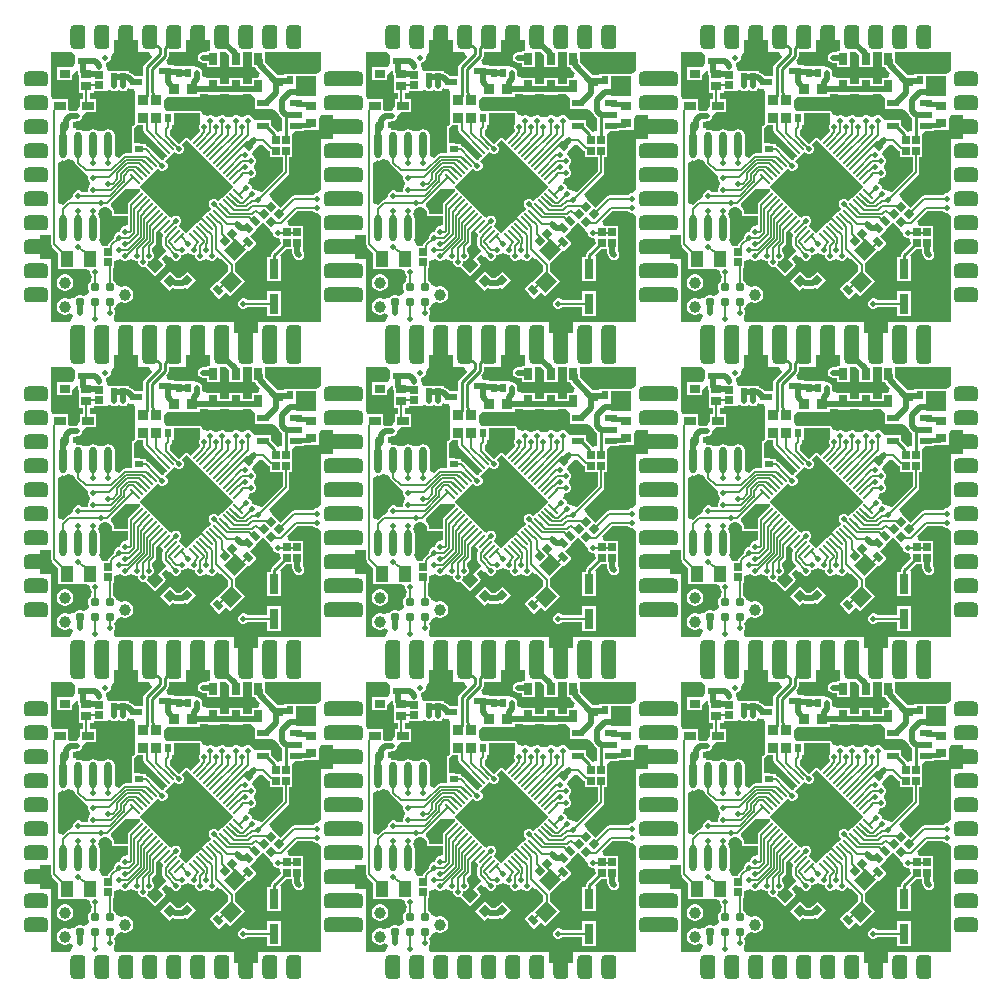
<source format=gtl>
G04*
G04 #@! TF.GenerationSoftware,Altium Limited,Altium Designer,22.4.2 (48)*
G04*
G04 Layer_Physical_Order=1*
G04 Layer_Color=255*
%FSLAX25Y25*%
%MOIN*%
G70*
G04*
G04 #@! TF.SameCoordinates,672AAA3E-DD7D-455D-AD33-57807C77CB51*
G04*
G04*
G04 #@! TF.FilePolarity,Positive*
G04*
G01*
G75*
%ADD10R,0.02500X0.02500*%
G04:AMPARAMS|DCode=11|XSize=55.12mil|YSize=47.24mil|CornerRadius=0mil|HoleSize=0mil|Usage=FLASHONLY|Rotation=45.000|XOffset=0mil|YOffset=0mil|HoleType=Round|Shape=Rectangle|*
%AMROTATEDRECTD11*
4,1,4,-0.00278,-0.03619,-0.03619,-0.00278,0.00278,0.03619,0.03619,0.00278,-0.00278,-0.03619,0.0*
%
%ADD11ROTATEDRECTD11*%

%ADD12O,0.02480X0.08858*%
G04:AMPARAMS|DCode=13|XSize=43.31mil|YSize=7.87mil|CornerRadius=0mil|HoleSize=0mil|Usage=FLASHONLY|Rotation=45.000|XOffset=0mil|YOffset=0mil|HoleType=Round|Shape=Rectangle|*
%AMROTATEDRECTD13*
4,1,4,-0.01253,-0.01810,-0.01810,-0.01253,0.01253,0.01810,0.01810,0.01253,-0.01253,-0.01810,0.0*
%
%ADD13ROTATEDRECTD13*%

G04:AMPARAMS|DCode=14|XSize=43.31mil|YSize=7.87mil|CornerRadius=0mil|HoleSize=0mil|Usage=FLASHONLY|Rotation=135.000|XOffset=0mil|YOffset=0mil|HoleType=Round|Shape=Rectangle|*
%AMROTATEDRECTD14*
4,1,4,0.01810,-0.01253,0.01253,-0.01810,-0.01810,0.01253,-0.01253,0.01810,0.01810,-0.01253,0.0*
%
%ADD14ROTATEDRECTD14*%

%ADD15P,0.17817X4X90.0*%
%ADD16R,0.03500X0.02700*%
%ADD17R,0.04213X0.02362*%
%ADD18R,0.03937X0.02165*%
%ADD19R,0.03150X0.06693*%
%ADD20P,0.03536X4X360.0*%
%ADD21R,0.02500X0.02500*%
%ADD22P,0.03536X4X90.0*%
%ADD23R,0.04459X0.05421*%
%ADD24R,0.03500X0.03200*%
%ADD25R,0.03200X0.03500*%
%ADD26C,0.03100*%
%ADD27P,0.04454X4X270.0*%
%ADD28R,0.03937X0.02953*%
%ADD29R,0.02953X0.03937*%
G04:AMPARAMS|DCode=30|XSize=30mil|YSize=21.5mil|CornerRadius=0mil|HoleSize=0mil|Usage=FLASHONLY|Rotation=135.000|XOffset=0mil|YOffset=0mil|HoleType=Round|Shape=Rectangle|*
%AMROTATEDRECTD30*
4,1,4,0.01821,-0.00301,0.00301,-0.01821,-0.01821,0.00301,-0.00301,0.01821,0.01821,-0.00301,0.0*
%
%ADD30ROTATEDRECTD30*%

%ADD31R,0.02150X0.03000*%
%ADD32R,0.03000X0.02150*%
%ADD33R,0.03543X0.03150*%
%ADD34C,0.02000*%
%ADD35C,0.01000*%
%ADD36C,0.00550*%
%ADD37C,0.00800*%
%ADD38C,0.00600*%
%ADD39C,0.01500*%
%ADD40R,0.06847X0.06850*%
G04:AMPARAMS|DCode=41|XSize=50mil|YSize=80mil|CornerRadius=12.5mil|HoleSize=0mil|Usage=FLASHONLY|Rotation=90.000|XOffset=0mil|YOffset=0mil|HoleType=Round|Shape=RoundedRectangle|*
%AMROUNDEDRECTD41*
21,1,0.05000,0.05500,0,0,90.0*
21,1,0.02500,0.08000,0,0,90.0*
1,1,0.02500,0.02750,0.01250*
1,1,0.02500,0.02750,-0.01250*
1,1,0.02500,-0.02750,-0.01250*
1,1,0.02500,-0.02750,0.01250*
%
%ADD41ROUNDEDRECTD41*%
G04:AMPARAMS|DCode=42|XSize=50mil|YSize=80mil|CornerRadius=12.5mil|HoleSize=0mil|Usage=FLASHONLY|Rotation=180.000|XOffset=0mil|YOffset=0mil|HoleType=Round|Shape=RoundedRectangle|*
%AMROUNDEDRECTD42*
21,1,0.05000,0.05500,0,0,180.0*
21,1,0.02500,0.08000,0,0,180.0*
1,1,0.02500,-0.01250,0.02750*
1,1,0.02500,0.01250,0.02750*
1,1,0.02500,0.01250,-0.02750*
1,1,0.02500,-0.01250,-0.02750*
%
%ADD42ROUNDEDRECTD42*%
%ADD43C,0.03890*%
%ADD44C,0.01900*%
%ADD45C,0.02000*%
G36*
X322500Y316107D02*
X322443Y316065D01*
X320772Y315115D01*
X313925D01*
X313851Y315100D01*
X310175D01*
Y314569D01*
X307888D01*
X303761Y318697D01*
Y319640D01*
X303727Y319812D01*
Y322500D01*
X322500D01*
Y316107D01*
D02*
G37*
G36*
X217500D02*
X217442Y316065D01*
X215772Y315115D01*
X208925D01*
X208851Y315100D01*
X205175D01*
Y314569D01*
X202888D01*
X198761Y318697D01*
Y319640D01*
X198726Y319812D01*
Y322500D01*
X217500D01*
Y316107D01*
D02*
G37*
G36*
X112500D02*
X112443Y316065D01*
X110772Y315115D01*
X103925D01*
X103851Y315100D01*
X100175D01*
Y314569D01*
X97888D01*
X93761Y318697D01*
Y319640D01*
X93726Y319812D01*
Y322500D01*
X112500D01*
Y316107D01*
D02*
G37*
G36*
X261500Y322500D02*
X265126D01*
X265872Y320700D01*
X263524Y318352D01*
X263248Y317939D01*
X263151Y317451D01*
Y314191D01*
X260305D01*
X259385Y315112D01*
X258806Y315498D01*
X258325Y315594D01*
Y316100D01*
X251675D01*
X250967Y316462D01*
X250537Y318365D01*
X250838Y318800D01*
X251463Y319059D01*
X251941Y319537D01*
X252200Y320162D01*
Y320838D01*
X253204Y322419D01*
X253312Y322500D01*
X253500D01*
Y326481D01*
X261500D01*
Y322500D01*
D02*
G37*
G36*
X156500D02*
X160126D01*
X160872Y320700D01*
X158524Y318352D01*
X158248Y317939D01*
X158150Y317451D01*
Y314191D01*
X155305D01*
X154385Y315112D01*
X153806Y315498D01*
X153325Y315594D01*
Y316100D01*
X146675D01*
X145967Y316462D01*
X145537Y318365D01*
X145838Y318800D01*
X146463Y319059D01*
X146941Y319537D01*
X147200Y320162D01*
Y320838D01*
X148205Y322419D01*
X148312Y322500D01*
X148500D01*
Y326481D01*
X156500D01*
Y322500D01*
D02*
G37*
G36*
X51500D02*
X55126D01*
X55872Y320700D01*
X53524Y318352D01*
X53247Y317939D01*
X53150Y317451D01*
Y314191D01*
X50305D01*
X49385Y315112D01*
X48806Y315498D01*
X48325Y315594D01*
Y316100D01*
X41675D01*
X40967Y316462D01*
X40537Y318365D01*
X40838Y318800D01*
X41463Y319059D01*
X41941Y319537D01*
X42200Y320162D01*
Y320838D01*
X43204Y322419D01*
X43312Y322500D01*
X43500D01*
Y326481D01*
X51500D01*
Y322500D01*
D02*
G37*
G36*
X285500Y322835D02*
X284274D01*
Y322284D01*
X283000D01*
X282317Y322148D01*
X281738Y321762D01*
X281352Y321183D01*
X281216Y320500D01*
X281352Y319817D01*
X281738Y319238D01*
X282317Y318852D01*
X283000Y318716D01*
X284274D01*
Y317398D01*
X288726D01*
Y322225D01*
X290527Y322363D01*
X291739Y321178D01*
Y320593D01*
X291774Y320421D01*
Y317398D01*
X296227D01*
Y322500D01*
X299274D01*
Y317398D01*
X300304D01*
X300328Y317275D01*
X300715Y316696D01*
X302009Y315402D01*
X301263Y313602D01*
X299274D01*
Y311784D01*
X296227D01*
Y313602D01*
X291774D01*
Y311784D01*
X288726D01*
Y313602D01*
X284274D01*
X282784Y314352D01*
Y315500D01*
X282648Y316183D01*
X282262Y316762D01*
X281683Y317148D01*
X281457Y317194D01*
X279825Y317600D01*
Y317600D01*
X274941D01*
X274925Y317603D01*
X273219D01*
Y317931D01*
X271393D01*
X270704Y319594D01*
X271226Y320116D01*
X271502Y320530D01*
X271600Y321018D01*
Y322500D01*
X277500D01*
Y326481D01*
X285500D01*
Y322835D01*
D02*
G37*
G36*
X180500D02*
X179274D01*
Y322284D01*
X178000D01*
X177317Y322148D01*
X176738Y321762D01*
X176352Y321183D01*
X176216Y320500D01*
X176352Y319817D01*
X176738Y319238D01*
X177317Y318852D01*
X178000Y318716D01*
X179274D01*
Y317398D01*
X183726D01*
Y322225D01*
X185526Y322363D01*
X186739Y321178D01*
Y320593D01*
X186774Y320421D01*
Y317398D01*
X191226D01*
Y322500D01*
X194274D01*
Y317398D01*
X195303D01*
X195328Y317275D01*
X195715Y316696D01*
X197009Y315402D01*
X196263Y313602D01*
X194274D01*
Y311784D01*
X191226D01*
Y313602D01*
X186774D01*
Y311784D01*
X183726D01*
Y313602D01*
X179274D01*
X177784Y314352D01*
Y315500D01*
X177648Y316183D01*
X177262Y316762D01*
X176683Y317148D01*
X176457Y317194D01*
X174825Y317600D01*
Y317600D01*
X169941D01*
X169925Y317603D01*
X168219D01*
Y317931D01*
X166393D01*
X165704Y319594D01*
X166226Y320116D01*
X166502Y320530D01*
X166600Y321018D01*
Y322500D01*
X172500D01*
Y326481D01*
X180500D01*
Y322835D01*
D02*
G37*
G36*
X75500D02*
X74274D01*
Y322284D01*
X73000D01*
X72317Y322148D01*
X71738Y321762D01*
X71351Y321183D01*
X71216Y320500D01*
X71351Y319817D01*
X71738Y319238D01*
X72317Y318852D01*
X73000Y318716D01*
X74274D01*
Y317398D01*
X78726D01*
Y322225D01*
X80526Y322363D01*
X81739Y321178D01*
Y320593D01*
X81774Y320421D01*
Y317398D01*
X86226D01*
Y322500D01*
X89274D01*
Y317398D01*
X90303D01*
X90328Y317275D01*
X90715Y316696D01*
X92009Y315402D01*
X91263Y313602D01*
X89274D01*
Y311784D01*
X86226D01*
Y313602D01*
X81774D01*
Y311784D01*
X78726D01*
Y313602D01*
X74274D01*
X72784Y314352D01*
Y315500D01*
X72649Y316183D01*
X72262Y316762D01*
X71683Y317148D01*
X71457Y317194D01*
X69825Y317600D01*
Y317600D01*
X64941D01*
X64925Y317603D01*
X63219D01*
Y317931D01*
X61393D01*
X60704Y319594D01*
X61226Y320116D01*
X61502Y320530D01*
X61599Y321018D01*
Y322500D01*
X67500D01*
Y326481D01*
X75500D01*
Y322835D01*
D02*
G37*
G36*
X258844Y310179D02*
X259914Y309967D01*
X260500Y308850D01*
Y304150D01*
X260500D01*
Y302850D01*
X260500D01*
Y298506D01*
X259819Y297825D01*
X259400D01*
Y297149D01*
X259385Y297075D01*
Y291925D01*
X259400Y291851D01*
Y288545D01*
X257000D01*
X256600Y288466D01*
X256261Y288239D01*
X255149Y287127D01*
X253490Y288014D01*
X253529Y288209D01*
Y294587D01*
X253375Y295363D01*
X252935Y296022D01*
X252277Y296461D01*
X251500Y296616D01*
X250724Y296461D01*
X250065Y296022D01*
X250000Y295924D01*
X249862Y295876D01*
X248138D01*
X248000Y295924D01*
X247935Y296022D01*
X247277Y296461D01*
X246500Y296616D01*
X245724Y296461D01*
X245065Y296022D01*
X245000Y295924D01*
X244862Y295876D01*
X243138D01*
X243000Y295924D01*
X242935Y296022D01*
X242277Y296461D01*
X241500Y296616D01*
X240900Y296496D01*
X240701Y296533D01*
X239875Y297622D01*
X240839Y299216D01*
X241000D01*
X241683Y299352D01*
X242262Y299738D01*
X242649Y300317D01*
X242784Y301000D01*
X244254Y302274D01*
X247335D01*
Y306727D01*
X245273D01*
Y308770D01*
X246600D01*
Y309300D01*
X250500D01*
Y309300D01*
X252148Y309667D01*
X252300Y309697D01*
X252817Y309352D01*
X253500Y309216D01*
X254183Y309352D01*
X254762Y309738D01*
X255238D01*
X255817Y309352D01*
X256500Y309216D01*
X257183Y309352D01*
X257762Y309738D01*
X258067Y310195D01*
X258844Y310179D01*
D02*
G37*
G36*
X153844D02*
X154914Y309967D01*
X155500Y308850D01*
Y304150D01*
X155500D01*
Y302850D01*
X155500D01*
Y298506D01*
X154819Y297825D01*
X154400D01*
Y297149D01*
X154385Y297075D01*
Y291925D01*
X154400Y291851D01*
Y288545D01*
X152000D01*
X151600Y288466D01*
X151261Y288239D01*
X150149Y287127D01*
X148491Y288014D01*
X148529Y288209D01*
Y294587D01*
X148375Y295363D01*
X147935Y296022D01*
X147276Y296461D01*
X146500Y296616D01*
X145723Y296461D01*
X145065Y296022D01*
X145000Y295924D01*
X144862Y295876D01*
X143138D01*
X143000Y295924D01*
X142935Y296022D01*
X142277Y296461D01*
X141500Y296616D01*
X140724Y296461D01*
X140065Y296022D01*
X140000Y295924D01*
X139862Y295876D01*
X138138D01*
X138000Y295924D01*
X137935Y296022D01*
X137276Y296461D01*
X136500Y296616D01*
X135900Y296496D01*
X135701Y296533D01*
X134875Y297622D01*
X135839Y299216D01*
X136000D01*
X136683Y299352D01*
X137262Y299738D01*
X137648Y300317D01*
X137784Y301000D01*
X139254Y302274D01*
X142335D01*
Y306727D01*
X140273D01*
Y308770D01*
X141600D01*
Y309300D01*
X145500D01*
Y309300D01*
X147148Y309667D01*
X147300Y309697D01*
X147817Y309352D01*
X148500Y309216D01*
X149183Y309352D01*
X149762Y309738D01*
X150238D01*
X150817Y309352D01*
X151500Y309216D01*
X152183Y309352D01*
X152762Y309738D01*
X153067Y310195D01*
X153844Y310179D01*
D02*
G37*
G36*
X48844D02*
X49914Y309967D01*
X50500Y308850D01*
Y304150D01*
X50500D01*
Y302850D01*
X50500D01*
Y298506D01*
X49819Y297825D01*
X49400D01*
Y297149D01*
X49385Y297075D01*
Y291925D01*
X49400Y291851D01*
Y288545D01*
X47000D01*
X46600Y288466D01*
X46261Y288239D01*
X45149Y287127D01*
X43490Y288014D01*
X43529Y288209D01*
Y294587D01*
X43375Y295363D01*
X42935Y296022D01*
X42276Y296461D01*
X41500Y296616D01*
X40723Y296461D01*
X40065Y296022D01*
X40000Y295924D01*
X39862Y295876D01*
X38138D01*
X38000Y295924D01*
X37935Y296022D01*
X37277Y296461D01*
X36500Y296616D01*
X35724Y296461D01*
X35065Y296022D01*
X35000Y295924D01*
X34862Y295876D01*
X33138D01*
X33000Y295924D01*
X32935Y296022D01*
X32276Y296461D01*
X31500Y296616D01*
X30900Y296496D01*
X30701Y296533D01*
X29875Y297622D01*
X30839Y299216D01*
X31000D01*
X31683Y299352D01*
X32262Y299738D01*
X32649Y300317D01*
X32784Y301000D01*
X34254Y302274D01*
X37335D01*
Y306727D01*
X35272D01*
Y308770D01*
X36600D01*
Y309300D01*
X40500D01*
Y309300D01*
X42148Y309667D01*
X42300Y309697D01*
X42817Y309352D01*
X43500Y309216D01*
X44183Y309352D01*
X44762Y309738D01*
X45238D01*
X45817Y309352D01*
X46500Y309216D01*
X47183Y309352D01*
X47762Y309738D01*
X48067Y310195D01*
X48844Y310179D01*
D02*
G37*
G36*
X300270Y307072D02*
Y303407D01*
X305706D01*
Y303407D01*
X305918Y303488D01*
X306854Y303063D01*
X307795Y302284D01*
X307853Y301989D01*
X308240Y301410D01*
X309412Y300238D01*
X309412Y300238D01*
X309426Y300229D01*
Y296076D01*
X309090Y295947D01*
X307626Y295777D01*
X307557Y295879D01*
X305706Y297730D01*
Y299593D01*
X301363D01*
X300270Y299593D01*
X299441Y300463D01*
X298963Y300941D01*
X298338Y301200D01*
X297662D01*
X297037Y300941D01*
X296000Y300630D01*
X294963Y300941D01*
X294338Y301200D01*
X293662D01*
X293037Y300941D01*
X292793Y300697D01*
X291750Y300565D01*
X290707Y300697D01*
X290463Y300941D01*
X289838Y301200D01*
X289162D01*
X288537Y300941D01*
X287500Y300630D01*
X286463Y300941D01*
X285838Y301200D01*
X285162D01*
X284537Y300941D01*
X282765Y301684D01*
Y301850D01*
X282706Y302143D01*
X282541Y302391D01*
X282325Y302535D01*
Y302600D01*
X282074D01*
X282000Y302615D01*
X273325D01*
X273251Y302600D01*
X270604D01*
X270000Y304150D01*
X270000D01*
Y306176D01*
X271150Y307500D01*
X275850D01*
Y307500D01*
X277150D01*
Y307500D01*
X281850D01*
Y308216D01*
X284274D01*
Y308165D01*
X288726D01*
Y308216D01*
X291774D01*
Y308165D01*
X296227D01*
Y308216D01*
X298943D01*
X300270Y307072D01*
D02*
G37*
G36*
X195269D02*
Y303407D01*
X200706D01*
Y303407D01*
X200918Y303488D01*
X201854Y303063D01*
X202795Y302284D01*
X202853Y301989D01*
X203240Y301410D01*
X204412Y300238D01*
X204412Y300238D01*
X204426Y300229D01*
Y296076D01*
X204090Y295947D01*
X202625Y295777D01*
X202557Y295879D01*
X200706Y297730D01*
Y299593D01*
X196363D01*
X195269Y299593D01*
X194441Y300463D01*
X193963Y300941D01*
X193338Y301200D01*
X192662D01*
X192037Y300941D01*
X191000Y300630D01*
X189963Y300941D01*
X189338Y301200D01*
X188662D01*
X188037Y300941D01*
X187793Y300697D01*
X186750Y300565D01*
X185707Y300697D01*
X185463Y300941D01*
X184838Y301200D01*
X184162D01*
X183537Y300941D01*
X182500Y300630D01*
X181463Y300941D01*
X180838Y301200D01*
X180162D01*
X179537Y300941D01*
X177765Y301684D01*
Y301850D01*
X177707Y302143D01*
X177541Y302391D01*
X177325Y302535D01*
Y302600D01*
X177074D01*
X177000Y302615D01*
X168325D01*
X168251Y302600D01*
X165604D01*
X165000Y304150D01*
X165000D01*
Y306176D01*
X166150Y307500D01*
X170850D01*
Y307500D01*
X172150D01*
Y307500D01*
X176850D01*
Y308216D01*
X179274D01*
Y308165D01*
X183726D01*
Y308216D01*
X186774D01*
Y308165D01*
X191226D01*
Y308216D01*
X193943D01*
X195269Y307072D01*
D02*
G37*
G36*
X90269D02*
Y303407D01*
X95706D01*
Y303407D01*
X95917Y303488D01*
X96854Y303063D01*
X97795Y302284D01*
X97853Y301989D01*
X98240Y301410D01*
X99412Y300238D01*
X99412Y300238D01*
X99426Y300229D01*
Y296076D01*
X99090Y295947D01*
X97625Y295777D01*
X97557Y295879D01*
X95706Y297730D01*
Y299593D01*
X91363D01*
X90269Y299593D01*
X89441Y300463D01*
X88963Y300941D01*
X88338Y301200D01*
X87662D01*
X87037Y300941D01*
X86000Y300630D01*
X84963Y300941D01*
X84338Y301200D01*
X83662D01*
X83037Y300941D01*
X82793Y300697D01*
X81750Y300565D01*
X80707Y300697D01*
X80463Y300941D01*
X79838Y301200D01*
X79162D01*
X78537Y300941D01*
X77500Y300630D01*
X76463Y300941D01*
X75838Y301200D01*
X75162D01*
X74537Y300941D01*
X72765Y301684D01*
Y301850D01*
X72707Y302143D01*
X72541Y302391D01*
X72325Y302535D01*
Y302600D01*
X72074D01*
X72000Y302615D01*
X63325D01*
X63251Y302600D01*
X60604D01*
X60000Y304150D01*
X60000D01*
Y306176D01*
X61150Y307500D01*
X65850D01*
Y307500D01*
X67150D01*
Y307500D01*
X71850D01*
Y308216D01*
X74274D01*
Y308165D01*
X78726D01*
Y308216D01*
X81774D01*
Y308165D01*
X86226D01*
Y308216D01*
X88943D01*
X90269Y307072D01*
D02*
G37*
G36*
X240400Y321325D02*
Y319136D01*
X240346Y318541D01*
X239553Y317442D01*
X239023Y317296D01*
X238543Y317230D01*
X238031Y317230D01*
X234400D01*
Y313030D01*
X239400D01*
Y314553D01*
X241123Y315853D01*
X241216Y315858D01*
X241291Y315833D01*
Y315755D01*
X241427Y315072D01*
X241600Y314813D01*
Y313030D01*
X241600D01*
Y312970D01*
X241600D01*
Y308770D01*
X242928D01*
Y306727D01*
X241898D01*
Y304441D01*
X241000Y302784D01*
X240655Y302784D01*
X238522D01*
X238102Y303129D01*
Y306727D01*
X232665D01*
X232500Y308458D01*
Y322500D01*
X239087D01*
X240400Y321325D01*
D02*
G37*
G36*
X135400D02*
Y319136D01*
X135346Y318541D01*
X134553Y317442D01*
X134023Y317296D01*
X133543Y317230D01*
X133031Y317230D01*
X129400D01*
Y313030D01*
X134400D01*
Y314553D01*
X136123Y315853D01*
X136216Y315858D01*
X136291Y315833D01*
Y315755D01*
X136427Y315072D01*
X136600Y314813D01*
Y313030D01*
X136600D01*
Y312970D01*
X136600D01*
Y308770D01*
X137927D01*
Y306727D01*
X136898D01*
Y304441D01*
X136000Y302784D01*
X135655Y302784D01*
X133522D01*
X133102Y303129D01*
Y306727D01*
X127665D01*
X127500Y308458D01*
Y322500D01*
X134087D01*
X135400Y321325D01*
D02*
G37*
G36*
X30400D02*
Y319136D01*
X30346Y318541D01*
X29553Y317442D01*
X29023Y317296D01*
X28543Y317230D01*
X28030Y317230D01*
X24400D01*
Y313030D01*
X29400D01*
Y314553D01*
X31123Y315853D01*
X31216Y315858D01*
X31291Y315833D01*
Y315755D01*
X31427Y315072D01*
X31600Y314813D01*
Y313030D01*
X31600D01*
Y312970D01*
X31600D01*
Y308770D01*
X32928D01*
Y306727D01*
X31898D01*
Y304441D01*
X31000Y302784D01*
X30655Y302784D01*
X28522D01*
X28102Y303129D01*
Y306727D01*
X22665D01*
X22500Y308458D01*
Y322500D01*
X29087D01*
X30400Y321325D01*
D02*
G37*
G36*
X282000Y298321D02*
X281800Y297838D01*
Y297162D01*
X282000Y296679D01*
Y295867D01*
X278929Y292795D01*
X278041Y293683D01*
X277793Y293849D01*
X277500Y293907D01*
X277207Y293849D01*
X276959Y293683D01*
X275678Y292402D01*
X275618Y292312D01*
X275548Y292229D01*
X275378Y291919D01*
X274921Y291828D01*
X274921Y291828D01*
X274809Y291858D01*
X273502Y293166D01*
X273457Y293232D01*
X271955Y294734D01*
Y296205D01*
X272329Y296579D01*
X272583Y296960D01*
X272673Y297408D01*
Y298100D01*
X273325D01*
Y301850D01*
X282000D01*
Y298321D01*
D02*
G37*
G36*
X177000D02*
X176800Y297838D01*
Y297162D01*
X177000Y296679D01*
Y295867D01*
X173929Y292795D01*
X173041Y293683D01*
X172793Y293849D01*
X172500Y293907D01*
X172207Y293849D01*
X171959Y293683D01*
X170678Y292402D01*
X170618Y292312D01*
X170548Y292229D01*
X170378Y291919D01*
X169921Y291828D01*
X169921Y291828D01*
X169809Y291858D01*
X168502Y293166D01*
X168457Y293232D01*
X166955Y294734D01*
Y296205D01*
X167329Y296579D01*
X167583Y296960D01*
X167673Y297408D01*
Y298100D01*
X168325D01*
Y301850D01*
X177000D01*
Y298321D01*
D02*
G37*
G36*
X72000D02*
X71800Y297838D01*
Y297162D01*
X72000Y296679D01*
Y295867D01*
X68929Y292795D01*
X68041Y293683D01*
X67793Y293849D01*
X67500Y293907D01*
X67207Y293849D01*
X66959Y293683D01*
X65678Y292402D01*
X65618Y292312D01*
X65548Y292229D01*
X65378Y291919D01*
X64921Y291828D01*
X64921Y291828D01*
X64809Y291858D01*
X63502Y293166D01*
X63457Y293232D01*
X61955Y294734D01*
Y296205D01*
X62329Y296579D01*
X62583Y296960D01*
X62673Y297408D01*
Y298100D01*
X63325D01*
Y301850D01*
X72000D01*
Y298321D01*
D02*
G37*
G36*
X278600Y292043D02*
X281729Y288914D01*
X282842Y287800D01*
X285573Y285069D01*
X288410Y282233D01*
X289524Y281119D01*
X293143Y277500D01*
X291751Y276108D01*
X289394Y273751D01*
X289394Y273751D01*
X288496Y272854D01*
X288052Y272645D01*
X287936Y272761D01*
X287574Y273123D01*
X286949Y273382D01*
X286272D01*
X285648Y273123D01*
X285169Y272645D01*
X284910Y272020D01*
Y271344D01*
X285169Y270719D01*
X285648Y270241D01*
D01*
D01*
D01*
X285687Y270044D01*
X284590Y268947D01*
X282842Y267200D01*
D01*
X284904Y265138D01*
X284294Y264528D01*
X282233Y266590D01*
D01*
X282233Y266590D01*
X281119Y265476D01*
X279502Y263859D01*
X277500Y261857D01*
X276005Y263352D01*
X275153Y264204D01*
X274971Y264670D01*
D01*
D01*
X275450Y265148D01*
X275708Y265773D01*
Y266449D01*
X275450Y267074D01*
X274971Y267552D01*
X274346Y267811D01*
X273670D01*
X273045Y267552D01*
X272633Y267140D01*
X272288Y267183D01*
X272101Y267256D01*
X271249Y268108D01*
X268313Y271044D01*
X266086Y273271D01*
X265476Y273881D01*
X263859Y275498D01*
X261857Y277500D01*
X265476Y281119D01*
X266768Y282411D01*
X266768Y282411D01*
X267865Y283508D01*
X268062Y283469D01*
X268540Y282991D01*
X269165Y282732D01*
X269841D01*
X270466Y282991D01*
X270944Y283469D01*
X271203Y284094D01*
Y284770D01*
X270944Y285395D01*
D01*
X270466Y285873D01*
X270675Y286317D01*
X272158Y287800D01*
X273424Y289067D01*
X273583Y289035D01*
X274061Y288557D01*
X274686Y288298D01*
X275362D01*
X275987Y288557D01*
X276465Y289035D01*
X276724Y289660D01*
Y290336D01*
Y290336D01*
X276465Y290961D01*
X275987Y291439D01*
X276218Y291861D01*
X277500Y293143D01*
X278600Y292043D01*
D02*
G37*
G36*
X173600D02*
X176729Y288914D01*
X177842Y287800D01*
X180573Y285069D01*
X183410Y282233D01*
X184524Y281119D01*
X188143Y277500D01*
X186751Y276108D01*
X184394Y273751D01*
X184394Y273751D01*
X183496Y272854D01*
X183052Y272645D01*
X182936Y272761D01*
X182573Y273123D01*
X181949Y273382D01*
X181272D01*
X180648Y273123D01*
X180169Y272645D01*
X179911Y272020D01*
Y271344D01*
X180169Y270719D01*
X180648Y270241D01*
D01*
D01*
D01*
X180687Y270044D01*
X179589Y268947D01*
X177842Y267200D01*
D01*
X179904Y265138D01*
X179294Y264528D01*
X177233Y266590D01*
D01*
X177233Y266590D01*
X176119Y265476D01*
X174502Y263859D01*
X172500Y261857D01*
X171005Y263352D01*
X170153Y264204D01*
X169971Y264670D01*
D01*
D01*
X170449Y265148D01*
X170708Y265773D01*
Y266449D01*
X170449Y267074D01*
X169971Y267552D01*
X169346Y267811D01*
X168670D01*
X168045Y267552D01*
X167633Y267140D01*
X167287Y267183D01*
X167101Y267256D01*
X166249Y268108D01*
X163313Y271044D01*
X161086Y273271D01*
X160476Y273881D01*
X158859Y275498D01*
X156857Y277500D01*
X160476Y281119D01*
X161768Y282411D01*
X161768Y282411D01*
X162865Y283508D01*
X163062Y283469D01*
X163540Y282991D01*
X164165Y282732D01*
X164841D01*
X165466Y282991D01*
X165944Y283469D01*
X166203Y284094D01*
Y284770D01*
X165944Y285395D01*
D01*
X165466Y285873D01*
X165675Y286317D01*
X167158Y287800D01*
X168424Y289067D01*
X168583Y289035D01*
X169061Y288557D01*
X169686Y288298D01*
X170362D01*
X170987Y288557D01*
X171465Y289035D01*
X171724Y289660D01*
Y290336D01*
Y290336D01*
X171465Y290961D01*
X170987Y291439D01*
X171218Y291861D01*
X172500Y293143D01*
X173600Y292043D01*
D02*
G37*
G36*
X68600D02*
X71729Y288914D01*
X72842Y287800D01*
X75573Y285069D01*
X78410Y282233D01*
X79524Y281119D01*
X83143Y277500D01*
X81751Y276108D01*
X79394Y273751D01*
X79394Y273751D01*
X78496Y272854D01*
X78052Y272645D01*
X77936Y272761D01*
X77574Y273123D01*
X76949Y273382D01*
X76272D01*
X75647Y273123D01*
X75169Y272645D01*
X74910Y272020D01*
Y271344D01*
X75169Y270719D01*
X75647Y270241D01*
D01*
D01*
D01*
X75687Y270044D01*
X74590Y268947D01*
X72842Y267200D01*
D01*
X74904Y265138D01*
X74294Y264528D01*
X72233Y266590D01*
D01*
X72233Y266590D01*
X71119Y265476D01*
X69502Y263859D01*
X67500Y261857D01*
X66005Y263352D01*
X65153Y264204D01*
X64971Y264670D01*
D01*
D01*
X65450Y265148D01*
X65708Y265773D01*
Y266449D01*
X65450Y267074D01*
X64971Y267552D01*
X64346Y267811D01*
X63670D01*
X63045Y267552D01*
X62633Y267140D01*
X62287Y267183D01*
X62101Y267256D01*
X61249Y268108D01*
X58313Y271044D01*
X56086Y273271D01*
X55476Y273881D01*
X53859Y275498D01*
X51857Y277500D01*
X55476Y281119D01*
X56768Y282411D01*
X56768Y282411D01*
X57865Y283508D01*
X58062Y283469D01*
X58540Y282991D01*
X59165Y282732D01*
X59841D01*
X60466Y282991D01*
X60944Y283469D01*
X61203Y284094D01*
Y284770D01*
X60944Y285395D01*
D01*
X60466Y285873D01*
X60675Y286317D01*
X62158Y287800D01*
X63424Y289067D01*
X63583Y289035D01*
X64061Y288557D01*
X64686Y288298D01*
X65362D01*
X65987Y288557D01*
X66465Y289035D01*
X66724Y289660D01*
Y290336D01*
Y290336D01*
X66465Y290961D01*
X65987Y291439D01*
X66218Y291861D01*
X67500Y293143D01*
X68600Y292043D01*
D02*
G37*
G36*
X263177Y296218D02*
X263267Y295769D01*
X263521Y295389D01*
X269572Y289338D01*
X269695Y289255D01*
X271113Y287837D01*
X270134Y286858D01*
X270061Y286749D01*
X269983Y286643D01*
X269838Y286334D01*
X269381Y286252D01*
X269278Y286276D01*
X267899Y287655D01*
X267872Y287673D01*
X264716Y290829D01*
X264335Y291083D01*
X263900Y291170D01*
Y291825D01*
X262110D01*
X262010Y291925D01*
X260150D01*
Y297075D01*
X261225Y298150D01*
X263177D01*
Y296218D01*
D02*
G37*
G36*
X158177D02*
X158267Y295769D01*
X158521Y295389D01*
X164572Y289338D01*
X164695Y289255D01*
X166113Y287837D01*
X165134Y286858D01*
X165061Y286749D01*
X164983Y286643D01*
X164838Y286334D01*
X164381Y286252D01*
X164278Y286276D01*
X162899Y287655D01*
X162872Y287673D01*
X159716Y290829D01*
X159335Y291083D01*
X158900Y291170D01*
Y291825D01*
X157110D01*
X157010Y291925D01*
X155150D01*
Y297075D01*
X156225Y298150D01*
X158177D01*
Y296218D01*
D02*
G37*
G36*
X53177D02*
X53267Y295769D01*
X53521Y295389D01*
X59572Y289338D01*
X59695Y289255D01*
X61113Y287837D01*
X60134Y286858D01*
X60061Y286749D01*
X59983Y286643D01*
X59838Y286334D01*
X59381Y286252D01*
X59278Y286276D01*
X57898Y287655D01*
X57872Y287673D01*
X54716Y290829D01*
X54335Y291083D01*
X53900Y291170D01*
Y291825D01*
X52110D01*
X52010Y291925D01*
X50150D01*
Y297075D01*
X51225Y298150D01*
X53177D01*
Y296218D01*
D02*
G37*
G36*
X239575Y286265D02*
X240455Y285500D01*
X240534Y285100D01*
X240761Y284761D01*
X243261Y282261D01*
X243600Y282034D01*
X244800Y280838D01*
Y280162D01*
X245059Y279537D01*
X245370Y278500D01*
X245059Y277463D01*
X244800Y276838D01*
Y276162D01*
X244555Y275796D01*
X242720Y275684D01*
X242463Y275941D01*
X241838Y276200D01*
X241162D01*
X240537Y275941D01*
X240059Y275463D01*
X239800Y274838D01*
Y274162D01*
X238816Y273316D01*
X238329Y273011D01*
X238100Y272966D01*
X237761Y272739D01*
X236345Y271323D01*
X234545Y272069D01*
Y284957D01*
X234837Y285298D01*
X236345Y286210D01*
X236500Y286179D01*
X237277Y286334D01*
X237935Y286774D01*
X239575Y286265D01*
D02*
G37*
G36*
X134575D02*
X135455Y285500D01*
X135535Y285100D01*
X135761Y284761D01*
X138261Y282261D01*
X138600Y282034D01*
X139800Y280838D01*
Y280162D01*
X140059Y279537D01*
X140370Y278500D01*
X140059Y277463D01*
X139800Y276838D01*
Y276162D01*
X139555Y275796D01*
X137720Y275684D01*
X137463Y275941D01*
X136838Y276200D01*
X136162D01*
X135537Y275941D01*
X135059Y275463D01*
X134800Y274838D01*
Y274162D01*
X133816Y273316D01*
X133328Y273011D01*
X133100Y272966D01*
X132761Y272739D01*
X131345Y271323D01*
X129545Y272069D01*
Y284957D01*
X129837Y285298D01*
X131345Y286210D01*
X131500Y286179D01*
X132276Y286334D01*
X132935Y286774D01*
X134575Y286265D01*
D02*
G37*
G36*
X29575D02*
X30455Y285500D01*
X30534Y285100D01*
X30761Y284761D01*
X33261Y282261D01*
X33600Y282034D01*
X34800Y280838D01*
Y280162D01*
X35059Y279537D01*
X35370Y278500D01*
X35059Y277463D01*
X34800Y276838D01*
Y276162D01*
X34555Y275796D01*
X32720Y275684D01*
X32463Y275941D01*
X31838Y276200D01*
X31162D01*
X30537Y275941D01*
X30059Y275463D01*
X29800Y274838D01*
Y274162D01*
X28816Y273316D01*
X28328Y273011D01*
X28100Y272966D01*
X27761Y272739D01*
X26345Y271323D01*
X24545Y272069D01*
Y284957D01*
X24837Y285298D01*
X26345Y286210D01*
X26500Y286179D01*
X27277Y286334D01*
X27935Y286774D01*
X29575Y286265D01*
D02*
G37*
G36*
X302928Y291383D02*
X304791Y289521D01*
X305171Y289267D01*
X305300Y289241D01*
Y287500D01*
X309655D01*
Y282633D01*
X302863Y275841D01*
X301496Y275928D01*
X300690Y276214D01*
X300463Y276441D01*
X299838Y276700D01*
X299200D01*
Y277338D01*
X298941Y277963D01*
X298463Y278441D01*
X297990Y278637D01*
X298662Y280300D01*
X299338D01*
X299963Y280559D01*
X300441Y281037D01*
X300700Y281662D01*
Y282338D01*
X300441Y282963D01*
X300131Y284000D01*
X300441Y285037D01*
X300700Y285662D01*
Y286338D01*
X300441Y286963D01*
X299963Y287441D01*
X299532Y289247D01*
X299553Y289411D01*
X300861Y290720D01*
X301648Y291370D01*
X302885Y291392D01*
X302928Y291383D01*
D02*
G37*
G36*
X197929D02*
X199791Y289521D01*
X200171Y289267D01*
X200300Y289241D01*
Y287500D01*
X204655D01*
Y282633D01*
X197863Y275841D01*
X196496Y275928D01*
X195690Y276214D01*
X195463Y276441D01*
X194838Y276700D01*
X194200D01*
Y277338D01*
X193941Y277963D01*
X193463Y278441D01*
X192990Y278637D01*
X193662Y280300D01*
X194338D01*
X194963Y280559D01*
X195441Y281037D01*
X195700Y281662D01*
Y282338D01*
X195441Y282963D01*
X195131Y284000D01*
X195441Y285037D01*
X195700Y285662D01*
Y286338D01*
X195441Y286963D01*
X194963Y287441D01*
X194532Y289247D01*
X194553Y289411D01*
X195861Y290720D01*
X196649Y291370D01*
X197885Y291392D01*
X197929Y291383D01*
D02*
G37*
G36*
X92928D02*
X94791Y289521D01*
X95171Y289267D01*
X95300Y289241D01*
Y287500D01*
X99655D01*
Y282633D01*
X92863Y275841D01*
X91496Y275928D01*
X90690Y276214D01*
X90463Y276441D01*
X89838Y276700D01*
X89200D01*
Y277338D01*
X88941Y277963D01*
X88463Y278441D01*
X87990Y278637D01*
X88662Y280300D01*
X89338D01*
X89963Y280559D01*
X90441Y281037D01*
X90700Y281662D01*
Y282338D01*
X90441Y282963D01*
X90130Y284000D01*
X90441Y285037D01*
X90700Y285662D01*
Y286338D01*
X90441Y286963D01*
X89963Y287441D01*
X89532Y289247D01*
X89553Y289411D01*
X90861Y290720D01*
X91649Y291370D01*
X92885Y291392D01*
X92928Y291383D01*
D02*
G37*
G36*
X326481Y293500D02*
X322500D01*
Y276667D01*
X321338Y275200D01*
X320662D01*
X320037Y274941D01*
X319641Y274545D01*
X313404D01*
X313004Y274466D01*
X312665Y274239D01*
X308877Y270451D01*
X305926Y273403D01*
X304962Y274985D01*
X311439Y281461D01*
X311666Y281800D01*
X311745Y282200D01*
Y287500D01*
X312700D01*
Y291000D01*
Y295000D01*
X314116Y295927D01*
X316731D01*
Y296420D01*
X321522D01*
Y300105D01*
X322353Y301290D01*
X323143Y301500D01*
X326481D01*
Y293500D01*
D02*
G37*
G36*
X221480D02*
X217500D01*
Y276667D01*
X216338Y275200D01*
X215662D01*
X215037Y274941D01*
X214641Y274545D01*
X208404D01*
X208004Y274466D01*
X207665Y274239D01*
X203877Y270451D01*
X200926Y273403D01*
X199962Y274985D01*
X206439Y281461D01*
X206666Y281800D01*
X206745Y282200D01*
Y287500D01*
X207700D01*
Y291000D01*
Y295000D01*
X209116Y295927D01*
X211731D01*
Y296420D01*
X216522D01*
Y300105D01*
X217353Y301290D01*
X218143Y301500D01*
X221480D01*
Y293500D01*
D02*
G37*
G36*
X116481D02*
X112500D01*
Y276667D01*
X111338Y275200D01*
X110662D01*
X110037Y274941D01*
X109641Y274545D01*
X103404D01*
X103004Y274466D01*
X102665Y274239D01*
X98877Y270451D01*
X95926Y273403D01*
X94962Y274985D01*
X101439Y281461D01*
X101665Y281800D01*
X101745Y282200D01*
Y287500D01*
X102700D01*
Y291000D01*
Y295000D01*
X104116Y295927D01*
X106731D01*
Y296420D01*
X111522D01*
Y300105D01*
X112353Y301290D01*
X113143Y301500D01*
X116481D01*
Y293500D01*
D02*
G37*
G36*
X262178Y276098D02*
X258075Y271994D01*
Y271450D01*
X258055Y271349D01*
Y268500D01*
X253284D01*
Y269500D01*
X253149Y270183D01*
X252762Y270762D01*
X252500Y270937D01*
Y272000D01*
X257165Y276665D01*
X261611D01*
X262178Y276098D01*
D02*
G37*
G36*
X157178D02*
X153075Y271994D01*
Y271450D01*
X153055Y271349D01*
Y268500D01*
X148284D01*
Y269500D01*
X148149Y270183D01*
X147762Y270762D01*
X147500Y270937D01*
Y272000D01*
X152165Y276665D01*
X156611D01*
X157178Y276098D01*
D02*
G37*
G36*
X52178D02*
X48075Y271994D01*
Y271450D01*
X48055Y271349D01*
Y268500D01*
X43284D01*
Y269500D01*
X43148Y270183D01*
X42762Y270762D01*
X42500Y270937D01*
Y272000D01*
X47165Y276665D01*
X51611D01*
X52178Y276098D01*
D02*
G37*
G36*
X250765Y270645D02*
X251846Y270443D01*
X252486Y269595D01*
X252520Y269425D01*
Y268500D01*
X252578Y268207D01*
X252744Y267959D01*
X252992Y267794D01*
X253284Y267735D01*
X258055D01*
Y265851D01*
X257338Y264200D01*
X256662D01*
X256037Y263941D01*
X255559Y263463D01*
X255300Y262838D01*
Y262200D01*
X254662D01*
X254037Y261941D01*
X253559Y261463D01*
X253300Y260838D01*
Y260278D01*
X251736Y258714D01*
X251509Y258375D01*
X251430Y257975D01*
Y257700D01*
X249500D01*
X249500Y257700D01*
Y257700D01*
X249226Y257841D01*
X248375Y259637D01*
X248529Y260414D01*
Y266791D01*
X248375Y267568D01*
X247935Y268226D01*
X247908Y268503D01*
X247941Y268537D01*
X248200Y269162D01*
X248529Y269971D01*
X249338Y270300D01*
X249963Y270559D01*
X249973Y270569D01*
X250522Y270660D01*
X250765Y270645D01*
D02*
G37*
G36*
X145765D02*
X146846Y270443D01*
X147486Y269595D01*
X147520Y269425D01*
Y268500D01*
X147578Y268207D01*
X147744Y267959D01*
X147992Y267794D01*
X148284Y267735D01*
X153055D01*
Y265851D01*
X152338Y264200D01*
X151662D01*
X151037Y263941D01*
X150559Y263463D01*
X150300Y262838D01*
Y262200D01*
X149662D01*
X149037Y261941D01*
X148559Y261463D01*
X148300Y260838D01*
Y260278D01*
X146736Y258714D01*
X146510Y258375D01*
X146430Y257975D01*
Y257700D01*
X144500D01*
X144500Y257700D01*
Y257700D01*
X144226Y257841D01*
X143375Y259637D01*
X143529Y260414D01*
Y266791D01*
X143375Y267568D01*
X142935Y268226D01*
X142908Y268503D01*
X142941Y268537D01*
X143200Y269162D01*
X143529Y269971D01*
X144338Y270300D01*
X144963Y270559D01*
X144973Y270569D01*
X145522Y270660D01*
X145765Y270645D01*
D02*
G37*
G36*
X40765D02*
X41846Y270443D01*
X42486Y269595D01*
X42520Y269425D01*
Y268500D01*
X42578Y268207D01*
X42744Y267959D01*
X42992Y267794D01*
X43284Y267735D01*
X48055D01*
Y265851D01*
X47338Y264200D01*
X46662D01*
X46037Y263941D01*
X45559Y263463D01*
X45300Y262838D01*
Y262200D01*
X44662D01*
X44037Y261941D01*
X43559Y261463D01*
X43300Y260838D01*
Y260278D01*
X41736Y258714D01*
X41510Y258375D01*
X41430Y257975D01*
Y257700D01*
X39500D01*
X39500Y257700D01*
Y257700D01*
X39226Y257841D01*
X38375Y259637D01*
X38529Y260414D01*
Y266791D01*
X38375Y267568D01*
X37935Y268226D01*
X37907Y268503D01*
X37941Y268537D01*
X38200Y269162D01*
X38529Y269971D01*
X39338Y270300D01*
X39963Y270559D01*
X39973Y270569D01*
X40522Y270660D01*
X40765Y270645D01*
D02*
G37*
G36*
X320037Y269059D02*
X320662Y268800D01*
X321338D01*
X322500Y267333D01*
Y232500D01*
X301500D01*
Y228520D01*
X293500D01*
Y232500D01*
X253756D01*
X253420Y233160D01*
X253204Y234300D01*
X253441Y234537D01*
X253700Y235162D01*
Y235838D01*
X253303Y237050D01*
X253950Y237697D01*
X254098Y238055D01*
X254256Y238218D01*
X255838Y238930D01*
X256100Y238946D01*
X256645Y238800D01*
X257355D01*
X258042Y238984D01*
X258658Y239339D01*
X259161Y239842D01*
X259516Y240458D01*
X259700Y241145D01*
Y241856D01*
X259516Y242542D01*
X259161Y243158D01*
X258658Y243661D01*
X258042Y244016D01*
X257355Y244200D01*
X256645D01*
X256100Y244054D01*
X255838Y244070D01*
X254256Y244782D01*
X254098Y244945D01*
X253950Y245303D01*
X253303Y245950D01*
X253045Y246057D01*
Y250300D01*
X253500D01*
Y252519D01*
X255253Y253447D01*
X255782Y253314D01*
X256037Y253059D01*
X256662Y252800D01*
X257338D01*
X257963Y253059D01*
X259000Y253370D01*
X260037Y253059D01*
X260662Y252800D01*
X261300D01*
Y252162D01*
X261559Y251537D01*
X262037Y251059D01*
X262662Y250800D01*
X263338D01*
X263747Y250970D01*
X263798Y250894D01*
X266566Y248125D01*
X266629Y248083D01*
X267131Y247581D01*
X269982Y250432D01*
X270419Y250869D01*
X270420Y250898D01*
X270471Y250948D01*
Y250948D01*
X270637Y251196D01*
X270695Y251489D01*
X270637Y251782D01*
X270471Y252030D01*
Y252030D01*
X270120Y252380D01*
Y252800D01*
X270762Y253588D01*
X271920Y254129D01*
X272402Y253916D01*
X272559Y253537D01*
X273037Y253059D01*
X273662Y252800D01*
X274338D01*
X274963Y253059D01*
X275441Y253537D01*
X275700Y254162D01*
Y254800D01*
X276338D01*
X276963Y255059D01*
X278000Y255370D01*
X279037Y255059D01*
X279662Y254800D01*
X280300D01*
Y254162D01*
X280559Y253537D01*
X281037Y253059D01*
X281662Y252800D01*
X282338D01*
X282963Y253059D01*
X284000Y253370D01*
X285037Y253059D01*
X285662Y252800D01*
X286338D01*
X286963Y253059D01*
X287441Y253537D01*
X289261Y253226D01*
X291512Y250974D01*
Y249181D01*
X287956Y245625D01*
X287720Y245861D01*
X285139Y243280D01*
X288321Y240098D01*
X290570Y242348D01*
X292026Y240892D01*
X296984Y245850D01*
X293653Y249181D01*
Y251418D01*
X293572Y251827D01*
X293541Y251873D01*
X298044Y256375D01*
X298280Y256139D01*
X300861Y258720D01*
X298611Y260970D01*
X300780Y263139D01*
X303156Y265515D01*
X305051Y263621D01*
X305493Y263167D01*
X306251Y261753D01*
X306387Y261453D01*
X306559Y261037D01*
X307037Y260559D01*
X307662Y260300D01*
X308338D01*
X309000Y258637D01*
Y258602D01*
X305906Y255508D01*
X305630Y255095D01*
X305533Y254607D01*
Y254097D01*
X304482D01*
Y245904D01*
X309132D01*
Y254097D01*
X309132D01*
X308829Y254827D01*
X310802Y256800D01*
X312716D01*
Y255207D01*
X312852Y254524D01*
X313238Y253945D01*
X313713Y253470D01*
X314292Y253083D01*
X314975Y252948D01*
X315658Y253083D01*
X316237Y253470D01*
X316623Y254049D01*
X316759Y254732D01*
X316690Y255079D01*
X316500Y256800D01*
X316500Y256800D01*
X316500Y256800D01*
Y260200D01*
Y264200D01*
X311724D01*
X310978Y266000D01*
X314433Y269455D01*
X319641D01*
X320037Y269059D01*
D02*
G37*
G36*
X215037D02*
X215662Y268800D01*
X216338D01*
X217500Y267333D01*
Y232500D01*
X196500D01*
Y228520D01*
X188500D01*
Y232500D01*
X148756D01*
X148420Y233160D01*
X148204Y234300D01*
X148441Y234537D01*
X148700Y235162D01*
Y235838D01*
X148303Y237050D01*
X148950Y237697D01*
X149098Y238055D01*
X149256Y238218D01*
X150838Y238930D01*
X151100Y238946D01*
X151645Y238800D01*
X152356D01*
X153042Y238984D01*
X153658Y239339D01*
X154161Y239842D01*
X154516Y240458D01*
X154700Y241145D01*
Y241856D01*
X154516Y242542D01*
X154161Y243158D01*
X153658Y243661D01*
X153042Y244016D01*
X152356Y244200D01*
X151645D01*
X151100Y244054D01*
X150838Y244070D01*
X149256Y244782D01*
X149098Y244945D01*
X148950Y245303D01*
X148303Y245950D01*
X148045Y246057D01*
Y250300D01*
X148500D01*
Y252519D01*
X150253Y253447D01*
X150782Y253314D01*
X151037Y253059D01*
X151662Y252800D01*
X152338D01*
X152963Y253059D01*
X154000Y253370D01*
X155037Y253059D01*
X155662Y252800D01*
X156300D01*
Y252162D01*
X156559Y251537D01*
X157037Y251059D01*
X157662Y250800D01*
X158338D01*
X158747Y250970D01*
X158798Y250894D01*
X161566Y248125D01*
X161629Y248083D01*
X162131Y247581D01*
X164982Y250432D01*
X165419Y250869D01*
X165420Y250898D01*
X165471Y250948D01*
Y250948D01*
X165637Y251196D01*
X165695Y251489D01*
X165637Y251782D01*
X165471Y252030D01*
Y252030D01*
X165120Y252380D01*
Y252800D01*
X165762Y253588D01*
X166920Y254129D01*
X167402Y253916D01*
X167559Y253537D01*
X168037Y253059D01*
X168662Y252800D01*
X169338D01*
X169963Y253059D01*
X170441Y253537D01*
X170700Y254162D01*
Y254800D01*
X171338D01*
X171963Y255059D01*
X173000Y255370D01*
X174037Y255059D01*
X174662Y254800D01*
X175300D01*
Y254162D01*
X175559Y253537D01*
X176037Y253059D01*
X176662Y252800D01*
X177338D01*
X177963Y253059D01*
X179000Y253370D01*
X180037Y253059D01*
X180662Y252800D01*
X181338D01*
X181963Y253059D01*
X182441Y253537D01*
X184260Y253226D01*
X186512Y250974D01*
Y249181D01*
X182956Y245625D01*
X182720Y245861D01*
X180139Y243280D01*
X183321Y240098D01*
X185570Y242348D01*
X187026Y240892D01*
X191984Y245850D01*
X188653Y249181D01*
Y251418D01*
X188572Y251827D01*
X188541Y251873D01*
X193044Y256375D01*
X193280Y256139D01*
X195861Y258720D01*
X193611Y260970D01*
X195780Y263139D01*
X198156Y265515D01*
X200051Y263621D01*
X200493Y263167D01*
X201251Y261753D01*
X201386Y261453D01*
X201559Y261037D01*
X202037Y260559D01*
X202662Y260300D01*
X203338D01*
X204000Y258637D01*
Y258602D01*
X200906Y255508D01*
X200629Y255095D01*
X200533Y254607D01*
Y254097D01*
X199482D01*
Y245904D01*
X204132D01*
Y254097D01*
X204132D01*
X203829Y254827D01*
X205802Y256800D01*
X207716D01*
Y255207D01*
X207852Y254524D01*
X208238Y253945D01*
X208713Y253470D01*
X209292Y253083D01*
X209975Y252948D01*
X210658Y253083D01*
X211237Y253470D01*
X211624Y254049D01*
X211759Y254732D01*
X211690Y255079D01*
X211500Y256800D01*
X211500Y256800D01*
X211500Y256800D01*
Y260200D01*
Y264200D01*
X206724D01*
X205978Y266000D01*
X209433Y269455D01*
X214641D01*
X215037Y269059D01*
D02*
G37*
G36*
X110037D02*
X110662Y268800D01*
X111338D01*
X112500Y267333D01*
Y232500D01*
X91500D01*
Y228520D01*
X83500D01*
Y232500D01*
X43756D01*
X43420Y233160D01*
X43204Y234300D01*
X43441Y234537D01*
X43700Y235162D01*
Y235838D01*
X43303Y237050D01*
X43950Y237697D01*
X44098Y238055D01*
X44256Y238218D01*
X45838Y238930D01*
X46100Y238946D01*
X46644Y238800D01*
X47355D01*
X48042Y238984D01*
X48658Y239339D01*
X49161Y239842D01*
X49516Y240458D01*
X49700Y241145D01*
Y241856D01*
X49516Y242542D01*
X49161Y243158D01*
X48658Y243661D01*
X48042Y244016D01*
X47355Y244200D01*
X46644D01*
X46100Y244054D01*
X45838Y244070D01*
X44256Y244782D01*
X44098Y244945D01*
X43950Y245303D01*
X43303Y245950D01*
X43045Y246057D01*
Y250300D01*
X43500D01*
Y252519D01*
X45253Y253447D01*
X45781Y253314D01*
X46037Y253059D01*
X46662Y252800D01*
X47338D01*
X47963Y253059D01*
X49000Y253370D01*
X50037Y253059D01*
X50662Y252800D01*
X51300D01*
Y252162D01*
X51559Y251537D01*
X52037Y251059D01*
X52662Y250800D01*
X53338D01*
X53747Y250970D01*
X53798Y250894D01*
X56566Y248125D01*
X56629Y248083D01*
X57131Y247581D01*
X59982Y250432D01*
X60419Y250869D01*
X60420Y250898D01*
X60471Y250948D01*
Y250948D01*
X60637Y251196D01*
X60695Y251489D01*
X60637Y251782D01*
X60471Y252030D01*
Y252030D01*
X60120Y252380D01*
Y252800D01*
X60762Y253588D01*
X61920Y254129D01*
X62402Y253916D01*
X62559Y253537D01*
X63037Y253059D01*
X63662Y252800D01*
X64338D01*
X64963Y253059D01*
X65441Y253537D01*
X65700Y254162D01*
Y254800D01*
X66338D01*
X66963Y255059D01*
X68000Y255370D01*
X69037Y255059D01*
X69662Y254800D01*
X70300D01*
Y254162D01*
X70559Y253537D01*
X71037Y253059D01*
X71662Y252800D01*
X72338D01*
X72963Y253059D01*
X74000Y253370D01*
X75037Y253059D01*
X75662Y252800D01*
X76338D01*
X76963Y253059D01*
X77441Y253537D01*
X79260Y253226D01*
X81512Y250974D01*
Y249181D01*
X77956Y245625D01*
X77720Y245861D01*
X75139Y243280D01*
X78321Y240098D01*
X80570Y242348D01*
X82026Y240892D01*
X86984Y245850D01*
X83653Y249181D01*
Y251418D01*
X83572Y251827D01*
X83541Y251873D01*
X88044Y256375D01*
X88280Y256139D01*
X90861Y258720D01*
X88611Y260970D01*
X90780Y263139D01*
X93156Y265515D01*
X95051Y263621D01*
X95493Y263167D01*
X96251Y261753D01*
X96386Y261453D01*
X96559Y261037D01*
X97037Y260559D01*
X97662Y260300D01*
X98338D01*
X99000Y258637D01*
Y258602D01*
X95906Y255508D01*
X95630Y255095D01*
X95533Y254607D01*
Y254097D01*
X94482D01*
Y245904D01*
X99132D01*
Y254097D01*
X99132D01*
X98829Y254827D01*
X100802Y256800D01*
X102716D01*
Y255207D01*
X102851Y254524D01*
X103238Y253945D01*
X103713Y253470D01*
X104292Y253083D01*
X104975Y252948D01*
X105658Y253083D01*
X106237Y253470D01*
X106623Y254049D01*
X106759Y254732D01*
X106690Y255079D01*
X106500Y256800D01*
X106500Y256800D01*
X106500Y256800D01*
Y260200D01*
Y264200D01*
X101724D01*
X100978Y266000D01*
X104433Y269455D01*
X109641D01*
X110037Y269059D01*
D02*
G37*
G36*
X271959Y266373D02*
X272070Y265893D01*
X268644Y262467D01*
X269866Y261245D01*
X269813Y261192D01*
X269587Y260853D01*
X269507Y260453D01*
Y257948D01*
X269587Y257548D01*
X269813Y257209D01*
X270678Y256344D01*
X270720Y255861D01*
X268139Y253280D01*
X269930Y251489D01*
X267107Y248666D01*
X264339Y251434D01*
X264441Y251537D01*
X264700Y252162D01*
Y252800D01*
X265338D01*
X265963Y253059D01*
X266441Y253537D01*
X266700Y254162D01*
Y254838D01*
X266441Y255463D01*
X266045Y255859D01*
Y257127D01*
X267189Y258271D01*
X267416Y258610D01*
X267495Y259010D01*
Y262495D01*
X271501Y266501D01*
X271959Y266373D01*
D02*
G37*
G36*
X166959D02*
X167070Y265893D01*
X163645Y262467D01*
X164866Y261245D01*
X164813Y261192D01*
X164587Y260853D01*
X164507Y260453D01*
Y257948D01*
X164587Y257548D01*
X164813Y257209D01*
X165678Y256344D01*
X165720Y255861D01*
X163139Y253280D01*
X164930Y251489D01*
X162107Y248666D01*
X159339Y251434D01*
X159441Y251537D01*
X159700Y252162D01*
Y252800D01*
X160338D01*
X160963Y253059D01*
X161441Y253537D01*
X161700Y254162D01*
Y254838D01*
X161441Y255463D01*
X161045Y255859D01*
Y257127D01*
X162189Y258271D01*
X162416Y258610D01*
X162495Y259010D01*
Y262495D01*
X166501Y266501D01*
X166959Y266373D01*
D02*
G37*
G36*
X61959D02*
X62070Y265893D01*
X58644Y262467D01*
X59866Y261245D01*
X59813Y261192D01*
X59587Y260853D01*
X59507Y260453D01*
Y257948D01*
X59587Y257548D01*
X59813Y257209D01*
X60678Y256344D01*
X60720Y255861D01*
X58139Y253280D01*
X59930Y251489D01*
X57107Y248666D01*
X54339Y251434D01*
X54441Y251537D01*
X54700Y252162D01*
Y252800D01*
X55338D01*
X55963Y253059D01*
X56441Y253537D01*
X56700Y254162D01*
Y254838D01*
X56441Y255463D01*
X56045Y255859D01*
Y257127D01*
X57189Y258271D01*
X57415Y258610D01*
X57495Y259010D01*
Y262495D01*
X61501Y266501D01*
X61959Y266373D01*
D02*
G37*
G36*
X232455Y258196D02*
X232535Y257796D01*
X232761Y257457D01*
X234716Y255502D01*
Y250039D01*
X240675D01*
Y250039D01*
X242325D01*
X244053Y249866D01*
X245300Y249338D01*
Y248662D01*
X245559Y248037D01*
X245876Y247720D01*
X245697Y245950D01*
X245050Y245303D01*
X244700Y244458D01*
Y243543D01*
X245050Y242697D01*
X245098Y242650D01*
X245176Y242427D01*
X245025Y241996D01*
X243925Y241278D01*
X243217Y240985D01*
X242458Y241300D01*
X241543D01*
X240697Y240950D01*
X240170Y240422D01*
X239886Y240280D01*
X238042Y240016D01*
X238037Y240017D01*
X237355Y240200D01*
X236645D01*
X235958Y240016D01*
X235342Y239661D01*
X234840Y239158D01*
X234484Y238542D01*
X234300Y237856D01*
Y237145D01*
X234484Y236458D01*
X234840Y235842D01*
X235342Y235339D01*
X235958Y234984D01*
X236645Y234800D01*
X237355D01*
X238042Y234984D01*
X238466Y235229D01*
X239377Y235030D01*
X239808Y234300D01*
X238780Y232500D01*
X232500D01*
Y253500D01*
X228520D01*
X228520Y261500D01*
X232455D01*
Y258196D01*
D02*
G37*
G36*
X127455D02*
X127534Y257796D01*
X127761Y257457D01*
X129716Y255502D01*
Y250039D01*
X135675D01*
Y250039D01*
X137325D01*
X139053Y249866D01*
X140300Y249338D01*
Y248662D01*
X140559Y248037D01*
X140876Y247720D01*
X140697Y245950D01*
X140050Y245303D01*
X139700Y244458D01*
Y243543D01*
X140050Y242697D01*
X140098Y242650D01*
X140176Y242427D01*
X140025Y241996D01*
X138925Y241278D01*
X138217Y240985D01*
X137458Y241300D01*
X136542D01*
X135697Y240950D01*
X135169Y240422D01*
X134886Y240280D01*
X133042Y240016D01*
X133037Y240017D01*
X132355Y240200D01*
X131645D01*
X130958Y240016D01*
X130342Y239661D01*
X129840Y239158D01*
X129484Y238542D01*
X129300Y237856D01*
Y237145D01*
X129484Y236458D01*
X129840Y235842D01*
X130342Y235339D01*
X130958Y234984D01*
X131645Y234800D01*
X132355D01*
X133042Y234984D01*
X133466Y235229D01*
X134377Y235030D01*
X134808Y234300D01*
X133780Y232500D01*
X127500D01*
Y253500D01*
X123520D01*
X123520Y261500D01*
X127455D01*
Y258196D01*
D02*
G37*
G36*
X22455D02*
X22535Y257796D01*
X22761Y257457D01*
X24716Y255502D01*
Y250039D01*
X30675D01*
Y250039D01*
X32325D01*
X34053Y249866D01*
X35300Y249338D01*
Y248662D01*
X35559Y248037D01*
X35876Y247720D01*
X35697Y245950D01*
X35050Y245303D01*
X34700Y244458D01*
Y243543D01*
X35050Y242697D01*
X35098Y242650D01*
X35176Y242427D01*
X35025Y241996D01*
X33925Y241278D01*
X33217Y240985D01*
X32458Y241300D01*
X31543D01*
X30697Y240950D01*
X30169Y240422D01*
X29886Y240280D01*
X28042Y240016D01*
X28037Y240017D01*
X27356Y240200D01*
X26645D01*
X25958Y240016D01*
X25342Y239661D01*
X24839Y239158D01*
X24484Y238542D01*
X24300Y237856D01*
Y237145D01*
X24484Y236458D01*
X24839Y235842D01*
X25342Y235339D01*
X25958Y234984D01*
X26645Y234800D01*
X27356D01*
X28042Y234984D01*
X28466Y235229D01*
X29377Y235030D01*
X29808Y234300D01*
X28780Y232500D01*
X22500D01*
Y253500D01*
X18520D01*
X18519Y261500D01*
X22455D01*
Y258196D01*
D02*
G37*
G36*
X322500Y211107D02*
X322443Y211065D01*
X320772Y210115D01*
X313925D01*
X313851Y210100D01*
X310175D01*
Y209569D01*
X307888D01*
X303761Y213697D01*
Y214640D01*
X303727Y214812D01*
Y217500D01*
X322500D01*
Y211107D01*
D02*
G37*
G36*
X217500D02*
X217442Y211065D01*
X215772Y210115D01*
X208925D01*
X208851Y210100D01*
X205175D01*
Y209569D01*
X202888D01*
X198761Y213697D01*
Y214640D01*
X198726Y214812D01*
Y217500D01*
X217500D01*
Y211107D01*
D02*
G37*
G36*
X112500D02*
X112443Y211065D01*
X110772Y210115D01*
X103925D01*
X103851Y210100D01*
X100175D01*
Y209569D01*
X97888D01*
X93761Y213697D01*
Y214640D01*
X93726Y214812D01*
Y217500D01*
X112500D01*
Y211107D01*
D02*
G37*
G36*
X261500Y217500D02*
X265126D01*
X265872Y215700D01*
X263524Y213352D01*
X263248Y212939D01*
X263151Y212451D01*
Y209191D01*
X260305D01*
X259385Y210112D01*
X258806Y210498D01*
X258325Y210594D01*
Y211100D01*
X251675D01*
X250967Y211462D01*
X250537Y213365D01*
X250838Y213800D01*
X251463Y214059D01*
X251941Y214537D01*
X252200Y215162D01*
Y215838D01*
X253204Y217419D01*
X253312Y217500D01*
X253500D01*
Y221480D01*
X261500D01*
Y217500D01*
D02*
G37*
G36*
X156500D02*
X160126D01*
X160872Y215700D01*
X158524Y213352D01*
X158248Y212939D01*
X158150Y212451D01*
Y209191D01*
X155305D01*
X154385Y210112D01*
X153806Y210498D01*
X153325Y210594D01*
Y211100D01*
X146675D01*
X145967Y211462D01*
X145537Y213365D01*
X145838Y213800D01*
X146463Y214059D01*
X146941Y214537D01*
X147200Y215162D01*
Y215838D01*
X148205Y217419D01*
X148312Y217500D01*
X148500D01*
Y221480D01*
X156500D01*
Y217500D01*
D02*
G37*
G36*
X51500D02*
X55126D01*
X55872Y215700D01*
X53524Y213352D01*
X53247Y212939D01*
X53150Y212451D01*
Y209191D01*
X50305D01*
X49385Y210112D01*
X48806Y210498D01*
X48325Y210594D01*
Y211100D01*
X41675D01*
X40967Y211462D01*
X40537Y213365D01*
X40838Y213800D01*
X41463Y214059D01*
X41941Y214537D01*
X42200Y215162D01*
Y215838D01*
X43204Y217419D01*
X43312Y217500D01*
X43500D01*
Y221480D01*
X51500D01*
Y217500D01*
D02*
G37*
G36*
X285500Y217835D02*
X284274D01*
Y217284D01*
X283000D01*
X282317Y217148D01*
X281738Y216762D01*
X281352Y216183D01*
X281216Y215500D01*
X281352Y214817D01*
X281738Y214238D01*
X282317Y213852D01*
X283000Y213716D01*
X284274D01*
Y212398D01*
X288726D01*
Y217225D01*
X290527Y217363D01*
X291739Y216178D01*
Y215593D01*
X291774Y215421D01*
Y212398D01*
X296227D01*
Y217500D01*
X299274D01*
Y212398D01*
X300304D01*
X300328Y212275D01*
X300715Y211696D01*
X302009Y210402D01*
X301263Y208602D01*
X299274D01*
Y206784D01*
X296227D01*
Y208602D01*
X291774D01*
Y206784D01*
X288726D01*
Y208602D01*
X284274D01*
X282784Y209352D01*
Y210500D01*
X282648Y211183D01*
X282262Y211762D01*
X281683Y212148D01*
X281457Y212193D01*
X279825Y212600D01*
Y212600D01*
X274941D01*
X274925Y212603D01*
X273219D01*
Y212931D01*
X271393D01*
X270704Y214594D01*
X271226Y215116D01*
X271502Y215530D01*
X271600Y216018D01*
Y217500D01*
X277500D01*
Y221480D01*
X285500D01*
Y217835D01*
D02*
G37*
G36*
X180500D02*
X179274D01*
Y217284D01*
X178000D01*
X177317Y217148D01*
X176738Y216762D01*
X176352Y216183D01*
X176216Y215500D01*
X176352Y214817D01*
X176738Y214238D01*
X177317Y213852D01*
X178000Y213716D01*
X179274D01*
Y212398D01*
X183726D01*
Y217225D01*
X185526Y217363D01*
X186739Y216178D01*
Y215593D01*
X186774Y215421D01*
Y212398D01*
X191226D01*
Y217500D01*
X194274D01*
Y212398D01*
X195303D01*
X195328Y212275D01*
X195715Y211696D01*
X197009Y210402D01*
X196263Y208602D01*
X194274D01*
Y206784D01*
X191226D01*
Y208602D01*
X186774D01*
Y206784D01*
X183726D01*
Y208602D01*
X179274D01*
X177784Y209352D01*
Y210500D01*
X177648Y211183D01*
X177262Y211762D01*
X176683Y212148D01*
X176457Y212193D01*
X174825Y212600D01*
Y212600D01*
X169941D01*
X169925Y212603D01*
X168219D01*
Y212931D01*
X166393D01*
X165704Y214594D01*
X166226Y215116D01*
X166502Y215530D01*
X166600Y216018D01*
Y217500D01*
X172500D01*
Y221480D01*
X180500D01*
Y217835D01*
D02*
G37*
G36*
X75500D02*
X74274D01*
Y217284D01*
X73000D01*
X72317Y217148D01*
X71738Y216762D01*
X71351Y216183D01*
X71216Y215500D01*
X71351Y214817D01*
X71738Y214238D01*
X72317Y213852D01*
X73000Y213716D01*
X74274D01*
Y212398D01*
X78726D01*
Y217225D01*
X80526Y217363D01*
X81739Y216178D01*
Y215593D01*
X81774Y215421D01*
Y212398D01*
X86226D01*
Y217500D01*
X89274D01*
Y212398D01*
X90303D01*
X90328Y212275D01*
X90715Y211696D01*
X92009Y210402D01*
X91263Y208602D01*
X89274D01*
Y206784D01*
X86226D01*
Y208602D01*
X81774D01*
Y206784D01*
X78726D01*
Y208602D01*
X74274D01*
X72784Y209352D01*
Y210500D01*
X72649Y211183D01*
X72262Y211762D01*
X71683Y212148D01*
X71457Y212193D01*
X69825Y212600D01*
Y212600D01*
X64941D01*
X64925Y212603D01*
X63219D01*
Y212931D01*
X61393D01*
X60704Y214594D01*
X61226Y215116D01*
X61502Y215530D01*
X61599Y216018D01*
Y217500D01*
X67500D01*
Y221480D01*
X75500D01*
Y217835D01*
D02*
G37*
G36*
X258844Y205179D02*
X259914Y204967D01*
X260500Y203850D01*
Y199150D01*
X260500D01*
Y197850D01*
X260500D01*
Y193507D01*
X259819Y192825D01*
X259400D01*
Y192149D01*
X259385Y192075D01*
Y186925D01*
X259400Y186851D01*
Y183545D01*
X257000D01*
X256600Y183466D01*
X256261Y183239D01*
X255149Y182127D01*
X253490Y183014D01*
X253529Y183209D01*
Y189587D01*
X253375Y190363D01*
X252935Y191022D01*
X252277Y191461D01*
X251500Y191616D01*
X250724Y191461D01*
X250065Y191022D01*
X250000Y190924D01*
X249862Y190876D01*
X248138D01*
X248000Y190924D01*
X247935Y191022D01*
X247277Y191461D01*
X246500Y191616D01*
X245724Y191461D01*
X245065Y191022D01*
X245000Y190924D01*
X244862Y190876D01*
X243138D01*
X243000Y190924D01*
X242935Y191022D01*
X242277Y191461D01*
X241500Y191616D01*
X240900Y191496D01*
X240701Y191533D01*
X239875Y192622D01*
X240839Y194216D01*
X241000D01*
X241683Y194352D01*
X242262Y194738D01*
X242649Y195317D01*
X242784Y196000D01*
X244254Y197274D01*
X247335D01*
Y201726D01*
X245273D01*
Y203770D01*
X246600D01*
Y204300D01*
X250500D01*
Y204300D01*
X252148Y204667D01*
X252300Y204697D01*
X252817Y204352D01*
X253500Y204216D01*
X254183Y204352D01*
X254762Y204738D01*
X255238D01*
X255817Y204352D01*
X256500Y204216D01*
X257183Y204352D01*
X257762Y204738D01*
X258067Y205195D01*
X258844Y205179D01*
D02*
G37*
G36*
X153844D02*
X154914Y204967D01*
X155500Y203850D01*
Y199150D01*
X155500D01*
Y197850D01*
X155500D01*
Y193507D01*
X154819Y192825D01*
X154400D01*
Y192149D01*
X154385Y192075D01*
Y186925D01*
X154400Y186851D01*
Y183545D01*
X152000D01*
X151600Y183466D01*
X151261Y183239D01*
X150149Y182127D01*
X148491Y183014D01*
X148529Y183209D01*
Y189587D01*
X148375Y190363D01*
X147935Y191022D01*
X147276Y191461D01*
X146500Y191616D01*
X145723Y191461D01*
X145065Y191022D01*
X145000Y190924D01*
X144862Y190876D01*
X143138D01*
X143000Y190924D01*
X142935Y191022D01*
X142277Y191461D01*
X141500Y191616D01*
X140724Y191461D01*
X140065Y191022D01*
X140000Y190924D01*
X139862Y190876D01*
X138138D01*
X138000Y190924D01*
X137935Y191022D01*
X137276Y191461D01*
X136500Y191616D01*
X135900Y191496D01*
X135701Y191533D01*
X134875Y192622D01*
X135839Y194216D01*
X136000D01*
X136683Y194352D01*
X137262Y194738D01*
X137648Y195317D01*
X137784Y196000D01*
X139254Y197274D01*
X142335D01*
Y201726D01*
X140273D01*
Y203770D01*
X141600D01*
Y204300D01*
X145500D01*
Y204300D01*
X147148Y204667D01*
X147300Y204697D01*
X147817Y204352D01*
X148500Y204216D01*
X149183Y204352D01*
X149762Y204738D01*
X150238D01*
X150817Y204352D01*
X151500Y204216D01*
X152183Y204352D01*
X152762Y204738D01*
X153067Y205195D01*
X153844Y205179D01*
D02*
G37*
G36*
X48844D02*
X49914Y204967D01*
X50500Y203850D01*
Y199150D01*
X50500D01*
Y197850D01*
X50500D01*
Y193507D01*
X49819Y192825D01*
X49400D01*
Y192149D01*
X49385Y192075D01*
Y186925D01*
X49400Y186851D01*
Y183545D01*
X47000D01*
X46600Y183466D01*
X46261Y183239D01*
X45149Y182127D01*
X43490Y183014D01*
X43529Y183209D01*
Y189587D01*
X43375Y190363D01*
X42935Y191022D01*
X42276Y191461D01*
X41500Y191616D01*
X40723Y191461D01*
X40065Y191022D01*
X40000Y190924D01*
X39862Y190876D01*
X38138D01*
X38000Y190924D01*
X37935Y191022D01*
X37277Y191461D01*
X36500Y191616D01*
X35724Y191461D01*
X35065Y191022D01*
X35000Y190924D01*
X34862Y190876D01*
X33138D01*
X33000Y190924D01*
X32935Y191022D01*
X32276Y191461D01*
X31500Y191616D01*
X30900Y191496D01*
X30701Y191533D01*
X29875Y192622D01*
X30839Y194216D01*
X31000D01*
X31683Y194352D01*
X32262Y194738D01*
X32649Y195317D01*
X32784Y196000D01*
X34254Y197274D01*
X37335D01*
Y201726D01*
X35272D01*
Y203770D01*
X36600D01*
Y204300D01*
X40500D01*
Y204300D01*
X42148Y204667D01*
X42300Y204697D01*
X42817Y204352D01*
X43500Y204216D01*
X44183Y204352D01*
X44762Y204738D01*
X45238D01*
X45817Y204352D01*
X46500Y204216D01*
X47183Y204352D01*
X47762Y204738D01*
X48067Y205195D01*
X48844Y205179D01*
D02*
G37*
G36*
X300270Y202072D02*
Y198407D01*
X305706D01*
Y198407D01*
X305918Y198488D01*
X306854Y198063D01*
X307795Y197283D01*
X307853Y196988D01*
X308240Y196410D01*
X309412Y195238D01*
X309412Y195238D01*
X309426Y195229D01*
Y191076D01*
X309090Y190947D01*
X307626Y190777D01*
X307557Y190879D01*
X305706Y192730D01*
Y194593D01*
X301363D01*
X300270Y194593D01*
X299441Y195463D01*
X298963Y195941D01*
X298338Y196200D01*
X297662D01*
X297037Y195941D01*
X296000Y195631D01*
X294963Y195941D01*
X294338Y196200D01*
X293662D01*
X293037Y195941D01*
X292793Y195697D01*
X291750Y195565D01*
X290707Y195697D01*
X290463Y195941D01*
X289838Y196200D01*
X289162D01*
X288537Y195941D01*
X287500Y195631D01*
X286463Y195941D01*
X285838Y196200D01*
X285162D01*
X284537Y195941D01*
X282765Y196684D01*
Y196850D01*
X282706Y197143D01*
X282541Y197391D01*
X282325Y197535D01*
Y197600D01*
X282074D01*
X282000Y197615D01*
X273325D01*
X273251Y197600D01*
X270604D01*
X270000Y199150D01*
X270000D01*
Y201176D01*
X271150Y202500D01*
X275850D01*
Y202500D01*
X277150D01*
Y202500D01*
X281850D01*
Y203216D01*
X284274D01*
Y203165D01*
X288726D01*
Y203216D01*
X291774D01*
Y203165D01*
X296227D01*
Y203216D01*
X298943D01*
X300270Y202072D01*
D02*
G37*
G36*
X195269D02*
Y198407D01*
X200706D01*
Y198407D01*
X200918Y198488D01*
X201854Y198063D01*
X202795Y197283D01*
X202853Y196988D01*
X203240Y196410D01*
X204412Y195238D01*
X204412Y195238D01*
X204426Y195229D01*
Y191076D01*
X204090Y190947D01*
X202625Y190777D01*
X202557Y190879D01*
X200706Y192730D01*
Y194593D01*
X196363D01*
X195269Y194593D01*
X194441Y195463D01*
X193963Y195941D01*
X193338Y196200D01*
X192662D01*
X192037Y195941D01*
X191000Y195631D01*
X189963Y195941D01*
X189338Y196200D01*
X188662D01*
X188037Y195941D01*
X187793Y195697D01*
X186750Y195565D01*
X185707Y195697D01*
X185463Y195941D01*
X184838Y196200D01*
X184162D01*
X183537Y195941D01*
X182500Y195631D01*
X181463Y195941D01*
X180838Y196200D01*
X180162D01*
X179537Y195941D01*
X177765Y196684D01*
Y196850D01*
X177707Y197143D01*
X177541Y197391D01*
X177325Y197535D01*
Y197600D01*
X177074D01*
X177000Y197615D01*
X168325D01*
X168251Y197600D01*
X165604D01*
X165000Y199150D01*
X165000D01*
Y201176D01*
X166150Y202500D01*
X170850D01*
Y202500D01*
X172150D01*
Y202500D01*
X176850D01*
Y203216D01*
X179274D01*
Y203165D01*
X183726D01*
Y203216D01*
X186774D01*
Y203165D01*
X191226D01*
Y203216D01*
X193943D01*
X195269Y202072D01*
D02*
G37*
G36*
X90269D02*
Y198407D01*
X95706D01*
Y198407D01*
X95917Y198488D01*
X96854Y198063D01*
X97795Y197283D01*
X97853Y196988D01*
X98240Y196410D01*
X99412Y195238D01*
X99412Y195238D01*
X99426Y195229D01*
Y191076D01*
X99090Y190947D01*
X97625Y190777D01*
X97557Y190879D01*
X95706Y192730D01*
Y194593D01*
X91363D01*
X90269Y194593D01*
X89441Y195463D01*
X88963Y195941D01*
X88338Y196200D01*
X87662D01*
X87037Y195941D01*
X86000Y195631D01*
X84963Y195941D01*
X84338Y196200D01*
X83662D01*
X83037Y195941D01*
X82793Y195697D01*
X81750Y195565D01*
X80707Y195697D01*
X80463Y195941D01*
X79838Y196200D01*
X79162D01*
X78537Y195941D01*
X77500Y195631D01*
X76463Y195941D01*
X75838Y196200D01*
X75162D01*
X74537Y195941D01*
X72765Y196684D01*
Y196850D01*
X72707Y197143D01*
X72541Y197391D01*
X72325Y197535D01*
Y197600D01*
X72074D01*
X72000Y197615D01*
X63325D01*
X63251Y197600D01*
X60604D01*
X60000Y199150D01*
X60000D01*
Y201176D01*
X61150Y202500D01*
X65850D01*
Y202500D01*
X67150D01*
Y202500D01*
X71850D01*
Y203216D01*
X74274D01*
Y203165D01*
X78726D01*
Y203216D01*
X81774D01*
Y203165D01*
X86226D01*
Y203216D01*
X88943D01*
X90269Y202072D01*
D02*
G37*
G36*
X240400Y216325D02*
Y214136D01*
X240346Y213541D01*
X239553Y212442D01*
X239023Y212296D01*
X238543Y212230D01*
X238031Y212230D01*
X234400D01*
Y208030D01*
X239400D01*
Y209553D01*
X241123Y210853D01*
X241216Y210858D01*
X241291Y210833D01*
Y210755D01*
X241427Y210072D01*
X241600Y209813D01*
Y208030D01*
X241600D01*
Y207970D01*
X241600D01*
Y203770D01*
X242928D01*
Y201726D01*
X241898D01*
Y199441D01*
X241000Y197784D01*
X240655Y197784D01*
X238522D01*
X238102Y198128D01*
Y201726D01*
X232665D01*
X232500Y203458D01*
Y217500D01*
X239087D01*
X240400Y216325D01*
D02*
G37*
G36*
X135400D02*
Y214136D01*
X135346Y213541D01*
X134553Y212442D01*
X134023Y212296D01*
X133543Y212230D01*
X133031Y212230D01*
X129400D01*
Y208030D01*
X134400D01*
Y209553D01*
X136123Y210853D01*
X136216Y210858D01*
X136291Y210833D01*
Y210755D01*
X136427Y210072D01*
X136600Y209813D01*
Y208030D01*
X136600D01*
Y207970D01*
X136600D01*
Y203770D01*
X137927D01*
Y201726D01*
X136898D01*
Y199441D01*
X136000Y197784D01*
X135655Y197784D01*
X133522D01*
X133102Y198128D01*
Y201726D01*
X127665D01*
X127500Y203458D01*
Y217500D01*
X134087D01*
X135400Y216325D01*
D02*
G37*
G36*
X30400D02*
Y214136D01*
X30346Y213541D01*
X29553Y212442D01*
X29023Y212296D01*
X28543Y212230D01*
X28030Y212230D01*
X24400D01*
Y208030D01*
X29400D01*
Y209553D01*
X31123Y210853D01*
X31216Y210858D01*
X31291Y210833D01*
Y210755D01*
X31427Y210072D01*
X31600Y209813D01*
Y208030D01*
X31600D01*
Y207970D01*
X31600D01*
Y203770D01*
X32928D01*
Y201726D01*
X31898D01*
Y199441D01*
X31000Y197784D01*
X30655Y197784D01*
X28522D01*
X28102Y198128D01*
Y201726D01*
X22665D01*
X22500Y203458D01*
Y217500D01*
X29087D01*
X30400Y216325D01*
D02*
G37*
G36*
X282000Y193321D02*
X281800Y192838D01*
Y192162D01*
X282000Y191679D01*
Y190866D01*
X278929Y187795D01*
X278041Y188683D01*
X277793Y188849D01*
X277500Y188907D01*
X277207Y188849D01*
X276959Y188683D01*
X275678Y187402D01*
X275618Y187312D01*
X275548Y187229D01*
X275378Y186919D01*
X274921Y186828D01*
X274921Y186828D01*
X274809Y186858D01*
X273502Y188166D01*
X273457Y188232D01*
X271955Y189734D01*
Y191205D01*
X272329Y191579D01*
X272583Y191960D01*
X272673Y192408D01*
Y193100D01*
X273325D01*
Y196850D01*
X282000D01*
Y193321D01*
D02*
G37*
G36*
X177000D02*
X176800Y192838D01*
Y192162D01*
X177000Y191679D01*
Y190866D01*
X173929Y187795D01*
X173041Y188683D01*
X172793Y188849D01*
X172500Y188907D01*
X172207Y188849D01*
X171959Y188683D01*
X170678Y187402D01*
X170618Y187312D01*
X170548Y187229D01*
X170378Y186919D01*
X169921Y186828D01*
X169921Y186828D01*
X169809Y186858D01*
X168502Y188166D01*
X168457Y188232D01*
X166955Y189734D01*
Y191205D01*
X167329Y191579D01*
X167583Y191960D01*
X167673Y192408D01*
Y193100D01*
X168325D01*
Y196850D01*
X177000D01*
Y193321D01*
D02*
G37*
G36*
X72000D02*
X71800Y192838D01*
Y192162D01*
X72000Y191679D01*
Y190866D01*
X68929Y187795D01*
X68041Y188683D01*
X67793Y188849D01*
X67500Y188907D01*
X67207Y188849D01*
X66959Y188683D01*
X65678Y187402D01*
X65618Y187312D01*
X65548Y187229D01*
X65378Y186919D01*
X64921Y186828D01*
X64921Y186828D01*
X64809Y186858D01*
X63502Y188166D01*
X63457Y188232D01*
X61955Y189734D01*
Y191205D01*
X62329Y191579D01*
X62583Y191960D01*
X62673Y192408D01*
Y193100D01*
X63325D01*
Y196850D01*
X72000D01*
Y193321D01*
D02*
G37*
G36*
X278600Y187043D02*
X281729Y183914D01*
X282842Y182800D01*
X285573Y180069D01*
X288410Y177233D01*
X289524Y176119D01*
X293143Y172500D01*
X291751Y171108D01*
X289394Y168751D01*
X289394Y168751D01*
X288496Y167853D01*
X288052Y167645D01*
X287936Y167761D01*
X287574Y168123D01*
X286949Y168382D01*
X286272D01*
X285648Y168123D01*
X285169Y167645D01*
X284910Y167020D01*
Y166344D01*
X285169Y165719D01*
X285648Y165241D01*
D01*
D01*
D01*
X285687Y165044D01*
X284590Y163947D01*
X282842Y162200D01*
D01*
X284904Y160138D01*
X284294Y159529D01*
X282233Y161590D01*
D01*
X282233Y161590D01*
X281119Y160476D01*
X279502Y158859D01*
X277500Y156857D01*
X276005Y158352D01*
X275153Y159204D01*
X274971Y159670D01*
D01*
D01*
X275450Y160148D01*
X275708Y160773D01*
Y161449D01*
X275450Y162074D01*
X274971Y162552D01*
X274346Y162811D01*
X273670D01*
X273045Y162552D01*
X272633Y162140D01*
X272288Y162183D01*
X272101Y162256D01*
X271249Y163108D01*
X268313Y166044D01*
X266086Y168271D01*
X265476Y168881D01*
X263859Y170498D01*
X261857Y172500D01*
X265476Y176119D01*
X266768Y177411D01*
X266768Y177411D01*
X267865Y178508D01*
X268062Y178469D01*
X268540Y177991D01*
X269165Y177732D01*
X269841D01*
X270466Y177991D01*
X270944Y178469D01*
X271203Y179094D01*
Y179770D01*
X270944Y180395D01*
D01*
X270466Y180873D01*
X270675Y181317D01*
X272158Y182800D01*
X273424Y184067D01*
X273583Y184035D01*
X274061Y183557D01*
X274686Y183298D01*
X275362D01*
X275987Y183557D01*
X276465Y184035D01*
X276724Y184660D01*
Y185336D01*
Y185336D01*
X276465Y185961D01*
X275987Y186439D01*
X276218Y186861D01*
X277500Y188143D01*
X278600Y187043D01*
D02*
G37*
G36*
X173600D02*
X176729Y183914D01*
X177842Y182800D01*
X180573Y180069D01*
X183410Y177233D01*
X184524Y176119D01*
X188143Y172500D01*
X186751Y171108D01*
X184394Y168751D01*
X184394Y168751D01*
X183496Y167853D01*
X183052Y167645D01*
X182936Y167761D01*
X182573Y168123D01*
X181949Y168382D01*
X181272D01*
X180648Y168123D01*
X180169Y167645D01*
X179911Y167020D01*
Y166344D01*
X180169Y165719D01*
X180648Y165241D01*
D01*
D01*
D01*
X180687Y165044D01*
X179589Y163947D01*
X177842Y162200D01*
D01*
X179904Y160138D01*
X179294Y159529D01*
X177233Y161590D01*
D01*
X177233Y161590D01*
X176119Y160476D01*
X174502Y158859D01*
X172500Y156857D01*
X171005Y158352D01*
X170153Y159204D01*
X169971Y159670D01*
D01*
D01*
X170449Y160148D01*
X170708Y160773D01*
Y161449D01*
X170449Y162074D01*
X169971Y162552D01*
X169346Y162811D01*
X168670D01*
X168045Y162552D01*
X167633Y162140D01*
X167287Y162183D01*
X167101Y162256D01*
X166249Y163108D01*
X163313Y166044D01*
X161086Y168271D01*
X160476Y168881D01*
X158859Y170498D01*
X156857Y172500D01*
X160476Y176119D01*
X161768Y177411D01*
X161768Y177411D01*
X162865Y178508D01*
X163062Y178469D01*
X163540Y177991D01*
X164165Y177732D01*
X164841D01*
X165466Y177991D01*
X165944Y178469D01*
X166203Y179094D01*
Y179770D01*
X165944Y180395D01*
D01*
X165466Y180873D01*
X165675Y181317D01*
X167158Y182800D01*
X168424Y184067D01*
X168583Y184035D01*
X169061Y183557D01*
X169686Y183298D01*
X170362D01*
X170987Y183557D01*
X171465Y184035D01*
X171724Y184660D01*
Y185336D01*
Y185336D01*
X171465Y185961D01*
X170987Y186439D01*
X171218Y186861D01*
X172500Y188143D01*
X173600Y187043D01*
D02*
G37*
G36*
X68600D02*
X71729Y183914D01*
X72842Y182800D01*
X75573Y180069D01*
X78410Y177233D01*
X79524Y176119D01*
X83143Y172500D01*
X81751Y171108D01*
X79394Y168751D01*
X79394Y168751D01*
X78496Y167853D01*
X78052Y167645D01*
X77936Y167761D01*
X77574Y168123D01*
X76949Y168382D01*
X76272D01*
X75647Y168123D01*
X75169Y167645D01*
X74910Y167020D01*
Y166344D01*
X75169Y165719D01*
X75647Y165241D01*
D01*
D01*
D01*
X75687Y165044D01*
X74590Y163947D01*
X72842Y162200D01*
D01*
X74904Y160138D01*
X74294Y159529D01*
X72233Y161590D01*
D01*
X72233Y161590D01*
X71119Y160476D01*
X69502Y158859D01*
X67500Y156857D01*
X66005Y158352D01*
X65153Y159204D01*
X64971Y159670D01*
D01*
D01*
X65450Y160148D01*
X65708Y160773D01*
Y161449D01*
X65450Y162074D01*
X64971Y162552D01*
X64346Y162811D01*
X63670D01*
X63045Y162552D01*
X62633Y162140D01*
X62287Y162183D01*
X62101Y162256D01*
X61249Y163108D01*
X58313Y166044D01*
X56086Y168271D01*
X55476Y168881D01*
X53859Y170498D01*
X51857Y172500D01*
X55476Y176119D01*
X56768Y177411D01*
X56768Y177411D01*
X57865Y178508D01*
X58062Y178469D01*
X58540Y177991D01*
X59165Y177732D01*
X59841D01*
X60466Y177991D01*
X60944Y178469D01*
X61203Y179094D01*
Y179770D01*
X60944Y180395D01*
D01*
X60466Y180873D01*
X60675Y181317D01*
X62158Y182800D01*
X63424Y184067D01*
X63583Y184035D01*
X64061Y183557D01*
X64686Y183298D01*
X65362D01*
X65987Y183557D01*
X66465Y184035D01*
X66724Y184660D01*
Y185336D01*
Y185336D01*
X66465Y185961D01*
X65987Y186439D01*
X66218Y186861D01*
X67500Y188143D01*
X68600Y187043D01*
D02*
G37*
G36*
X263177Y191218D02*
X263267Y190769D01*
X263521Y190389D01*
X269572Y184338D01*
X269695Y184256D01*
X271113Y182837D01*
X270134Y181858D01*
X270061Y181749D01*
X269983Y181643D01*
X269838Y181334D01*
X269381Y181252D01*
X269278Y181276D01*
X267899Y182655D01*
X267872Y182673D01*
X264716Y185829D01*
X264335Y186083D01*
X263900Y186170D01*
Y186825D01*
X262110D01*
X262010Y186925D01*
X260150D01*
Y192075D01*
X261225Y193150D01*
X263177D01*
Y191218D01*
D02*
G37*
G36*
X158177D02*
X158267Y190769D01*
X158521Y190389D01*
X164572Y184338D01*
X164695Y184256D01*
X166113Y182837D01*
X165134Y181858D01*
X165061Y181749D01*
X164983Y181643D01*
X164838Y181334D01*
X164381Y181252D01*
X164278Y181276D01*
X162899Y182655D01*
X162872Y182673D01*
X159716Y185829D01*
X159335Y186083D01*
X158900Y186170D01*
Y186825D01*
X157110D01*
X157010Y186925D01*
X155150D01*
Y192075D01*
X156225Y193150D01*
X158177D01*
Y191218D01*
D02*
G37*
G36*
X53177D02*
X53267Y190769D01*
X53521Y190389D01*
X59572Y184338D01*
X59695Y184256D01*
X61113Y182837D01*
X60134Y181858D01*
X60061Y181749D01*
X59983Y181643D01*
X59838Y181334D01*
X59381Y181252D01*
X59278Y181276D01*
X57898Y182655D01*
X57872Y182673D01*
X54716Y185829D01*
X54335Y186083D01*
X53900Y186170D01*
Y186825D01*
X52110D01*
X52010Y186925D01*
X50150D01*
Y192075D01*
X51225Y193150D01*
X53177D01*
Y191218D01*
D02*
G37*
G36*
X239575Y181265D02*
X240455Y180500D01*
X240534Y180100D01*
X240761Y179761D01*
X243261Y177261D01*
X243600Y177034D01*
X244800Y175838D01*
Y175162D01*
X245059Y174537D01*
X245370Y173500D01*
X245059Y172463D01*
X244800Y171838D01*
Y171162D01*
X244555Y170796D01*
X242720Y170684D01*
X242463Y170941D01*
X241838Y171200D01*
X241162D01*
X240537Y170941D01*
X240059Y170463D01*
X239800Y169838D01*
Y169162D01*
X238816Y168316D01*
X238329Y168011D01*
X238100Y167966D01*
X237761Y167739D01*
X236345Y166323D01*
X234545Y167069D01*
Y179956D01*
X234837Y180298D01*
X236345Y181210D01*
X236500Y181179D01*
X237277Y181334D01*
X237935Y181774D01*
X239575Y181265D01*
D02*
G37*
G36*
X134575D02*
X135455Y180500D01*
X135535Y180100D01*
X135761Y179761D01*
X138261Y177261D01*
X138600Y177034D01*
X139800Y175838D01*
Y175162D01*
X140059Y174537D01*
X140370Y173500D01*
X140059Y172463D01*
X139800Y171838D01*
Y171162D01*
X139555Y170796D01*
X137720Y170684D01*
X137463Y170941D01*
X136838Y171200D01*
X136162D01*
X135537Y170941D01*
X135059Y170463D01*
X134800Y169838D01*
Y169162D01*
X133816Y168316D01*
X133328Y168011D01*
X133100Y167966D01*
X132761Y167739D01*
X131345Y166323D01*
X129545Y167069D01*
Y179956D01*
X129837Y180298D01*
X131345Y181210D01*
X131500Y181179D01*
X132276Y181334D01*
X132935Y181774D01*
X134575Y181265D01*
D02*
G37*
G36*
X29575D02*
X30455Y180500D01*
X30534Y180100D01*
X30761Y179761D01*
X33261Y177261D01*
X33600Y177034D01*
X34800Y175838D01*
Y175162D01*
X35059Y174537D01*
X35370Y173500D01*
X35059Y172463D01*
X34800Y171838D01*
Y171162D01*
X34555Y170796D01*
X32720Y170684D01*
X32463Y170941D01*
X31838Y171200D01*
X31162D01*
X30537Y170941D01*
X30059Y170463D01*
X29800Y169838D01*
Y169162D01*
X28816Y168316D01*
X28328Y168011D01*
X28100Y167966D01*
X27761Y167739D01*
X26345Y166323D01*
X24545Y167069D01*
Y179956D01*
X24837Y180298D01*
X26345Y181210D01*
X26500Y181179D01*
X27277Y181334D01*
X27935Y181774D01*
X29575Y181265D01*
D02*
G37*
G36*
X302928Y186383D02*
X304791Y184521D01*
X305171Y184267D01*
X305300Y184241D01*
Y182500D01*
X309655D01*
Y177633D01*
X302863Y170841D01*
X301496Y170928D01*
X300690Y171214D01*
X300463Y171441D01*
X299838Y171700D01*
X299200D01*
Y172338D01*
X298941Y172963D01*
X298463Y173441D01*
X297990Y173637D01*
X298662Y175300D01*
X299338D01*
X299963Y175559D01*
X300441Y176037D01*
X300700Y176662D01*
Y177338D01*
X300441Y177963D01*
X300131Y179000D01*
X300441Y180037D01*
X300700Y180662D01*
Y181338D01*
X300441Y181963D01*
X299963Y182441D01*
X299532Y184247D01*
X299553Y184411D01*
X300861Y185720D01*
X301648Y186370D01*
X302885Y186392D01*
X302928Y186383D01*
D02*
G37*
G36*
X197929D02*
X199791Y184521D01*
X200171Y184267D01*
X200300Y184241D01*
Y182500D01*
X204655D01*
Y177633D01*
X197863Y170841D01*
X196496Y170928D01*
X195690Y171214D01*
X195463Y171441D01*
X194838Y171700D01*
X194200D01*
Y172338D01*
X193941Y172963D01*
X193463Y173441D01*
X192990Y173637D01*
X193662Y175300D01*
X194338D01*
X194963Y175559D01*
X195441Y176037D01*
X195700Y176662D01*
Y177338D01*
X195441Y177963D01*
X195131Y179000D01*
X195441Y180037D01*
X195700Y180662D01*
Y181338D01*
X195441Y181963D01*
X194963Y182441D01*
X194532Y184247D01*
X194553Y184411D01*
X195861Y185720D01*
X196649Y186370D01*
X197885Y186392D01*
X197929Y186383D01*
D02*
G37*
G36*
X92928D02*
X94791Y184521D01*
X95171Y184267D01*
X95300Y184241D01*
Y182500D01*
X99655D01*
Y177633D01*
X92863Y170841D01*
X91496Y170928D01*
X90690Y171214D01*
X90463Y171441D01*
X89838Y171700D01*
X89200D01*
Y172338D01*
X88941Y172963D01*
X88463Y173441D01*
X87990Y173637D01*
X88662Y175300D01*
X89338D01*
X89963Y175559D01*
X90441Y176037D01*
X90700Y176662D01*
Y177338D01*
X90441Y177963D01*
X90130Y179000D01*
X90441Y180037D01*
X90700Y180662D01*
Y181338D01*
X90441Y181963D01*
X89963Y182441D01*
X89532Y184247D01*
X89553Y184411D01*
X90861Y185720D01*
X91649Y186370D01*
X92885Y186392D01*
X92928Y186383D01*
D02*
G37*
G36*
X326481Y188500D02*
X322500D01*
Y171667D01*
X321338Y170200D01*
X320662D01*
X320037Y169941D01*
X319641Y169545D01*
X313404D01*
X313004Y169466D01*
X312665Y169239D01*
X308877Y165451D01*
X305926Y168403D01*
X304962Y169984D01*
X311439Y176461D01*
X311666Y176800D01*
X311745Y177200D01*
Y182500D01*
X312700D01*
Y186000D01*
Y190000D01*
X314116Y190927D01*
X316731D01*
Y191420D01*
X321522D01*
Y195105D01*
X322353Y196290D01*
X323143Y196500D01*
X326481D01*
Y188500D01*
D02*
G37*
G36*
X221480D02*
X217500D01*
Y171667D01*
X216338Y170200D01*
X215662D01*
X215037Y169941D01*
X214641Y169545D01*
X208404D01*
X208004Y169466D01*
X207665Y169239D01*
X203877Y165451D01*
X200926Y168403D01*
X199962Y169984D01*
X206439Y176461D01*
X206666Y176800D01*
X206745Y177200D01*
Y182500D01*
X207700D01*
Y186000D01*
Y190000D01*
X209116Y190927D01*
X211731D01*
Y191420D01*
X216522D01*
Y195105D01*
X217353Y196290D01*
X218143Y196500D01*
X221480D01*
Y188500D01*
D02*
G37*
G36*
X116481D02*
X112500D01*
Y171667D01*
X111338Y170200D01*
X110662D01*
X110037Y169941D01*
X109641Y169545D01*
X103404D01*
X103004Y169466D01*
X102665Y169239D01*
X98877Y165451D01*
X95926Y168403D01*
X94962Y169984D01*
X101439Y176461D01*
X101665Y176800D01*
X101745Y177200D01*
Y182500D01*
X102700D01*
Y186000D01*
Y190000D01*
X104116Y190927D01*
X106731D01*
Y191420D01*
X111522D01*
Y195105D01*
X112353Y196290D01*
X113143Y196500D01*
X116481D01*
Y188500D01*
D02*
G37*
G36*
X262178Y171098D02*
X258075Y166994D01*
Y166450D01*
X258055Y166349D01*
Y163500D01*
X253284D01*
Y164500D01*
X253149Y165183D01*
X252762Y165762D01*
X252500Y165937D01*
Y167000D01*
X257165Y171665D01*
X261611D01*
X262178Y171098D01*
D02*
G37*
G36*
X157178D02*
X153075Y166994D01*
Y166450D01*
X153055Y166349D01*
Y163500D01*
X148284D01*
Y164500D01*
X148149Y165183D01*
X147762Y165762D01*
X147500Y165937D01*
Y167000D01*
X152165Y171665D01*
X156611D01*
X157178Y171098D01*
D02*
G37*
G36*
X52178D02*
X48075Y166994D01*
Y166450D01*
X48055Y166349D01*
Y163500D01*
X43284D01*
Y164500D01*
X43148Y165183D01*
X42762Y165762D01*
X42500Y165937D01*
Y167000D01*
X47165Y171665D01*
X51611D01*
X52178Y171098D01*
D02*
G37*
G36*
X250765Y165645D02*
X251846Y165443D01*
X252486Y164595D01*
X252520Y164425D01*
Y163500D01*
X252578Y163207D01*
X252744Y162959D01*
X252992Y162794D01*
X253284Y162735D01*
X258055D01*
Y160851D01*
X257338Y159200D01*
X256662D01*
X256037Y158941D01*
X255559Y158463D01*
X255300Y157838D01*
Y157200D01*
X254662D01*
X254037Y156941D01*
X253559Y156463D01*
X253300Y155838D01*
Y155278D01*
X251736Y153714D01*
X251509Y153375D01*
X251430Y152975D01*
Y152700D01*
X249500D01*
X249500Y152700D01*
Y152700D01*
X249226Y152841D01*
X248375Y154637D01*
X248529Y155413D01*
Y161791D01*
X248375Y162568D01*
X247935Y163226D01*
X247908Y163503D01*
X247941Y163537D01*
X248200Y164162D01*
X248529Y164971D01*
X249338Y165300D01*
X249963Y165559D01*
X249973Y165569D01*
X250522Y165660D01*
X250765Y165645D01*
D02*
G37*
G36*
X145765D02*
X146846Y165443D01*
X147486Y164595D01*
X147520Y164425D01*
Y163500D01*
X147578Y163207D01*
X147744Y162959D01*
X147992Y162794D01*
X148284Y162735D01*
X153055D01*
Y160851D01*
X152338Y159200D01*
X151662D01*
X151037Y158941D01*
X150559Y158463D01*
X150300Y157838D01*
Y157200D01*
X149662D01*
X149037Y156941D01*
X148559Y156463D01*
X148300Y155838D01*
Y155278D01*
X146736Y153714D01*
X146510Y153375D01*
X146430Y152975D01*
Y152700D01*
X144500D01*
X144500Y152700D01*
Y152700D01*
X144226Y152841D01*
X143375Y154637D01*
X143529Y155413D01*
Y161791D01*
X143375Y162568D01*
X142935Y163226D01*
X142908Y163503D01*
X142941Y163537D01*
X143200Y164162D01*
X143529Y164971D01*
X144338Y165300D01*
X144963Y165559D01*
X144973Y165569D01*
X145522Y165660D01*
X145765Y165645D01*
D02*
G37*
G36*
X40765D02*
X41846Y165443D01*
X42486Y164595D01*
X42520Y164425D01*
Y163500D01*
X42578Y163207D01*
X42744Y162959D01*
X42992Y162794D01*
X43284Y162735D01*
X48055D01*
Y160851D01*
X47338Y159200D01*
X46662D01*
X46037Y158941D01*
X45559Y158463D01*
X45300Y157838D01*
Y157200D01*
X44662D01*
X44037Y156941D01*
X43559Y156463D01*
X43300Y155838D01*
Y155278D01*
X41736Y153714D01*
X41510Y153375D01*
X41430Y152975D01*
Y152700D01*
X39500D01*
X39500Y152700D01*
Y152700D01*
X39226Y152841D01*
X38375Y154637D01*
X38529Y155413D01*
Y161791D01*
X38375Y162568D01*
X37935Y163226D01*
X37907Y163503D01*
X37941Y163537D01*
X38200Y164162D01*
X38529Y164971D01*
X39338Y165300D01*
X39963Y165559D01*
X39973Y165569D01*
X40522Y165660D01*
X40765Y165645D01*
D02*
G37*
G36*
X320037Y164059D02*
X320662Y163800D01*
X321338D01*
X322500Y162333D01*
Y127500D01*
X301500D01*
Y123520D01*
X293500D01*
Y127500D01*
X253756D01*
X253420Y128160D01*
X253204Y129300D01*
X253441Y129537D01*
X253700Y130162D01*
Y130838D01*
X253303Y132050D01*
X253950Y132697D01*
X254098Y133055D01*
X254256Y133218D01*
X255838Y133930D01*
X256100Y133946D01*
X256645Y133800D01*
X257355D01*
X258042Y133984D01*
X258658Y134339D01*
X259161Y134842D01*
X259516Y135458D01*
X259700Y136145D01*
Y136855D01*
X259516Y137542D01*
X259161Y138158D01*
X258658Y138661D01*
X258042Y139016D01*
X257355Y139200D01*
X256645D01*
X256100Y139054D01*
X255838Y139070D01*
X254256Y139782D01*
X254098Y139945D01*
X253950Y140303D01*
X253303Y140950D01*
X253045Y141057D01*
Y145300D01*
X253500D01*
Y147519D01*
X255253Y148447D01*
X255782Y148314D01*
X256037Y148059D01*
X256662Y147800D01*
X257338D01*
X257963Y148059D01*
X259000Y148370D01*
X260037Y148059D01*
X260662Y147800D01*
X261300D01*
Y147162D01*
X261559Y146537D01*
X262037Y146059D01*
X262662Y145800D01*
X263338D01*
X263747Y145969D01*
X263798Y145894D01*
X266566Y143125D01*
X266629Y143083D01*
X267131Y142581D01*
X269982Y145432D01*
X270419Y145869D01*
X270420Y145898D01*
X270471Y145948D01*
Y145948D01*
X270637Y146196D01*
X270695Y146489D01*
X270637Y146782D01*
X270471Y147030D01*
Y147030D01*
X270120Y147380D01*
Y147801D01*
X270762Y148588D01*
X271920Y149129D01*
X272402Y148916D01*
X272559Y148537D01*
X273037Y148059D01*
X273662Y147800D01*
X274338D01*
X274963Y148059D01*
X275441Y148537D01*
X275700Y149162D01*
Y149800D01*
X276338D01*
X276963Y150059D01*
X278000Y150370D01*
X279037Y150059D01*
X279662Y149800D01*
X280300D01*
Y149162D01*
X280559Y148537D01*
X281037Y148059D01*
X281662Y147800D01*
X282338D01*
X282963Y148059D01*
X284000Y148370D01*
X285037Y148059D01*
X285662Y147800D01*
X286338D01*
X286963Y148059D01*
X287441Y148537D01*
X289261Y148225D01*
X291512Y145974D01*
Y144181D01*
X287956Y140625D01*
X287720Y140861D01*
X285139Y138280D01*
X288321Y135098D01*
X290570Y137347D01*
X292026Y135892D01*
X296984Y140850D01*
X293653Y144181D01*
Y146417D01*
X293572Y146827D01*
X293541Y146873D01*
X298044Y151375D01*
X298280Y151139D01*
X300861Y153720D01*
X298611Y155970D01*
X300780Y158139D01*
X303156Y160515D01*
X305051Y158621D01*
X305493Y158167D01*
X306251Y156753D01*
X306387Y156453D01*
X306559Y156037D01*
X307037Y155559D01*
X307662Y155300D01*
X308338D01*
X309000Y153637D01*
Y153602D01*
X305906Y150508D01*
X305630Y150095D01*
X305533Y149607D01*
Y149097D01*
X304482D01*
Y140904D01*
X309132D01*
Y149097D01*
X309132D01*
X308829Y149827D01*
X310802Y151800D01*
X312716D01*
Y150207D01*
X312852Y149524D01*
X313238Y148945D01*
X313713Y148470D01*
X314292Y148083D01*
X314975Y147948D01*
X315658Y148083D01*
X316237Y148470D01*
X316623Y149049D01*
X316759Y149732D01*
X316690Y150079D01*
X316500Y151800D01*
X316500Y151800D01*
X316500Y151800D01*
Y155200D01*
Y159200D01*
X311724D01*
X310978Y161000D01*
X314433Y164455D01*
X319641D01*
X320037Y164059D01*
D02*
G37*
G36*
X215037D02*
X215662Y163800D01*
X216338D01*
X217500Y162333D01*
Y127500D01*
X196500D01*
Y123520D01*
X188500D01*
Y127500D01*
X148756D01*
X148420Y128160D01*
X148204Y129300D01*
X148441Y129537D01*
X148700Y130162D01*
Y130838D01*
X148303Y132050D01*
X148950Y132697D01*
X149098Y133055D01*
X149256Y133218D01*
X150838Y133930D01*
X151100Y133946D01*
X151645Y133800D01*
X152356D01*
X153042Y133984D01*
X153658Y134339D01*
X154161Y134842D01*
X154516Y135458D01*
X154700Y136145D01*
Y136855D01*
X154516Y137542D01*
X154161Y138158D01*
X153658Y138661D01*
X153042Y139016D01*
X152356Y139200D01*
X151645D01*
X151100Y139054D01*
X150838Y139070D01*
X149256Y139782D01*
X149098Y139945D01*
X148950Y140303D01*
X148303Y140950D01*
X148045Y141057D01*
Y145300D01*
X148500D01*
Y147519D01*
X150253Y148447D01*
X150782Y148314D01*
X151037Y148059D01*
X151662Y147800D01*
X152338D01*
X152963Y148059D01*
X154000Y148370D01*
X155037Y148059D01*
X155662Y147800D01*
X156300D01*
Y147162D01*
X156559Y146537D01*
X157037Y146059D01*
X157662Y145800D01*
X158338D01*
X158747Y145969D01*
X158798Y145894D01*
X161566Y143125D01*
X161629Y143083D01*
X162131Y142581D01*
X164982Y145432D01*
X165419Y145869D01*
X165420Y145898D01*
X165471Y145948D01*
Y145948D01*
X165637Y146196D01*
X165695Y146489D01*
X165637Y146782D01*
X165471Y147030D01*
Y147030D01*
X165120Y147380D01*
Y147801D01*
X165762Y148588D01*
X166920Y149129D01*
X167402Y148916D01*
X167559Y148537D01*
X168037Y148059D01*
X168662Y147800D01*
X169338D01*
X169963Y148059D01*
X170441Y148537D01*
X170700Y149162D01*
Y149800D01*
X171338D01*
X171963Y150059D01*
X173000Y150370D01*
X174037Y150059D01*
X174662Y149800D01*
X175300D01*
Y149162D01*
X175559Y148537D01*
X176037Y148059D01*
X176662Y147800D01*
X177338D01*
X177963Y148059D01*
X179000Y148370D01*
X180037Y148059D01*
X180662Y147800D01*
X181338D01*
X181963Y148059D01*
X182441Y148537D01*
X184260Y148225D01*
X186512Y145974D01*
Y144181D01*
X182956Y140625D01*
X182720Y140861D01*
X180139Y138280D01*
X183321Y135098D01*
X185570Y137347D01*
X187026Y135892D01*
X191984Y140850D01*
X188653Y144181D01*
Y146417D01*
X188572Y146827D01*
X188541Y146873D01*
X193044Y151375D01*
X193280Y151139D01*
X195861Y153720D01*
X193611Y155970D01*
X195780Y158139D01*
X198156Y160515D01*
X200051Y158621D01*
X200493Y158167D01*
X201251Y156753D01*
X201386Y156453D01*
X201559Y156037D01*
X202037Y155559D01*
X202662Y155300D01*
X203338D01*
X204000Y153637D01*
Y153602D01*
X200906Y150508D01*
X200629Y150095D01*
X200533Y149607D01*
Y149097D01*
X199482D01*
Y140904D01*
X204132D01*
Y149097D01*
X204132D01*
X203829Y149827D01*
X205802Y151800D01*
X207716D01*
Y150207D01*
X207852Y149524D01*
X208238Y148945D01*
X208713Y148470D01*
X209292Y148083D01*
X209975Y147948D01*
X210658Y148083D01*
X211237Y148470D01*
X211624Y149049D01*
X211759Y149732D01*
X211690Y150079D01*
X211500Y151800D01*
X211500Y151800D01*
X211500Y151800D01*
Y155200D01*
Y159200D01*
X206724D01*
X205978Y161000D01*
X209433Y164455D01*
X214641D01*
X215037Y164059D01*
D02*
G37*
G36*
X110037D02*
X110662Y163800D01*
X111338D01*
X112500Y162333D01*
Y127500D01*
X91500D01*
Y123520D01*
X83500D01*
Y127500D01*
X43756D01*
X43420Y128160D01*
X43204Y129300D01*
X43441Y129537D01*
X43700Y130162D01*
Y130838D01*
X43303Y132050D01*
X43950Y132697D01*
X44098Y133055D01*
X44256Y133218D01*
X45838Y133930D01*
X46100Y133946D01*
X46644Y133800D01*
X47355D01*
X48042Y133984D01*
X48658Y134339D01*
X49161Y134842D01*
X49516Y135458D01*
X49700Y136145D01*
Y136855D01*
X49516Y137542D01*
X49161Y138158D01*
X48658Y138661D01*
X48042Y139016D01*
X47355Y139200D01*
X46644D01*
X46100Y139054D01*
X45838Y139070D01*
X44256Y139782D01*
X44098Y139945D01*
X43950Y140303D01*
X43303Y140950D01*
X43045Y141057D01*
Y145300D01*
X43500D01*
Y147519D01*
X45253Y148447D01*
X45781Y148314D01*
X46037Y148059D01*
X46662Y147800D01*
X47338D01*
X47963Y148059D01*
X49000Y148370D01*
X50037Y148059D01*
X50662Y147800D01*
X51300D01*
Y147162D01*
X51559Y146537D01*
X52037Y146059D01*
X52662Y145800D01*
X53338D01*
X53747Y145969D01*
X53798Y145894D01*
X56566Y143125D01*
X56629Y143083D01*
X57131Y142581D01*
X59982Y145432D01*
X60419Y145869D01*
X60420Y145898D01*
X60471Y145948D01*
Y145948D01*
X60637Y146196D01*
X60695Y146489D01*
X60637Y146782D01*
X60471Y147030D01*
Y147030D01*
X60120Y147380D01*
Y147801D01*
X60762Y148588D01*
X61920Y149129D01*
X62402Y148916D01*
X62559Y148537D01*
X63037Y148059D01*
X63662Y147800D01*
X64338D01*
X64963Y148059D01*
X65441Y148537D01*
X65700Y149162D01*
Y149800D01*
X66338D01*
X66963Y150059D01*
X68000Y150370D01*
X69037Y150059D01*
X69662Y149800D01*
X70300D01*
Y149162D01*
X70559Y148537D01*
X71037Y148059D01*
X71662Y147800D01*
X72338D01*
X72963Y148059D01*
X74000Y148370D01*
X75037Y148059D01*
X75662Y147800D01*
X76338D01*
X76963Y148059D01*
X77441Y148537D01*
X79260Y148225D01*
X81512Y145974D01*
Y144181D01*
X77956Y140625D01*
X77720Y140861D01*
X75139Y138280D01*
X78321Y135098D01*
X80570Y137347D01*
X82026Y135892D01*
X86984Y140850D01*
X83653Y144181D01*
Y146417D01*
X83572Y146827D01*
X83541Y146873D01*
X88044Y151375D01*
X88280Y151139D01*
X90861Y153720D01*
X88611Y155970D01*
X90780Y158139D01*
X93156Y160515D01*
X95051Y158621D01*
X95493Y158167D01*
X96251Y156753D01*
X96386Y156453D01*
X96559Y156037D01*
X97037Y155559D01*
X97662Y155300D01*
X98338D01*
X99000Y153637D01*
Y153602D01*
X95906Y150508D01*
X95630Y150095D01*
X95533Y149607D01*
Y149097D01*
X94482D01*
Y140904D01*
X99132D01*
Y149097D01*
X99132D01*
X98829Y149827D01*
X100802Y151800D01*
X102716D01*
Y150207D01*
X102851Y149524D01*
X103238Y148945D01*
X103713Y148470D01*
X104292Y148083D01*
X104975Y147948D01*
X105658Y148083D01*
X106237Y148470D01*
X106623Y149049D01*
X106759Y149732D01*
X106690Y150079D01*
X106500Y151800D01*
X106500Y151800D01*
X106500Y151800D01*
Y155200D01*
Y159200D01*
X101724D01*
X100978Y161000D01*
X104433Y164455D01*
X109641D01*
X110037Y164059D01*
D02*
G37*
G36*
X271959Y161373D02*
X272070Y160893D01*
X268644Y157467D01*
X269866Y156245D01*
X269813Y156192D01*
X269587Y155853D01*
X269507Y155453D01*
Y152948D01*
X269587Y152548D01*
X269813Y152209D01*
X270678Y151344D01*
X270720Y150861D01*
X268139Y148280D01*
X269930Y146489D01*
X267107Y143666D01*
X264339Y146434D01*
X264441Y146537D01*
X264700Y147162D01*
Y147800D01*
X265338D01*
X265963Y148059D01*
X266441Y148537D01*
X266700Y149162D01*
Y149838D01*
X266441Y150463D01*
X266045Y150859D01*
Y152128D01*
X267189Y153271D01*
X267416Y153610D01*
X267495Y154010D01*
Y157495D01*
X271501Y161501D01*
X271959Y161373D01*
D02*
G37*
G36*
X166959D02*
X167070Y160893D01*
X163645Y157467D01*
X164866Y156245D01*
X164813Y156192D01*
X164587Y155853D01*
X164507Y155453D01*
Y152948D01*
X164587Y152548D01*
X164813Y152209D01*
X165678Y151344D01*
X165720Y150861D01*
X163139Y148280D01*
X164930Y146489D01*
X162107Y143666D01*
X159339Y146434D01*
X159441Y146537D01*
X159700Y147162D01*
Y147800D01*
X160338D01*
X160963Y148059D01*
X161441Y148537D01*
X161700Y149162D01*
Y149838D01*
X161441Y150463D01*
X161045Y150859D01*
Y152128D01*
X162189Y153271D01*
X162416Y153610D01*
X162495Y154010D01*
Y157495D01*
X166501Y161501D01*
X166959Y161373D01*
D02*
G37*
G36*
X61959D02*
X62070Y160893D01*
X58644Y157467D01*
X59866Y156245D01*
X59813Y156192D01*
X59587Y155853D01*
X59507Y155453D01*
Y152948D01*
X59587Y152548D01*
X59813Y152209D01*
X60678Y151344D01*
X60720Y150861D01*
X58139Y148280D01*
X59930Y146489D01*
X57107Y143666D01*
X54339Y146434D01*
X54441Y146537D01*
X54700Y147162D01*
Y147800D01*
X55338D01*
X55963Y148059D01*
X56441Y148537D01*
X56700Y149162D01*
Y149838D01*
X56441Y150463D01*
X56045Y150859D01*
Y152128D01*
X57189Y153271D01*
X57415Y153610D01*
X57495Y154010D01*
Y157495D01*
X61501Y161501D01*
X61959Y161373D01*
D02*
G37*
G36*
X232455Y153196D02*
X232535Y152796D01*
X232761Y152457D01*
X234716Y150502D01*
Y145039D01*
X240675D01*
Y145039D01*
X242325D01*
X244053Y144866D01*
X245300Y144338D01*
Y143662D01*
X245559Y143037D01*
X245876Y142720D01*
X245697Y140950D01*
X245050Y140303D01*
X244700Y139457D01*
Y138542D01*
X245050Y137697D01*
X245098Y137650D01*
X245176Y137427D01*
X245025Y136996D01*
X243925Y136278D01*
X243217Y135985D01*
X242458Y136300D01*
X241543D01*
X240697Y135950D01*
X240170Y135422D01*
X239886Y135279D01*
X238042Y135016D01*
X238037Y135017D01*
X237355Y135200D01*
X236645D01*
X235958Y135016D01*
X235342Y134661D01*
X234840Y134158D01*
X234484Y133542D01*
X234300Y132855D01*
Y132145D01*
X234484Y131458D01*
X234840Y130842D01*
X235342Y130340D01*
X235958Y129984D01*
X236645Y129800D01*
X237355D01*
X238042Y129984D01*
X238466Y130229D01*
X239377Y130030D01*
X239808Y129300D01*
X238780Y127500D01*
X232500D01*
Y148500D01*
X228520D01*
X228520Y156500D01*
X232455D01*
Y153196D01*
D02*
G37*
G36*
X127455D02*
X127534Y152796D01*
X127761Y152457D01*
X129716Y150502D01*
Y145039D01*
X135675D01*
Y145039D01*
X137325D01*
X139053Y144866D01*
X140300Y144338D01*
Y143662D01*
X140559Y143037D01*
X140876Y142720D01*
X140697Y140950D01*
X140050Y140303D01*
X139700Y139457D01*
Y138542D01*
X140050Y137697D01*
X140098Y137650D01*
X140176Y137427D01*
X140025Y136996D01*
X138925Y136278D01*
X138217Y135985D01*
X137458Y136300D01*
X136542D01*
X135697Y135950D01*
X135169Y135422D01*
X134886Y135279D01*
X133042Y135016D01*
X133037Y135017D01*
X132355Y135200D01*
X131645D01*
X130958Y135016D01*
X130342Y134661D01*
X129840Y134158D01*
X129484Y133542D01*
X129300Y132855D01*
Y132145D01*
X129484Y131458D01*
X129840Y130842D01*
X130342Y130340D01*
X130958Y129984D01*
X131645Y129800D01*
X132355D01*
X133042Y129984D01*
X133466Y130229D01*
X134377Y130030D01*
X134808Y129300D01*
X133780Y127500D01*
X127500D01*
Y148500D01*
X123520D01*
X123520Y156500D01*
X127455D01*
Y153196D01*
D02*
G37*
G36*
X22455D02*
X22535Y152796D01*
X22761Y152457D01*
X24716Y150502D01*
Y145039D01*
X30675D01*
Y145039D01*
X32325D01*
X34053Y144866D01*
X35300Y144338D01*
Y143662D01*
X35559Y143037D01*
X35876Y142720D01*
X35697Y140950D01*
X35050Y140303D01*
X34700Y139457D01*
Y138542D01*
X35050Y137697D01*
X35098Y137650D01*
X35176Y137427D01*
X35025Y136996D01*
X33925Y136278D01*
X33217Y135985D01*
X32458Y136300D01*
X31543D01*
X30697Y135950D01*
X30169Y135422D01*
X29886Y135279D01*
X28042Y135016D01*
X28037Y135017D01*
X27356Y135200D01*
X26645D01*
X25958Y135016D01*
X25342Y134661D01*
X24839Y134158D01*
X24484Y133542D01*
X24300Y132855D01*
Y132145D01*
X24484Y131458D01*
X24839Y130842D01*
X25342Y130340D01*
X25958Y129984D01*
X26645Y129800D01*
X27356D01*
X28042Y129984D01*
X28466Y130229D01*
X29377Y130030D01*
X29808Y129300D01*
X28780Y127500D01*
X22500D01*
Y148500D01*
X18520D01*
X18519Y156500D01*
X22455D01*
Y153196D01*
D02*
G37*
G36*
X322500Y106107D02*
X322443Y106064D01*
X320772Y105115D01*
X313925D01*
X313851Y105100D01*
X310175D01*
Y104569D01*
X307888D01*
X303761Y108697D01*
Y109640D01*
X303727Y109812D01*
Y112500D01*
X322500D01*
Y106107D01*
D02*
G37*
G36*
X217500D02*
X217442Y106064D01*
X215772Y105115D01*
X208925D01*
X208851Y105100D01*
X205175D01*
Y104569D01*
X202888D01*
X198761Y108697D01*
Y109640D01*
X198726Y109812D01*
Y112500D01*
X217500D01*
Y106107D01*
D02*
G37*
G36*
X112500D02*
X112443Y106064D01*
X110772Y105115D01*
X103925D01*
X103851Y105100D01*
X100175D01*
Y104569D01*
X97888D01*
X93761Y108697D01*
Y109640D01*
X93726Y109812D01*
Y112500D01*
X112500D01*
Y106107D01*
D02*
G37*
G36*
X261500Y112500D02*
X265126D01*
X265872Y110700D01*
X263524Y108352D01*
X263248Y107939D01*
X263151Y107451D01*
Y104191D01*
X260305D01*
X259385Y105112D01*
X258806Y105499D01*
X258325Y105594D01*
Y106100D01*
X251675D01*
X250967Y106462D01*
X250537Y108365D01*
X250838Y108800D01*
X251463Y109059D01*
X251941Y109537D01*
X252200Y110162D01*
Y110838D01*
X253204Y112419D01*
X253312Y112500D01*
X253500D01*
Y116481D01*
X261500D01*
Y112500D01*
D02*
G37*
G36*
X156500D02*
X160126D01*
X160872Y110700D01*
X158524Y108352D01*
X158248Y107939D01*
X158150Y107451D01*
Y104191D01*
X155305D01*
X154385Y105112D01*
X153806Y105499D01*
X153325Y105594D01*
Y106100D01*
X146675D01*
X145967Y106462D01*
X145537Y108365D01*
X145838Y108800D01*
X146463Y109059D01*
X146941Y109537D01*
X147200Y110162D01*
Y110838D01*
X148205Y112419D01*
X148312Y112500D01*
X148500D01*
Y116481D01*
X156500D01*
Y112500D01*
D02*
G37*
G36*
X51500D02*
X55126D01*
X55872Y110700D01*
X53524Y108352D01*
X53247Y107939D01*
X53150Y107451D01*
Y104191D01*
X50305D01*
X49385Y105112D01*
X48806Y105499D01*
X48325Y105594D01*
Y106100D01*
X41675D01*
X40967Y106462D01*
X40537Y108365D01*
X40838Y108800D01*
X41463Y109059D01*
X41941Y109537D01*
X42200Y110162D01*
Y110838D01*
X43204Y112419D01*
X43312Y112500D01*
X43500D01*
Y116481D01*
X51500D01*
Y112500D01*
D02*
G37*
G36*
X285500Y112835D02*
X284274D01*
Y112284D01*
X283000D01*
X282317Y112148D01*
X281738Y111762D01*
X281352Y111183D01*
X281216Y110500D01*
X281352Y109817D01*
X281738Y109238D01*
X282317Y108852D01*
X283000Y108716D01*
X284274D01*
Y107398D01*
X288726D01*
Y112225D01*
X290527Y112363D01*
X291739Y111178D01*
Y110593D01*
X291774Y110421D01*
Y107398D01*
X296227D01*
Y112500D01*
X299274D01*
Y107398D01*
X300304D01*
X300328Y107275D01*
X300715Y106696D01*
X302009Y105402D01*
X301263Y103602D01*
X299274D01*
Y101784D01*
X296227D01*
Y103602D01*
X291774D01*
Y101784D01*
X288726D01*
Y103602D01*
X284274D01*
X282784Y104352D01*
Y105500D01*
X282648Y106183D01*
X282262Y106762D01*
X281683Y107149D01*
X281457Y107194D01*
X279825Y107600D01*
Y107600D01*
X274941D01*
X274925Y107603D01*
X273219D01*
Y107931D01*
X271393D01*
X270704Y109594D01*
X271226Y110116D01*
X271502Y110530D01*
X271600Y111018D01*
Y112500D01*
X277500D01*
Y116481D01*
X285500D01*
Y112835D01*
D02*
G37*
G36*
X180500D02*
X179274D01*
Y112284D01*
X178000D01*
X177317Y112148D01*
X176738Y111762D01*
X176352Y111183D01*
X176216Y110500D01*
X176352Y109817D01*
X176738Y109238D01*
X177317Y108852D01*
X178000Y108716D01*
X179274D01*
Y107398D01*
X183726D01*
Y112225D01*
X185526Y112363D01*
X186739Y111178D01*
Y110593D01*
X186774Y110421D01*
Y107398D01*
X191226D01*
Y112500D01*
X194274D01*
Y107398D01*
X195303D01*
X195328Y107275D01*
X195715Y106696D01*
X197009Y105402D01*
X196263Y103602D01*
X194274D01*
Y101784D01*
X191226D01*
Y103602D01*
X186774D01*
Y101784D01*
X183726D01*
Y103602D01*
X179274D01*
X177784Y104352D01*
Y105500D01*
X177648Y106183D01*
X177262Y106762D01*
X176683Y107149D01*
X176457Y107194D01*
X174825Y107600D01*
Y107600D01*
X169941D01*
X169925Y107603D01*
X168219D01*
Y107931D01*
X166393D01*
X165704Y109594D01*
X166226Y110116D01*
X166502Y110530D01*
X166600Y111018D01*
Y112500D01*
X172500D01*
Y116481D01*
X180500D01*
Y112835D01*
D02*
G37*
G36*
X75500D02*
X74274D01*
Y112284D01*
X73000D01*
X72317Y112148D01*
X71738Y111762D01*
X71351Y111183D01*
X71216Y110500D01*
X71351Y109817D01*
X71738Y109238D01*
X72317Y108852D01*
X73000Y108716D01*
X74274D01*
Y107398D01*
X78726D01*
Y112225D01*
X80526Y112363D01*
X81739Y111178D01*
Y110593D01*
X81774Y110421D01*
Y107398D01*
X86226D01*
Y112500D01*
X89274D01*
Y107398D01*
X90303D01*
X90328Y107275D01*
X90715Y106696D01*
X92009Y105402D01*
X91263Y103602D01*
X89274D01*
Y101784D01*
X86226D01*
Y103602D01*
X81774D01*
Y101784D01*
X78726D01*
Y103602D01*
X74274D01*
X72784Y104352D01*
Y105500D01*
X72649Y106183D01*
X72262Y106762D01*
X71683Y107149D01*
X71457Y107194D01*
X69825Y107600D01*
Y107600D01*
X64941D01*
X64925Y107603D01*
X63219D01*
Y107931D01*
X61393D01*
X60704Y109594D01*
X61226Y110116D01*
X61502Y110530D01*
X61599Y111018D01*
Y112500D01*
X67500D01*
Y116481D01*
X75500D01*
Y112835D01*
D02*
G37*
G36*
X258844Y100179D02*
X259914Y99967D01*
X260500Y98850D01*
Y94150D01*
X260500D01*
Y92850D01*
X260500D01*
Y88506D01*
X259819Y87825D01*
X259400D01*
Y87149D01*
X259385Y87075D01*
Y81925D01*
X259400Y81851D01*
Y78545D01*
X257000D01*
X256600Y78465D01*
X256261Y78239D01*
X255149Y77127D01*
X253490Y78014D01*
X253529Y78209D01*
Y84587D01*
X253375Y85363D01*
X252935Y86021D01*
X252277Y86461D01*
X251500Y86616D01*
X250724Y86461D01*
X250065Y86021D01*
X250000Y85924D01*
X249862Y85876D01*
X248138D01*
X248000Y85924D01*
X247935Y86021D01*
X247277Y86461D01*
X246500Y86616D01*
X245724Y86461D01*
X245065Y86021D01*
X245000Y85924D01*
X244862Y85876D01*
X243138D01*
X243000Y85924D01*
X242935Y86021D01*
X242277Y86461D01*
X241500Y86616D01*
X240900Y86496D01*
X240701Y86533D01*
X239875Y87622D01*
X240839Y89216D01*
X241000D01*
X241683Y89351D01*
X242262Y89738D01*
X242649Y90317D01*
X242784Y91000D01*
X244254Y92274D01*
X247335D01*
Y96726D01*
X245273D01*
Y98770D01*
X246600D01*
Y99300D01*
X250500D01*
Y99300D01*
X252148Y99668D01*
X252300Y99697D01*
X252817Y99352D01*
X253500Y99216D01*
X254183Y99352D01*
X254762Y99738D01*
X255238D01*
X255817Y99352D01*
X256500Y99216D01*
X257183Y99352D01*
X257762Y99738D01*
X258067Y100195D01*
X258844Y100179D01*
D02*
G37*
G36*
X153844D02*
X154914Y99967D01*
X155500Y98850D01*
Y94150D01*
X155500D01*
Y92850D01*
X155500D01*
Y88506D01*
X154819Y87825D01*
X154400D01*
Y87149D01*
X154385Y87075D01*
Y81925D01*
X154400Y81851D01*
Y78545D01*
X152000D01*
X151600Y78465D01*
X151261Y78239D01*
X150149Y77127D01*
X148491Y78014D01*
X148529Y78209D01*
Y84587D01*
X148375Y85363D01*
X147935Y86021D01*
X147276Y86461D01*
X146500Y86616D01*
X145723Y86461D01*
X145065Y86021D01*
X145000Y85924D01*
X144862Y85876D01*
X143138D01*
X143000Y85924D01*
X142935Y86021D01*
X142277Y86461D01*
X141500Y86616D01*
X140724Y86461D01*
X140065Y86021D01*
X140000Y85924D01*
X139862Y85876D01*
X138138D01*
X138000Y85924D01*
X137935Y86021D01*
X137276Y86461D01*
X136500Y86616D01*
X135900Y86496D01*
X135701Y86533D01*
X134875Y87622D01*
X135839Y89216D01*
X136000D01*
X136683Y89351D01*
X137262Y89738D01*
X137648Y90317D01*
X137784Y91000D01*
X139254Y92274D01*
X142335D01*
Y96726D01*
X140273D01*
Y98770D01*
X141600D01*
Y99300D01*
X145500D01*
Y99300D01*
X147148Y99668D01*
X147300Y99697D01*
X147817Y99352D01*
X148500Y99216D01*
X149183Y99352D01*
X149762Y99738D01*
X150238D01*
X150817Y99352D01*
X151500Y99216D01*
X152183Y99352D01*
X152762Y99738D01*
X153067Y100195D01*
X153844Y100179D01*
D02*
G37*
G36*
X48844D02*
X49914Y99967D01*
X50500Y98850D01*
Y94150D01*
X50500D01*
Y92850D01*
X50500D01*
Y88506D01*
X49819Y87825D01*
X49400D01*
Y87149D01*
X49385Y87075D01*
Y81925D01*
X49400Y81851D01*
Y78545D01*
X47000D01*
X46600Y78465D01*
X46261Y78239D01*
X45149Y77127D01*
X43490Y78014D01*
X43529Y78209D01*
Y84587D01*
X43375Y85363D01*
X42935Y86021D01*
X42276Y86461D01*
X41500Y86616D01*
X40723Y86461D01*
X40065Y86021D01*
X40000Y85924D01*
X39862Y85876D01*
X38138D01*
X38000Y85924D01*
X37935Y86021D01*
X37277Y86461D01*
X36500Y86616D01*
X35724Y86461D01*
X35065Y86021D01*
X35000Y85924D01*
X34862Y85876D01*
X33138D01*
X33000Y85924D01*
X32935Y86021D01*
X32276Y86461D01*
X31500Y86616D01*
X30900Y86496D01*
X30701Y86533D01*
X29875Y87622D01*
X30839Y89216D01*
X31000D01*
X31683Y89351D01*
X32262Y89738D01*
X32649Y90317D01*
X32784Y91000D01*
X34254Y92274D01*
X37335D01*
Y96726D01*
X35272D01*
Y98770D01*
X36600D01*
Y99300D01*
X40500D01*
Y99300D01*
X42148Y99668D01*
X42300Y99697D01*
X42817Y99352D01*
X43500Y99216D01*
X44183Y99352D01*
X44762Y99738D01*
X45238D01*
X45817Y99352D01*
X46500Y99216D01*
X47183Y99352D01*
X47762Y99738D01*
X48067Y100195D01*
X48844Y100179D01*
D02*
G37*
G36*
X300270Y97072D02*
Y93407D01*
X305706D01*
Y93407D01*
X305918Y93488D01*
X306854Y93063D01*
X307795Y92283D01*
X307853Y91988D01*
X308240Y91410D01*
X309412Y90238D01*
X309412Y90238D01*
X309426Y90229D01*
Y86076D01*
X309090Y85947D01*
X307626Y85777D01*
X307557Y85879D01*
X305706Y87730D01*
Y89593D01*
X301363D01*
X300270Y89593D01*
X299441Y90463D01*
X298963Y90941D01*
X298338Y91200D01*
X297662D01*
X297037Y90941D01*
X296000Y90630D01*
X294963Y90941D01*
X294338Y91200D01*
X293662D01*
X293037Y90941D01*
X292793Y90697D01*
X291750Y90565D01*
X290707Y90697D01*
X290463Y90941D01*
X289838Y91200D01*
X289162D01*
X288537Y90941D01*
X287500Y90630D01*
X286463Y90941D01*
X285838Y91200D01*
X285162D01*
X284537Y90941D01*
X282765Y91684D01*
Y91850D01*
X282706Y92143D01*
X282541Y92391D01*
X282325Y92535D01*
Y92600D01*
X282074D01*
X282000Y92615D01*
X273325D01*
X273251Y92600D01*
X270604D01*
X270000Y94150D01*
X270000D01*
Y96176D01*
X271150Y97500D01*
X275850D01*
Y97500D01*
X277150D01*
Y97500D01*
X281850D01*
Y98216D01*
X284274D01*
Y98165D01*
X288726D01*
Y98216D01*
X291774D01*
Y98165D01*
X296227D01*
Y98216D01*
X298943D01*
X300270Y97072D01*
D02*
G37*
G36*
X195269D02*
Y93407D01*
X200706D01*
Y93407D01*
X200918Y93488D01*
X201854Y93063D01*
X202795Y92283D01*
X202853Y91988D01*
X203240Y91410D01*
X204412Y90238D01*
X204412Y90238D01*
X204426Y90229D01*
Y86076D01*
X204090Y85947D01*
X202625Y85777D01*
X202557Y85879D01*
X200706Y87730D01*
Y89593D01*
X196363D01*
X195269Y89593D01*
X194441Y90463D01*
X193963Y90941D01*
X193338Y91200D01*
X192662D01*
X192037Y90941D01*
X191000Y90630D01*
X189963Y90941D01*
X189338Y91200D01*
X188662D01*
X188037Y90941D01*
X187793Y90697D01*
X186750Y90565D01*
X185707Y90697D01*
X185463Y90941D01*
X184838Y91200D01*
X184162D01*
X183537Y90941D01*
X182500Y90630D01*
X181463Y90941D01*
X180838Y91200D01*
X180162D01*
X179537Y90941D01*
X177765Y91684D01*
Y91850D01*
X177707Y92143D01*
X177541Y92391D01*
X177325Y92535D01*
Y92600D01*
X177074D01*
X177000Y92615D01*
X168325D01*
X168251Y92600D01*
X165604D01*
X165000Y94150D01*
X165000D01*
Y96176D01*
X166150Y97500D01*
X170850D01*
Y97500D01*
X172150D01*
Y97500D01*
X176850D01*
Y98216D01*
X179274D01*
Y98165D01*
X183726D01*
Y98216D01*
X186774D01*
Y98165D01*
X191226D01*
Y98216D01*
X193943D01*
X195269Y97072D01*
D02*
G37*
G36*
X90269D02*
Y93407D01*
X95706D01*
Y93407D01*
X95917Y93488D01*
X96854Y93063D01*
X97795Y92283D01*
X97853Y91988D01*
X98240Y91410D01*
X99412Y90238D01*
X99412Y90238D01*
X99426Y90229D01*
Y86076D01*
X99090Y85947D01*
X97625Y85777D01*
X97557Y85879D01*
X95706Y87730D01*
Y89593D01*
X91363D01*
X90269Y89593D01*
X89441Y90463D01*
X88963Y90941D01*
X88338Y91200D01*
X87662D01*
X87037Y90941D01*
X86000Y90630D01*
X84963Y90941D01*
X84338Y91200D01*
X83662D01*
X83037Y90941D01*
X82793Y90697D01*
X81750Y90565D01*
X80707Y90697D01*
X80463Y90941D01*
X79838Y91200D01*
X79162D01*
X78537Y90941D01*
X77500Y90630D01*
X76463Y90941D01*
X75838Y91200D01*
X75162D01*
X74537Y90941D01*
X72765Y91684D01*
Y91850D01*
X72707Y92143D01*
X72541Y92391D01*
X72325Y92535D01*
Y92600D01*
X72074D01*
X72000Y92615D01*
X63325D01*
X63251Y92600D01*
X60604D01*
X60000Y94150D01*
X60000D01*
Y96176D01*
X61150Y97500D01*
X65850D01*
Y97500D01*
X67150D01*
Y97500D01*
X71850D01*
Y98216D01*
X74274D01*
Y98165D01*
X78726D01*
Y98216D01*
X81774D01*
Y98165D01*
X86226D01*
Y98216D01*
X88943D01*
X90269Y97072D01*
D02*
G37*
G36*
X240400Y111325D02*
Y109136D01*
X240346Y108540D01*
X239553Y107442D01*
X239023Y107296D01*
X238543Y107230D01*
X238031Y107230D01*
X234400D01*
Y103030D01*
X239400D01*
Y104553D01*
X241123Y105853D01*
X241216Y105858D01*
X241291Y105833D01*
Y105755D01*
X241427Y105072D01*
X241600Y104813D01*
Y103030D01*
X241600D01*
Y102970D01*
X241600D01*
Y98770D01*
X242928D01*
Y96726D01*
X241898D01*
Y94441D01*
X241000Y92784D01*
X240655Y92784D01*
X238522D01*
X238102Y93129D01*
Y96726D01*
X232665D01*
X232500Y98458D01*
Y112500D01*
X239087D01*
X240400Y111325D01*
D02*
G37*
G36*
X135400D02*
Y109136D01*
X135346Y108540D01*
X134553Y107442D01*
X134023Y107296D01*
X133543Y107230D01*
X133031Y107230D01*
X129400D01*
Y103030D01*
X134400D01*
Y104553D01*
X136123Y105853D01*
X136216Y105858D01*
X136291Y105833D01*
Y105755D01*
X136427Y105072D01*
X136600Y104813D01*
Y103030D01*
X136600D01*
Y102970D01*
X136600D01*
Y98770D01*
X137927D01*
Y96726D01*
X136898D01*
Y94441D01*
X136000Y92784D01*
X135655Y92784D01*
X133522D01*
X133102Y93129D01*
Y96726D01*
X127665D01*
X127500Y98458D01*
Y112500D01*
X134087D01*
X135400Y111325D01*
D02*
G37*
G36*
X30400D02*
Y109136D01*
X30346Y108540D01*
X29553Y107442D01*
X29023Y107296D01*
X28543Y107230D01*
X28030Y107230D01*
X24400D01*
Y103030D01*
X29400D01*
Y104553D01*
X31123Y105853D01*
X31216Y105858D01*
X31291Y105833D01*
Y105755D01*
X31427Y105072D01*
X31600Y104813D01*
Y103030D01*
X31600D01*
Y102970D01*
X31600D01*
Y98770D01*
X32928D01*
Y96726D01*
X31898D01*
Y94441D01*
X31000Y92784D01*
X30655Y92784D01*
X28522D01*
X28102Y93129D01*
Y96726D01*
X22665D01*
X22500Y98458D01*
Y112500D01*
X29087D01*
X30400Y111325D01*
D02*
G37*
G36*
X282000Y88321D02*
X281800Y87838D01*
Y87162D01*
X282000Y86679D01*
Y85866D01*
X278929Y82795D01*
X278041Y83683D01*
X277793Y83849D01*
X277500Y83907D01*
X277207Y83849D01*
X276959Y83683D01*
X275678Y82402D01*
X275618Y82312D01*
X275548Y82229D01*
X275378Y81919D01*
X274921Y81828D01*
X274921Y81828D01*
X274809Y81858D01*
X273502Y83166D01*
X273457Y83232D01*
X271955Y84734D01*
Y86205D01*
X272329Y86579D01*
X272583Y86959D01*
X272673Y87408D01*
Y88100D01*
X273325D01*
Y91850D01*
X282000D01*
Y88321D01*
D02*
G37*
G36*
X177000D02*
X176800Y87838D01*
Y87162D01*
X177000Y86679D01*
Y85866D01*
X173929Y82795D01*
X173041Y83683D01*
X172793Y83849D01*
X172500Y83907D01*
X172207Y83849D01*
X171959Y83683D01*
X170678Y82402D01*
X170618Y82312D01*
X170548Y82229D01*
X170378Y81919D01*
X169921Y81828D01*
X169921Y81828D01*
X169809Y81858D01*
X168502Y83166D01*
X168457Y83232D01*
X166955Y84734D01*
Y86205D01*
X167329Y86579D01*
X167583Y86959D01*
X167673Y87408D01*
Y88100D01*
X168325D01*
Y91850D01*
X177000D01*
Y88321D01*
D02*
G37*
G36*
X72000D02*
X71800Y87838D01*
Y87162D01*
X72000Y86679D01*
Y85866D01*
X68929Y82795D01*
X68041Y83683D01*
X67793Y83849D01*
X67500Y83907D01*
X67207Y83849D01*
X66959Y83683D01*
X65678Y82402D01*
X65618Y82312D01*
X65548Y82229D01*
X65378Y81919D01*
X64921Y81828D01*
X64921Y81828D01*
X64809Y81858D01*
X63502Y83166D01*
X63457Y83232D01*
X61955Y84734D01*
Y86205D01*
X62329Y86579D01*
X62583Y86959D01*
X62673Y87408D01*
Y88100D01*
X63325D01*
Y91850D01*
X72000D01*
Y88321D01*
D02*
G37*
G36*
X278600Y82043D02*
X281729Y78914D01*
X282842Y77800D01*
X285573Y75069D01*
X288410Y72233D01*
X289524Y71119D01*
X293143Y67500D01*
X291751Y66108D01*
X289394Y63751D01*
X289394Y63751D01*
X288496Y62853D01*
X288052Y62645D01*
X287936Y62761D01*
X287574Y63123D01*
X286949Y63382D01*
X286272D01*
X285648Y63123D01*
X285169Y62645D01*
X284910Y62020D01*
Y61344D01*
X285169Y60719D01*
X285648Y60241D01*
D01*
D01*
D01*
X285687Y60044D01*
X284590Y58947D01*
X282842Y57200D01*
D01*
X284904Y55138D01*
X284294Y54528D01*
X282233Y56590D01*
D01*
X282233Y56590D01*
X281119Y55476D01*
X279502Y53859D01*
X277500Y51857D01*
X276005Y53352D01*
X275153Y54204D01*
X274971Y54670D01*
D01*
D01*
X275450Y55148D01*
X275708Y55773D01*
Y56449D01*
X275450Y57074D01*
X274971Y57552D01*
X274346Y57811D01*
X273670D01*
X273045Y57552D01*
X272633Y57140D01*
X272288Y57183D01*
X272101Y57256D01*
X271249Y58108D01*
X268313Y61044D01*
X266086Y63271D01*
X265476Y63881D01*
X263859Y65498D01*
X261857Y67500D01*
X265476Y71119D01*
X266768Y72411D01*
X266768Y72411D01*
X267865Y73508D01*
X268062Y73469D01*
X268540Y72991D01*
X269165Y72732D01*
X269841D01*
X270466Y72991D01*
X270944Y73469D01*
X271203Y74094D01*
Y74770D01*
X270944Y75395D01*
D01*
X270466Y75873D01*
X270675Y76318D01*
X272158Y77800D01*
X273424Y79067D01*
X273583Y79035D01*
X274061Y78557D01*
X274686Y78298D01*
X275362D01*
X275987Y78557D01*
X276465Y79035D01*
X276724Y79660D01*
Y80336D01*
Y80336D01*
X276465Y80961D01*
X275987Y81439D01*
X276218Y81861D01*
X277500Y83143D01*
X278600Y82043D01*
D02*
G37*
G36*
X173600D02*
X176729Y78914D01*
X177842Y77800D01*
X180573Y75069D01*
X183410Y72233D01*
X184524Y71119D01*
X188143Y67500D01*
X186751Y66108D01*
X184394Y63751D01*
X184394Y63751D01*
X183496Y62853D01*
X183052Y62645D01*
X182936Y62761D01*
X182573Y63123D01*
X181949Y63382D01*
X181272D01*
X180648Y63123D01*
X180169Y62645D01*
X179911Y62020D01*
Y61344D01*
X180169Y60719D01*
X180648Y60241D01*
D01*
D01*
D01*
X180687Y60044D01*
X179589Y58947D01*
X177842Y57200D01*
D01*
X179904Y55138D01*
X179294Y54528D01*
X177233Y56590D01*
D01*
X177233Y56590D01*
X176119Y55476D01*
X174502Y53859D01*
X172500Y51857D01*
X171005Y53352D01*
X170153Y54204D01*
X169971Y54670D01*
D01*
D01*
X170449Y55148D01*
X170708Y55773D01*
Y56449D01*
X170449Y57074D01*
X169971Y57552D01*
X169346Y57811D01*
X168670D01*
X168045Y57552D01*
X167633Y57140D01*
X167287Y57183D01*
X167101Y57256D01*
X166249Y58108D01*
X163313Y61044D01*
X161086Y63271D01*
X160476Y63881D01*
X158859Y65498D01*
X156857Y67500D01*
X160476Y71119D01*
X161768Y72411D01*
X161768Y72411D01*
X162865Y73508D01*
X163062Y73469D01*
X163540Y72991D01*
X164165Y72732D01*
X164841D01*
X165466Y72991D01*
X165944Y73469D01*
X166203Y74094D01*
Y74770D01*
X165944Y75395D01*
D01*
X165466Y75873D01*
X165675Y76318D01*
X167158Y77800D01*
X168424Y79067D01*
X168583Y79035D01*
X169061Y78557D01*
X169686Y78298D01*
X170362D01*
X170987Y78557D01*
X171465Y79035D01*
X171724Y79660D01*
Y80336D01*
Y80336D01*
X171465Y80961D01*
X170987Y81439D01*
X171218Y81861D01*
X172500Y83143D01*
X173600Y82043D01*
D02*
G37*
G36*
X68600D02*
X71729Y78914D01*
X72842Y77800D01*
X75573Y75069D01*
X78410Y72233D01*
X79524Y71119D01*
X83143Y67500D01*
X81751Y66108D01*
X79394Y63751D01*
X79394Y63751D01*
X78496Y62853D01*
X78052Y62645D01*
X77936Y62761D01*
X77574Y63123D01*
X76949Y63382D01*
X76272D01*
X75647Y63123D01*
X75169Y62645D01*
X74910Y62020D01*
Y61344D01*
X75169Y60719D01*
X75647Y60241D01*
D01*
D01*
D01*
X75687Y60044D01*
X74590Y58947D01*
X72842Y57200D01*
D01*
X74904Y55138D01*
X74294Y54528D01*
X72233Y56590D01*
D01*
X72233Y56590D01*
X71119Y55476D01*
X69502Y53859D01*
X67500Y51857D01*
X66005Y53352D01*
X65153Y54204D01*
X64971Y54670D01*
D01*
D01*
X65450Y55148D01*
X65708Y55773D01*
Y56449D01*
X65450Y57074D01*
X64971Y57552D01*
X64346Y57811D01*
X63670D01*
X63045Y57552D01*
X62633Y57140D01*
X62287Y57183D01*
X62101Y57256D01*
X61249Y58108D01*
X58313Y61044D01*
X56086Y63271D01*
X55476Y63881D01*
X53859Y65498D01*
X51857Y67500D01*
X55476Y71119D01*
X56768Y72411D01*
X56768Y72411D01*
X57865Y73508D01*
X58062Y73469D01*
X58540Y72991D01*
X59165Y72732D01*
X59841D01*
X60466Y72991D01*
X60944Y73469D01*
X61203Y74094D01*
Y74770D01*
X60944Y75395D01*
D01*
X60466Y75873D01*
X60675Y76318D01*
X62158Y77800D01*
X63424Y79067D01*
X63583Y79035D01*
X64061Y78557D01*
X64686Y78298D01*
X65362D01*
X65987Y78557D01*
X66465Y79035D01*
X66724Y79660D01*
Y80336D01*
Y80336D01*
X66465Y80961D01*
X65987Y81439D01*
X66218Y81861D01*
X67500Y83143D01*
X68600Y82043D01*
D02*
G37*
G36*
X263177Y86218D02*
X263267Y85769D01*
X263521Y85389D01*
X269572Y79338D01*
X269695Y79255D01*
X271113Y77837D01*
X270134Y76858D01*
X270061Y76749D01*
X269983Y76643D01*
X269838Y76334D01*
X269381Y76252D01*
X269278Y76276D01*
X267899Y77655D01*
X267872Y77673D01*
X264716Y80829D01*
X264335Y81083D01*
X263900Y81170D01*
Y81825D01*
X262110D01*
X262010Y81925D01*
X260150D01*
Y87075D01*
X261225Y88150D01*
X263177D01*
Y86218D01*
D02*
G37*
G36*
X158177D02*
X158267Y85769D01*
X158521Y85389D01*
X164572Y79338D01*
X164695Y79255D01*
X166113Y77837D01*
X165134Y76858D01*
X165061Y76749D01*
X164983Y76643D01*
X164838Y76334D01*
X164381Y76252D01*
X164278Y76276D01*
X162899Y77655D01*
X162872Y77673D01*
X159716Y80829D01*
X159335Y81083D01*
X158900Y81170D01*
Y81825D01*
X157110D01*
X157010Y81925D01*
X155150D01*
Y87075D01*
X156225Y88150D01*
X158177D01*
Y86218D01*
D02*
G37*
G36*
X53177D02*
X53267Y85769D01*
X53521Y85389D01*
X59572Y79338D01*
X59695Y79255D01*
X61113Y77837D01*
X60134Y76858D01*
X60061Y76749D01*
X59983Y76643D01*
X59838Y76334D01*
X59381Y76252D01*
X59278Y76276D01*
X57898Y77655D01*
X57872Y77673D01*
X54716Y80829D01*
X54335Y81083D01*
X53900Y81170D01*
Y81825D01*
X52110D01*
X52010Y81925D01*
X50150D01*
Y87075D01*
X51225Y88150D01*
X53177D01*
Y86218D01*
D02*
G37*
G36*
X239575Y76265D02*
X240455Y75500D01*
X240534Y75100D01*
X240761Y74761D01*
X243261Y72261D01*
X243600Y72035D01*
X244800Y70838D01*
Y70162D01*
X245059Y69537D01*
X245370Y68500D01*
X245059Y67463D01*
X244800Y66838D01*
Y66162D01*
X244555Y65796D01*
X242720Y65684D01*
X242463Y65941D01*
X241838Y66200D01*
X241162D01*
X240537Y65941D01*
X240059Y65463D01*
X239800Y64838D01*
Y64162D01*
X238816Y63316D01*
X238329Y63011D01*
X238100Y62966D01*
X237761Y62739D01*
X236345Y61323D01*
X234545Y62069D01*
Y74957D01*
X234837Y75298D01*
X236345Y76210D01*
X236500Y76179D01*
X237277Y76334D01*
X237935Y76774D01*
X239575Y76265D01*
D02*
G37*
G36*
X134575D02*
X135455Y75500D01*
X135535Y75100D01*
X135761Y74761D01*
X138261Y72261D01*
X138600Y72035D01*
X139800Y70838D01*
Y70162D01*
X140059Y69537D01*
X140370Y68500D01*
X140059Y67463D01*
X139800Y66838D01*
Y66162D01*
X139555Y65796D01*
X137720Y65684D01*
X137463Y65941D01*
X136838Y66200D01*
X136162D01*
X135537Y65941D01*
X135059Y65463D01*
X134800Y64838D01*
Y64162D01*
X133816Y63316D01*
X133328Y63011D01*
X133100Y62966D01*
X132761Y62739D01*
X131345Y61323D01*
X129545Y62069D01*
Y74957D01*
X129837Y75298D01*
X131345Y76210D01*
X131500Y76179D01*
X132276Y76334D01*
X132935Y76774D01*
X134575Y76265D01*
D02*
G37*
G36*
X29575D02*
X30455Y75500D01*
X30534Y75100D01*
X30761Y74761D01*
X33261Y72261D01*
X33600Y72035D01*
X34800Y70838D01*
Y70162D01*
X35059Y69537D01*
X35370Y68500D01*
X35059Y67463D01*
X34800Y66838D01*
Y66162D01*
X34555Y65796D01*
X32720Y65684D01*
X32463Y65941D01*
X31838Y66200D01*
X31162D01*
X30537Y65941D01*
X30059Y65463D01*
X29800Y64838D01*
Y64162D01*
X28816Y63316D01*
X28328Y63011D01*
X28100Y62966D01*
X27761Y62739D01*
X26345Y61323D01*
X24545Y62069D01*
Y74957D01*
X24837Y75298D01*
X26345Y76210D01*
X26500Y76179D01*
X27277Y76334D01*
X27935Y76774D01*
X29575Y76265D01*
D02*
G37*
G36*
X302928Y81383D02*
X304791Y79521D01*
X305171Y79267D01*
X305300Y79241D01*
Y77500D01*
X309655D01*
Y72633D01*
X302863Y65841D01*
X301496Y65928D01*
X300690Y66214D01*
X300463Y66441D01*
X299838Y66700D01*
X299200D01*
Y67338D01*
X298941Y67963D01*
X298463Y68441D01*
X297990Y68637D01*
X298662Y70300D01*
X299338D01*
X299963Y70559D01*
X300441Y71037D01*
X300700Y71662D01*
Y72338D01*
X300441Y72963D01*
X300131Y74000D01*
X300441Y75037D01*
X300700Y75662D01*
Y76338D01*
X300441Y76963D01*
X299963Y77441D01*
X299532Y79247D01*
X299553Y79411D01*
X300861Y80720D01*
X301648Y81370D01*
X302885Y81392D01*
X302928Y81383D01*
D02*
G37*
G36*
X197929D02*
X199791Y79521D01*
X200171Y79267D01*
X200300Y79241D01*
Y77500D01*
X204655D01*
Y72633D01*
X197863Y65841D01*
X196496Y65928D01*
X195690Y66214D01*
X195463Y66441D01*
X194838Y66700D01*
X194200D01*
Y67338D01*
X193941Y67963D01*
X193463Y68441D01*
X192990Y68637D01*
X193662Y70300D01*
X194338D01*
X194963Y70559D01*
X195441Y71037D01*
X195700Y71662D01*
Y72338D01*
X195441Y72963D01*
X195131Y74000D01*
X195441Y75037D01*
X195700Y75662D01*
Y76338D01*
X195441Y76963D01*
X194963Y77441D01*
X194532Y79247D01*
X194553Y79411D01*
X195861Y80720D01*
X196649Y81370D01*
X197885Y81392D01*
X197929Y81383D01*
D02*
G37*
G36*
X92928D02*
X94791Y79521D01*
X95171Y79267D01*
X95300Y79241D01*
Y77500D01*
X99655D01*
Y72633D01*
X92863Y65841D01*
X91496Y65928D01*
X90690Y66214D01*
X90463Y66441D01*
X89838Y66700D01*
X89200D01*
Y67338D01*
X88941Y67963D01*
X88463Y68441D01*
X87990Y68637D01*
X88662Y70300D01*
X89338D01*
X89963Y70559D01*
X90441Y71037D01*
X90700Y71662D01*
Y72338D01*
X90441Y72963D01*
X90130Y74000D01*
X90441Y75037D01*
X90700Y75662D01*
Y76338D01*
X90441Y76963D01*
X89963Y77441D01*
X89532Y79247D01*
X89553Y79411D01*
X90861Y80720D01*
X91649Y81370D01*
X92885Y81392D01*
X92928Y81383D01*
D02*
G37*
G36*
X326481Y83500D02*
X322500D01*
Y66667D01*
X321338Y65200D01*
X320662D01*
X320037Y64941D01*
X319641Y64545D01*
X313404D01*
X313004Y64465D01*
X312665Y64239D01*
X308877Y60451D01*
X305926Y63402D01*
X304962Y64984D01*
X311439Y71461D01*
X311666Y71800D01*
X311745Y72200D01*
Y77500D01*
X312700D01*
Y81000D01*
Y85000D01*
X314116Y85927D01*
X316731D01*
Y86420D01*
X321522D01*
Y90105D01*
X322353Y91290D01*
X323143Y91500D01*
X326481D01*
Y83500D01*
D02*
G37*
G36*
X221480D02*
X217500D01*
Y66667D01*
X216338Y65200D01*
X215662D01*
X215037Y64941D01*
X214641Y64545D01*
X208404D01*
X208004Y64465D01*
X207665Y64239D01*
X203877Y60451D01*
X200926Y63402D01*
X199962Y64984D01*
X206439Y71461D01*
X206666Y71800D01*
X206745Y72200D01*
Y77500D01*
X207700D01*
Y81000D01*
Y85000D01*
X209116Y85927D01*
X211731D01*
Y86420D01*
X216522D01*
Y90105D01*
X217353Y91290D01*
X218143Y91500D01*
X221480D01*
Y83500D01*
D02*
G37*
G36*
X116481D02*
X112500D01*
Y66667D01*
X111338Y65200D01*
X110662D01*
X110037Y64941D01*
X109641Y64545D01*
X103404D01*
X103004Y64465D01*
X102665Y64239D01*
X98877Y60451D01*
X95926Y63402D01*
X94962Y64984D01*
X101439Y71461D01*
X101665Y71800D01*
X101745Y72200D01*
Y77500D01*
X102700D01*
Y81000D01*
Y85000D01*
X104116Y85927D01*
X106731D01*
Y86420D01*
X111522D01*
Y90105D01*
X112353Y91290D01*
X113143Y91500D01*
X116481D01*
Y83500D01*
D02*
G37*
G36*
X262178Y66098D02*
X258075Y61994D01*
Y61450D01*
X258055Y61349D01*
Y58500D01*
X253284D01*
Y59500D01*
X253149Y60183D01*
X252762Y60762D01*
X252500Y60936D01*
Y62000D01*
X257165Y66665D01*
X261611D01*
X262178Y66098D01*
D02*
G37*
G36*
X157178D02*
X153075Y61994D01*
Y61450D01*
X153055Y61349D01*
Y58500D01*
X148284D01*
Y59500D01*
X148149Y60183D01*
X147762Y60762D01*
X147500Y60936D01*
Y62000D01*
X152165Y66665D01*
X156611D01*
X157178Y66098D01*
D02*
G37*
G36*
X52178D02*
X48075Y61994D01*
Y61450D01*
X48055Y61349D01*
Y58500D01*
X43284D01*
Y59500D01*
X43148Y60183D01*
X42762Y60762D01*
X42500Y60936D01*
Y62000D01*
X47165Y66665D01*
X51611D01*
X52178Y66098D01*
D02*
G37*
G36*
X250765Y60645D02*
X251846Y60443D01*
X252486Y59595D01*
X252520Y59425D01*
Y58500D01*
X252578Y58207D01*
X252744Y57959D01*
X252992Y57793D01*
X253284Y57735D01*
X258055D01*
Y55851D01*
X257338Y54200D01*
X256662D01*
X256037Y53941D01*
X255559Y53463D01*
X255300Y52838D01*
Y52200D01*
X254662D01*
X254037Y51941D01*
X253559Y51463D01*
X253300Y50838D01*
Y50278D01*
X251736Y48714D01*
X251509Y48375D01*
X251430Y47975D01*
Y47700D01*
X249500D01*
X249500Y47700D01*
Y47700D01*
X249226Y47841D01*
X248375Y49637D01*
X248529Y50413D01*
Y56791D01*
X248375Y57568D01*
X247935Y58226D01*
X247908Y58503D01*
X247941Y58537D01*
X248200Y59162D01*
X248529Y59971D01*
X249338Y60300D01*
X249963Y60559D01*
X249973Y60569D01*
X250522Y60660D01*
X250765Y60645D01*
D02*
G37*
G36*
X145765D02*
X146846Y60443D01*
X147486Y59595D01*
X147520Y59425D01*
Y58500D01*
X147578Y58207D01*
X147744Y57959D01*
X147992Y57793D01*
X148284Y57735D01*
X153055D01*
Y55851D01*
X152338Y54200D01*
X151662D01*
X151037Y53941D01*
X150559Y53463D01*
X150300Y52838D01*
Y52200D01*
X149662D01*
X149037Y51941D01*
X148559Y51463D01*
X148300Y50838D01*
Y50278D01*
X146736Y48714D01*
X146510Y48375D01*
X146430Y47975D01*
Y47700D01*
X144500D01*
X144500Y47700D01*
Y47700D01*
X144226Y47841D01*
X143375Y49637D01*
X143529Y50413D01*
Y56791D01*
X143375Y57568D01*
X142935Y58226D01*
X142908Y58503D01*
X142941Y58537D01*
X143200Y59162D01*
X143529Y59971D01*
X144338Y60300D01*
X144963Y60559D01*
X144973Y60569D01*
X145522Y60660D01*
X145765Y60645D01*
D02*
G37*
G36*
X40765D02*
X41846Y60443D01*
X42486Y59595D01*
X42520Y59425D01*
Y58500D01*
X42578Y58207D01*
X42744Y57959D01*
X42992Y57793D01*
X43284Y57735D01*
X48055D01*
Y55851D01*
X47338Y54200D01*
X46662D01*
X46037Y53941D01*
X45559Y53463D01*
X45300Y52838D01*
Y52200D01*
X44662D01*
X44037Y51941D01*
X43559Y51463D01*
X43300Y50838D01*
Y50278D01*
X41736Y48714D01*
X41510Y48375D01*
X41430Y47975D01*
Y47700D01*
X39500D01*
X39500Y47700D01*
Y47700D01*
X39226Y47841D01*
X38375Y49637D01*
X38529Y50413D01*
Y56791D01*
X38375Y57568D01*
X37935Y58226D01*
X37907Y58503D01*
X37941Y58537D01*
X38200Y59162D01*
X38529Y59971D01*
X39338Y60300D01*
X39963Y60559D01*
X39973Y60569D01*
X40522Y60660D01*
X40765Y60645D01*
D02*
G37*
G36*
X320037Y59059D02*
X320662Y58800D01*
X321338D01*
X322500Y57333D01*
Y22500D01*
X301500D01*
Y18520D01*
X293500D01*
Y22500D01*
X253756D01*
X253420Y23160D01*
X253204Y24300D01*
X253441Y24537D01*
X253700Y25162D01*
Y25838D01*
X253303Y27050D01*
X253950Y27697D01*
X254098Y28055D01*
X254256Y28218D01*
X255838Y28930D01*
X256100Y28946D01*
X256645Y28800D01*
X257355D01*
X258042Y28984D01*
X258658Y29340D01*
X259161Y29842D01*
X259516Y30458D01*
X259700Y31144D01*
Y31855D01*
X259516Y32542D01*
X259161Y33158D01*
X258658Y33661D01*
X258042Y34016D01*
X257355Y34200D01*
X256645D01*
X256100Y34054D01*
X255838Y34070D01*
X254256Y34782D01*
X254098Y34945D01*
X253950Y35303D01*
X253303Y35950D01*
X253045Y36057D01*
Y40300D01*
X253500D01*
Y42519D01*
X255253Y43447D01*
X255782Y43314D01*
X256037Y43059D01*
X256662Y42800D01*
X257338D01*
X257963Y43059D01*
X259000Y43370D01*
X260037Y43059D01*
X260662Y42800D01*
X261300D01*
Y42162D01*
X261559Y41537D01*
X262037Y41059D01*
X262662Y40800D01*
X263338D01*
X263747Y40969D01*
X263798Y40894D01*
X266566Y38125D01*
X266629Y38083D01*
X267131Y37581D01*
X269982Y40432D01*
X270419Y40869D01*
X270420Y40898D01*
X270471Y40948D01*
Y40948D01*
X270637Y41196D01*
X270695Y41489D01*
X270637Y41782D01*
X270471Y42030D01*
Y42030D01*
X270120Y42380D01*
Y42801D01*
X270762Y43587D01*
X271920Y44129D01*
X272402Y43916D01*
X272559Y43537D01*
X273037Y43059D01*
X273662Y42800D01*
X274338D01*
X274963Y43059D01*
X275441Y43537D01*
X275700Y44162D01*
Y44800D01*
X276338D01*
X276963Y45059D01*
X278000Y45370D01*
X279037Y45059D01*
X279662Y44800D01*
X280300D01*
Y44162D01*
X280559Y43537D01*
X281037Y43059D01*
X281662Y42800D01*
X282338D01*
X282963Y43059D01*
X284000Y43370D01*
X285037Y43059D01*
X285662Y42800D01*
X286338D01*
X286963Y43059D01*
X287441Y43537D01*
X289261Y43225D01*
X291512Y40974D01*
Y39181D01*
X287956Y35625D01*
X287720Y35861D01*
X285139Y33280D01*
X288321Y30098D01*
X290570Y32348D01*
X292026Y30892D01*
X296984Y35850D01*
X293653Y39181D01*
Y41418D01*
X293572Y41827D01*
X293541Y41873D01*
X298044Y46375D01*
X298280Y46139D01*
X300861Y48720D01*
X298611Y50970D01*
X300780Y53139D01*
X303156Y55515D01*
X305051Y53621D01*
X305493Y53167D01*
X306251Y51753D01*
X306387Y51453D01*
X306559Y51037D01*
X307037Y50559D01*
X307662Y50300D01*
X308338D01*
X309000Y48637D01*
Y48602D01*
X305906Y45508D01*
X305630Y45095D01*
X305533Y44607D01*
Y44096D01*
X304482D01*
Y35904D01*
X309132D01*
Y44096D01*
X309132D01*
X308829Y44827D01*
X310802Y46800D01*
X312716D01*
Y45207D01*
X312852Y44524D01*
X313238Y43945D01*
X313713Y43470D01*
X314292Y43084D01*
X314975Y42948D01*
X315658Y43084D01*
X316237Y43470D01*
X316623Y44049D01*
X316759Y44732D01*
X316690Y45079D01*
X316500Y46800D01*
X316500Y46800D01*
X316500Y46800D01*
Y50200D01*
Y54200D01*
X311724D01*
X310978Y56000D01*
X314433Y59455D01*
X319641D01*
X320037Y59059D01*
D02*
G37*
G36*
X215037D02*
X215662Y58800D01*
X216338D01*
X217500Y57333D01*
Y22500D01*
X196500D01*
Y18520D01*
X188500D01*
Y22500D01*
X148756D01*
X148420Y23160D01*
X148204Y24300D01*
X148441Y24537D01*
X148700Y25162D01*
Y25838D01*
X148303Y27050D01*
X148950Y27697D01*
X149098Y28055D01*
X149256Y28218D01*
X150838Y28930D01*
X151100Y28946D01*
X151645Y28800D01*
X152356D01*
X153042Y28984D01*
X153658Y29340D01*
X154161Y29842D01*
X154516Y30458D01*
X154700Y31144D01*
Y31855D01*
X154516Y32542D01*
X154161Y33158D01*
X153658Y33661D01*
X153042Y34016D01*
X152356Y34200D01*
X151645D01*
X151100Y34054D01*
X150838Y34070D01*
X149256Y34782D01*
X149098Y34945D01*
X148950Y35303D01*
X148303Y35950D01*
X148045Y36057D01*
Y40300D01*
X148500D01*
Y42519D01*
X150253Y43447D01*
X150782Y43314D01*
X151037Y43059D01*
X151662Y42800D01*
X152338D01*
X152963Y43059D01*
X154000Y43370D01*
X155037Y43059D01*
X155662Y42800D01*
X156300D01*
Y42162D01*
X156559Y41537D01*
X157037Y41059D01*
X157662Y40800D01*
X158338D01*
X158747Y40969D01*
X158798Y40894D01*
X161566Y38125D01*
X161629Y38083D01*
X162131Y37581D01*
X164982Y40432D01*
X165419Y40869D01*
X165420Y40898D01*
X165471Y40948D01*
Y40948D01*
X165637Y41196D01*
X165695Y41489D01*
X165637Y41782D01*
X165471Y42030D01*
Y42030D01*
X165120Y42380D01*
Y42801D01*
X165762Y43587D01*
X166920Y44129D01*
X167402Y43916D01*
X167559Y43537D01*
X168037Y43059D01*
X168662Y42800D01*
X169338D01*
X169963Y43059D01*
X170441Y43537D01*
X170700Y44162D01*
Y44800D01*
X171338D01*
X171963Y45059D01*
X173000Y45370D01*
X174037Y45059D01*
X174662Y44800D01*
X175300D01*
Y44162D01*
X175559Y43537D01*
X176037Y43059D01*
X176662Y42800D01*
X177338D01*
X177963Y43059D01*
X179000Y43370D01*
X180037Y43059D01*
X180662Y42800D01*
X181338D01*
X181963Y43059D01*
X182441Y43537D01*
X184260Y43225D01*
X186512Y40974D01*
Y39181D01*
X182956Y35625D01*
X182720Y35861D01*
X180139Y33280D01*
X183321Y30098D01*
X185570Y32348D01*
X187026Y30892D01*
X191984Y35850D01*
X188653Y39181D01*
Y41418D01*
X188572Y41827D01*
X188541Y41873D01*
X193044Y46375D01*
X193280Y46139D01*
X195861Y48720D01*
X193611Y50970D01*
X195780Y53139D01*
X198156Y55515D01*
X200051Y53621D01*
X200493Y53167D01*
X201251Y51753D01*
X201386Y51453D01*
X201559Y51037D01*
X202037Y50559D01*
X202662Y50300D01*
X203338D01*
X204000Y48637D01*
Y48602D01*
X200906Y45508D01*
X200629Y45095D01*
X200533Y44607D01*
Y44096D01*
X199482D01*
Y35904D01*
X204132D01*
Y44096D01*
X204132D01*
X203829Y44827D01*
X205802Y46800D01*
X207716D01*
Y45207D01*
X207852Y44524D01*
X208238Y43945D01*
X208713Y43470D01*
X209292Y43084D01*
X209975Y42948D01*
X210658Y43084D01*
X211237Y43470D01*
X211624Y44049D01*
X211759Y44732D01*
X211690Y45079D01*
X211500Y46800D01*
X211500Y46800D01*
X211500Y46800D01*
Y50200D01*
Y54200D01*
X206724D01*
X205978Y56000D01*
X209433Y59455D01*
X214641D01*
X215037Y59059D01*
D02*
G37*
G36*
X110037D02*
X110662Y58800D01*
X111338D01*
X112500Y57333D01*
Y22500D01*
X91500D01*
Y18520D01*
X83500D01*
Y22500D01*
X43756D01*
X43420Y23160D01*
X43204Y24300D01*
X43441Y24537D01*
X43700Y25162D01*
Y25838D01*
X43303Y27050D01*
X43950Y27697D01*
X44098Y28055D01*
X44256Y28218D01*
X45838Y28930D01*
X46100Y28946D01*
X46644Y28800D01*
X47355D01*
X48042Y28984D01*
X48658Y29340D01*
X49161Y29842D01*
X49516Y30458D01*
X49700Y31144D01*
Y31855D01*
X49516Y32542D01*
X49161Y33158D01*
X48658Y33661D01*
X48042Y34016D01*
X47355Y34200D01*
X46644D01*
X46100Y34054D01*
X45838Y34070D01*
X44256Y34782D01*
X44098Y34945D01*
X43950Y35303D01*
X43303Y35950D01*
X43045Y36057D01*
Y40300D01*
X43500D01*
Y42519D01*
X45253Y43447D01*
X45781Y43314D01*
X46037Y43059D01*
X46662Y42800D01*
X47338D01*
X47963Y43059D01*
X49000Y43370D01*
X50037Y43059D01*
X50662Y42800D01*
X51300D01*
Y42162D01*
X51559Y41537D01*
X52037Y41059D01*
X52662Y40800D01*
X53338D01*
X53747Y40969D01*
X53798Y40894D01*
X56566Y38125D01*
X56629Y38083D01*
X57131Y37581D01*
X59982Y40432D01*
X60419Y40869D01*
X60420Y40898D01*
X60471Y40948D01*
Y40948D01*
X60637Y41196D01*
X60695Y41489D01*
X60637Y41782D01*
X60471Y42030D01*
Y42030D01*
X60120Y42380D01*
Y42801D01*
X60762Y43587D01*
X61920Y44129D01*
X62402Y43916D01*
X62559Y43537D01*
X63037Y43059D01*
X63662Y42800D01*
X64338D01*
X64963Y43059D01*
X65441Y43537D01*
X65700Y44162D01*
Y44800D01*
X66338D01*
X66963Y45059D01*
X68000Y45370D01*
X69037Y45059D01*
X69662Y44800D01*
X70300D01*
Y44162D01*
X70559Y43537D01*
X71037Y43059D01*
X71662Y42800D01*
X72338D01*
X72963Y43059D01*
X74000Y43370D01*
X75037Y43059D01*
X75662Y42800D01*
X76338D01*
X76963Y43059D01*
X77441Y43537D01*
X79260Y43225D01*
X81512Y40974D01*
Y39181D01*
X77956Y35625D01*
X77720Y35861D01*
X75139Y33280D01*
X78321Y30098D01*
X80570Y32348D01*
X82026Y30892D01*
X86984Y35850D01*
X83653Y39181D01*
Y41418D01*
X83572Y41827D01*
X83541Y41873D01*
X88044Y46375D01*
X88280Y46139D01*
X90861Y48720D01*
X88611Y50970D01*
X90780Y53139D01*
X93156Y55515D01*
X95051Y53621D01*
X95493Y53167D01*
X96251Y51753D01*
X96386Y51453D01*
X96559Y51037D01*
X97037Y50559D01*
X97662Y50300D01*
X98338D01*
X99000Y48637D01*
Y48602D01*
X95906Y45508D01*
X95630Y45095D01*
X95533Y44607D01*
Y44096D01*
X94482D01*
Y35904D01*
X99132D01*
Y44096D01*
X99132D01*
X98829Y44827D01*
X100802Y46800D01*
X102716D01*
Y45207D01*
X102851Y44524D01*
X103238Y43945D01*
X103713Y43470D01*
X104292Y43084D01*
X104975Y42948D01*
X105658Y43084D01*
X106237Y43470D01*
X106623Y44049D01*
X106759Y44732D01*
X106690Y45079D01*
X106500Y46800D01*
X106500Y46800D01*
X106500Y46800D01*
Y50200D01*
Y54200D01*
X101724D01*
X100978Y56000D01*
X104433Y59455D01*
X109641D01*
X110037Y59059D01*
D02*
G37*
G36*
X271959Y56373D02*
X272070Y55893D01*
X268644Y52467D01*
X269866Y51245D01*
X269813Y51192D01*
X269587Y50853D01*
X269507Y50453D01*
Y47948D01*
X269587Y47548D01*
X269813Y47209D01*
X270678Y46344D01*
X270720Y45861D01*
X268139Y43280D01*
X269930Y41489D01*
X267107Y38666D01*
X264339Y41434D01*
X264441Y41537D01*
X264700Y42162D01*
Y42800D01*
X265338D01*
X265963Y43059D01*
X266441Y43537D01*
X266700Y44162D01*
Y44838D01*
X266441Y45463D01*
X266045Y45859D01*
Y47127D01*
X267189Y48271D01*
X267416Y48610D01*
X267495Y49010D01*
Y52495D01*
X271501Y56501D01*
X271959Y56373D01*
D02*
G37*
G36*
X166959D02*
X167070Y55893D01*
X163645Y52467D01*
X164866Y51245D01*
X164813Y51192D01*
X164587Y50853D01*
X164507Y50453D01*
Y47948D01*
X164587Y47548D01*
X164813Y47209D01*
X165678Y46344D01*
X165720Y45861D01*
X163139Y43280D01*
X164930Y41489D01*
X162107Y38666D01*
X159339Y41434D01*
X159441Y41537D01*
X159700Y42162D01*
Y42800D01*
X160338D01*
X160963Y43059D01*
X161441Y43537D01*
X161700Y44162D01*
Y44838D01*
X161441Y45463D01*
X161045Y45859D01*
Y47127D01*
X162189Y48271D01*
X162416Y48610D01*
X162495Y49010D01*
Y52495D01*
X166501Y56501D01*
X166959Y56373D01*
D02*
G37*
G36*
X61959D02*
X62070Y55893D01*
X58644Y52467D01*
X59866Y51245D01*
X59813Y51192D01*
X59587Y50853D01*
X59507Y50453D01*
Y47948D01*
X59587Y47548D01*
X59813Y47209D01*
X60678Y46344D01*
X60720Y45861D01*
X58139Y43280D01*
X59930Y41489D01*
X57107Y38666D01*
X54339Y41434D01*
X54441Y41537D01*
X54700Y42162D01*
Y42800D01*
X55338D01*
X55963Y43059D01*
X56441Y43537D01*
X56700Y44162D01*
Y44838D01*
X56441Y45463D01*
X56045Y45859D01*
Y47127D01*
X57189Y48271D01*
X57415Y48610D01*
X57495Y49010D01*
Y52495D01*
X61501Y56501D01*
X61959Y56373D01*
D02*
G37*
G36*
X232455Y48196D02*
X232535Y47796D01*
X232761Y47457D01*
X234716Y45501D01*
Y40039D01*
X240675D01*
Y40039D01*
X242325D01*
X244053Y39866D01*
X245300Y39338D01*
Y38662D01*
X245559Y38037D01*
X245876Y37720D01*
X245697Y35950D01*
X245050Y35303D01*
X244700Y34457D01*
Y33542D01*
X245050Y32697D01*
X245098Y32650D01*
X245176Y32427D01*
X245025Y31996D01*
X243925Y31278D01*
X243217Y30985D01*
X242458Y31300D01*
X241543D01*
X240697Y30950D01*
X240170Y30422D01*
X239886Y30279D01*
X238042Y30016D01*
X238037Y30017D01*
X237355Y30200D01*
X236645D01*
X235958Y30016D01*
X235342Y29661D01*
X234840Y29158D01*
X234484Y28542D01*
X234300Y27856D01*
Y27145D01*
X234484Y26458D01*
X234840Y25842D01*
X235342Y25339D01*
X235958Y24984D01*
X236645Y24800D01*
X237355D01*
X238042Y24984D01*
X238466Y25229D01*
X239377Y25030D01*
X239808Y24300D01*
X238780Y22500D01*
X232500D01*
Y43500D01*
X228520D01*
X228520Y51500D01*
X232455D01*
Y48196D01*
D02*
G37*
G36*
X127455D02*
X127534Y47796D01*
X127761Y47457D01*
X129716Y45501D01*
Y40039D01*
X135675D01*
Y40039D01*
X137325D01*
X139053Y39866D01*
X140300Y39338D01*
Y38662D01*
X140559Y38037D01*
X140876Y37720D01*
X140697Y35950D01*
X140050Y35303D01*
X139700Y34457D01*
Y33542D01*
X140050Y32697D01*
X140098Y32650D01*
X140176Y32427D01*
X140025Y31996D01*
X138925Y31278D01*
X138217Y30985D01*
X137458Y31300D01*
X136542D01*
X135697Y30950D01*
X135169Y30422D01*
X134886Y30279D01*
X133042Y30016D01*
X133037Y30017D01*
X132355Y30200D01*
X131645D01*
X130958Y30016D01*
X130342Y29661D01*
X129840Y29158D01*
X129484Y28542D01*
X129300Y27856D01*
Y27145D01*
X129484Y26458D01*
X129840Y25842D01*
X130342Y25339D01*
X130958Y24984D01*
X131645Y24800D01*
X132355D01*
X133042Y24984D01*
X133466Y25229D01*
X134377Y25030D01*
X134808Y24300D01*
X133780Y22500D01*
X127500D01*
Y43500D01*
X123520D01*
X123520Y51500D01*
X127455D01*
Y48196D01*
D02*
G37*
G36*
X22455D02*
X22535Y47796D01*
X22761Y47457D01*
X24716Y45501D01*
Y40039D01*
X30675D01*
Y40039D01*
X32325D01*
X34053Y39866D01*
X35300Y39338D01*
Y38662D01*
X35559Y38037D01*
X35876Y37720D01*
X35697Y35950D01*
X35050Y35303D01*
X34700Y34457D01*
Y33542D01*
X35050Y32697D01*
X35098Y32650D01*
X35176Y32427D01*
X35025Y31996D01*
X33925Y31278D01*
X33217Y30985D01*
X32458Y31300D01*
X31543D01*
X30697Y30950D01*
X30169Y30422D01*
X29886Y30279D01*
X28042Y30016D01*
X28037Y30017D01*
X27356Y30200D01*
X26645D01*
X25958Y30016D01*
X25342Y29661D01*
X24839Y29158D01*
X24484Y28542D01*
X24300Y27856D01*
Y27145D01*
X24484Y26458D01*
X24839Y25842D01*
X25342Y25339D01*
X25958Y24984D01*
X26645Y24800D01*
X27356D01*
X28042Y24984D01*
X28466Y25229D01*
X29377Y25030D01*
X29808Y24300D01*
X28780Y22500D01*
X22500D01*
Y43500D01*
X18520D01*
X18519Y51500D01*
X22455D01*
Y48196D01*
D02*
G37*
%LPC*%
G36*
X271869Y249419D02*
X268581Y246131D01*
X271869Y242844D01*
X272715Y243690D01*
X272946Y243536D01*
X273629Y243400D01*
X276235D01*
X276918Y243536D01*
X277348Y243824D01*
X277702Y243470D01*
X280531Y246298D01*
X277702Y249126D01*
X276233Y247657D01*
X276087Y247560D01*
X276087Y247560D01*
X275496Y246969D01*
X274368D01*
X273943Y247393D01*
X273797Y247491D01*
X271869Y249419D01*
D02*
G37*
G36*
X309132Y242597D02*
X304482D01*
Y239545D01*
X297859D01*
X297463Y239941D01*
X296838Y240200D01*
X296162D01*
X295537Y239941D01*
X295059Y239463D01*
X294800Y238838D01*
Y238162D01*
X295059Y237537D01*
X295537Y237059D01*
X296162Y236800D01*
X296838D01*
X297463Y237059D01*
X297859Y237455D01*
X304482D01*
Y234404D01*
X309132D01*
Y242597D01*
D02*
G37*
G36*
X166869Y249419D02*
X163581Y246131D01*
X166869Y242844D01*
X167715Y243690D01*
X167946Y243536D01*
X168629Y243400D01*
X171235D01*
X171918Y243536D01*
X172348Y243824D01*
X172702Y243470D01*
X175531Y246298D01*
X172702Y249126D01*
X171233Y247657D01*
X171087Y247560D01*
X171087Y247560D01*
X170496Y246969D01*
X169368D01*
X168943Y247393D01*
X168797Y247491D01*
X166869Y249419D01*
D02*
G37*
G36*
X204132Y242597D02*
X199482D01*
Y239545D01*
X192859D01*
X192463Y239941D01*
X191838Y240200D01*
X191162D01*
X190537Y239941D01*
X190059Y239463D01*
X189800Y238838D01*
Y238162D01*
X190059Y237537D01*
X190537Y237059D01*
X191162Y236800D01*
X191838D01*
X192463Y237059D01*
X192859Y237455D01*
X199482D01*
Y234404D01*
X204132D01*
Y242597D01*
D02*
G37*
G36*
X61869Y249419D02*
X58581Y246131D01*
X61869Y242844D01*
X62715Y243690D01*
X62946Y243536D01*
X63629Y243400D01*
X66235D01*
X66918Y243536D01*
X67348Y243824D01*
X67702Y243470D01*
X70530Y246298D01*
X67702Y249126D01*
X66233Y247657D01*
X66087Y247560D01*
X66087Y247560D01*
X65496Y246969D01*
X64368D01*
X63943Y247393D01*
X63797Y247491D01*
X61869Y249419D01*
D02*
G37*
G36*
X99132Y242597D02*
X94482D01*
Y239545D01*
X87859D01*
X87463Y239941D01*
X86838Y240200D01*
X86162D01*
X85537Y239941D01*
X85059Y239463D01*
X84800Y238838D01*
Y238162D01*
X85059Y237537D01*
X85537Y237059D01*
X86162Y236800D01*
X86838D01*
X87463Y237059D01*
X87859Y237455D01*
X94482D01*
Y234404D01*
X99132D01*
Y242597D01*
D02*
G37*
G36*
X237355Y248200D02*
X236645D01*
X235958Y248016D01*
X235342Y247661D01*
X234840Y247158D01*
X234484Y246542D01*
X234300Y245855D01*
Y245145D01*
X234484Y244458D01*
X234840Y243842D01*
X235342Y243339D01*
X235958Y242984D01*
X236645Y242800D01*
X237355D01*
X238042Y242984D01*
X238658Y243339D01*
X239161Y243842D01*
X239516Y244458D01*
X239700Y245145D01*
Y245855D01*
X239516Y246542D01*
X239161Y247158D01*
X238658Y247661D01*
X238042Y248016D01*
X237355Y248200D01*
D02*
G37*
G36*
X132355D02*
X131645D01*
X130958Y248016D01*
X130342Y247661D01*
X129840Y247158D01*
X129484Y246542D01*
X129300Y245855D01*
Y245145D01*
X129484Y244458D01*
X129840Y243842D01*
X130342Y243339D01*
X130958Y242984D01*
X131645Y242800D01*
X132355D01*
X133042Y242984D01*
X133658Y243339D01*
X134161Y243842D01*
X134516Y244458D01*
X134700Y245145D01*
Y245855D01*
X134516Y246542D01*
X134161Y247158D01*
X133658Y247661D01*
X133042Y248016D01*
X132355Y248200D01*
D02*
G37*
G36*
X27356D02*
X26645D01*
X25958Y248016D01*
X25342Y247661D01*
X24839Y247158D01*
X24484Y246542D01*
X24300Y245855D01*
Y245145D01*
X24484Y244458D01*
X24839Y243842D01*
X25342Y243339D01*
X25958Y242984D01*
X26645Y242800D01*
X27356D01*
X28042Y242984D01*
X28658Y243339D01*
X29161Y243842D01*
X29516Y244458D01*
X29700Y245145D01*
Y245855D01*
X29516Y246542D01*
X29161Y247158D01*
X28658Y247661D01*
X28042Y248016D01*
X27356Y248200D01*
D02*
G37*
G36*
X271869Y144419D02*
X268581Y141131D01*
X271869Y137844D01*
X272715Y138690D01*
X272946Y138536D01*
X273629Y138400D01*
X276235D01*
X276918Y138536D01*
X277348Y138823D01*
X277702Y138470D01*
X280531Y141298D01*
X277702Y144126D01*
X276233Y142657D01*
X276087Y142560D01*
X276087Y142560D01*
X275496Y141969D01*
X274368D01*
X273943Y142393D01*
X273797Y142491D01*
X271869Y144419D01*
D02*
G37*
G36*
X309132Y137596D02*
X304482D01*
Y134545D01*
X297859D01*
X297463Y134941D01*
X296838Y135200D01*
X296162D01*
X295537Y134941D01*
X295059Y134463D01*
X294800Y133838D01*
Y133162D01*
X295059Y132537D01*
X295537Y132059D01*
X296162Y131800D01*
X296838D01*
X297463Y132059D01*
X297859Y132455D01*
X304482D01*
Y129404D01*
X309132D01*
Y137596D01*
D02*
G37*
G36*
X166869Y144419D02*
X163581Y141131D01*
X166869Y137844D01*
X167715Y138690D01*
X167946Y138536D01*
X168629Y138400D01*
X171235D01*
X171918Y138536D01*
X172348Y138823D01*
X172702Y138470D01*
X175531Y141298D01*
X172702Y144126D01*
X171233Y142657D01*
X171087Y142560D01*
X171087Y142560D01*
X170496Y141969D01*
X169368D01*
X168943Y142393D01*
X168797Y142491D01*
X166869Y144419D01*
D02*
G37*
G36*
X204132Y137596D02*
X199482D01*
Y134545D01*
X192859D01*
X192463Y134941D01*
X191838Y135200D01*
X191162D01*
X190537Y134941D01*
X190059Y134463D01*
X189800Y133838D01*
Y133162D01*
X190059Y132537D01*
X190537Y132059D01*
X191162Y131800D01*
X191838D01*
X192463Y132059D01*
X192859Y132455D01*
X199482D01*
Y129404D01*
X204132D01*
Y137596D01*
D02*
G37*
G36*
X61869Y144419D02*
X58581Y141131D01*
X61869Y137844D01*
X62715Y138690D01*
X62946Y138536D01*
X63629Y138400D01*
X66235D01*
X66918Y138536D01*
X67348Y138823D01*
X67702Y138470D01*
X70530Y141298D01*
X67702Y144126D01*
X66233Y142657D01*
X66087Y142560D01*
X66087Y142560D01*
X65496Y141969D01*
X64368D01*
X63943Y142393D01*
X63797Y142491D01*
X61869Y144419D01*
D02*
G37*
G36*
X99132Y137596D02*
X94482D01*
Y134545D01*
X87859D01*
X87463Y134941D01*
X86838Y135200D01*
X86162D01*
X85537Y134941D01*
X85059Y134463D01*
X84800Y133838D01*
Y133162D01*
X85059Y132537D01*
X85537Y132059D01*
X86162Y131800D01*
X86838D01*
X87463Y132059D01*
X87859Y132455D01*
X94482D01*
Y129404D01*
X99132D01*
Y137596D01*
D02*
G37*
G36*
X237355Y143200D02*
X236645D01*
X235958Y143016D01*
X235342Y142661D01*
X234840Y142158D01*
X234484Y141542D01*
X234300Y140856D01*
Y140145D01*
X234484Y139458D01*
X234840Y138842D01*
X235342Y138339D01*
X235958Y137984D01*
X236645Y137800D01*
X237355D01*
X238042Y137984D01*
X238658Y138339D01*
X239161Y138842D01*
X239516Y139458D01*
X239700Y140145D01*
Y140856D01*
X239516Y141542D01*
X239161Y142158D01*
X238658Y142661D01*
X238042Y143016D01*
X237355Y143200D01*
D02*
G37*
G36*
X132355D02*
X131645D01*
X130958Y143016D01*
X130342Y142661D01*
X129840Y142158D01*
X129484Y141542D01*
X129300Y140856D01*
Y140145D01*
X129484Y139458D01*
X129840Y138842D01*
X130342Y138339D01*
X130958Y137984D01*
X131645Y137800D01*
X132355D01*
X133042Y137984D01*
X133658Y138339D01*
X134161Y138842D01*
X134516Y139458D01*
X134700Y140145D01*
Y140856D01*
X134516Y141542D01*
X134161Y142158D01*
X133658Y142661D01*
X133042Y143016D01*
X132355Y143200D01*
D02*
G37*
G36*
X27356D02*
X26645D01*
X25958Y143016D01*
X25342Y142661D01*
X24839Y142158D01*
X24484Y141542D01*
X24300Y140856D01*
Y140145D01*
X24484Y139458D01*
X24839Y138842D01*
X25342Y138339D01*
X25958Y137984D01*
X26645Y137800D01*
X27356D01*
X28042Y137984D01*
X28658Y138339D01*
X29161Y138842D01*
X29516Y139458D01*
X29700Y140145D01*
Y140856D01*
X29516Y141542D01*
X29161Y142158D01*
X28658Y142661D01*
X28042Y143016D01*
X27356Y143200D01*
D02*
G37*
G36*
X271869Y39419D02*
X268581Y36131D01*
X271869Y32843D01*
X272715Y33690D01*
X272946Y33536D01*
X273629Y33400D01*
X276235D01*
X276918Y33536D01*
X277348Y33823D01*
X277702Y33470D01*
X280531Y36298D01*
X277702Y39126D01*
X276233Y37657D01*
X276087Y37560D01*
X276087Y37560D01*
X275496Y36969D01*
X274368D01*
X273943Y37393D01*
X273797Y37490D01*
X271869Y39419D01*
D02*
G37*
G36*
X309132Y32596D02*
X304482D01*
Y29545D01*
X297859D01*
X297463Y29941D01*
X296838Y30200D01*
X296162D01*
X295537Y29941D01*
X295059Y29463D01*
X294800Y28838D01*
Y28162D01*
X295059Y27537D01*
X295537Y27059D01*
X296162Y26800D01*
X296838D01*
X297463Y27059D01*
X297859Y27455D01*
X304482D01*
Y24404D01*
X309132D01*
Y32596D01*
D02*
G37*
G36*
X166869Y39419D02*
X163581Y36131D01*
X166869Y32843D01*
X167715Y33690D01*
X167946Y33536D01*
X168629Y33400D01*
X171235D01*
X171918Y33536D01*
X172348Y33823D01*
X172702Y33470D01*
X175531Y36298D01*
X172702Y39126D01*
X171233Y37657D01*
X171087Y37560D01*
X171087Y37560D01*
X170496Y36969D01*
X169368D01*
X168943Y37393D01*
X168797Y37490D01*
X166869Y39419D01*
D02*
G37*
G36*
X204132Y32596D02*
X199482D01*
Y29545D01*
X192859D01*
X192463Y29941D01*
X191838Y30200D01*
X191162D01*
X190537Y29941D01*
X190059Y29463D01*
X189800Y28838D01*
Y28162D01*
X190059Y27537D01*
X190537Y27059D01*
X191162Y26800D01*
X191838D01*
X192463Y27059D01*
X192859Y27455D01*
X199482D01*
Y24404D01*
X204132D01*
Y32596D01*
D02*
G37*
G36*
X61869Y39419D02*
X58581Y36131D01*
X61869Y32843D01*
X62715Y33690D01*
X62946Y33536D01*
X63629Y33400D01*
X66235D01*
X66918Y33536D01*
X67348Y33823D01*
X67702Y33470D01*
X70530Y36298D01*
X67702Y39126D01*
X66233Y37657D01*
X66087Y37560D01*
X66087Y37560D01*
X65496Y36969D01*
X64368D01*
X63943Y37393D01*
X63797Y37490D01*
X61869Y39419D01*
D02*
G37*
G36*
X99132Y32596D02*
X94482D01*
Y29545D01*
X87859D01*
X87463Y29941D01*
X86838Y30200D01*
X86162D01*
X85537Y29941D01*
X85059Y29463D01*
X84800Y28838D01*
Y28162D01*
X85059Y27537D01*
X85537Y27059D01*
X86162Y26800D01*
X86838D01*
X87463Y27059D01*
X87859Y27455D01*
X94482D01*
Y24404D01*
X99132D01*
Y32596D01*
D02*
G37*
G36*
X237355Y38200D02*
X236645D01*
X235958Y38016D01*
X235342Y37661D01*
X234840Y37158D01*
X234484Y36542D01*
X234300Y35855D01*
Y35144D01*
X234484Y34458D01*
X234840Y33842D01*
X235342Y33340D01*
X235958Y32984D01*
X236645Y32800D01*
X237355D01*
X238042Y32984D01*
X238658Y33340D01*
X239161Y33842D01*
X239516Y34458D01*
X239700Y35144D01*
Y35855D01*
X239516Y36542D01*
X239161Y37158D01*
X238658Y37661D01*
X238042Y38016D01*
X237355Y38200D01*
D02*
G37*
G36*
X132355D02*
X131645D01*
X130958Y38016D01*
X130342Y37661D01*
X129840Y37158D01*
X129484Y36542D01*
X129300Y35855D01*
Y35144D01*
X129484Y34458D01*
X129840Y33842D01*
X130342Y33340D01*
X130958Y32984D01*
X131645Y32800D01*
X132355D01*
X133042Y32984D01*
X133658Y33340D01*
X134161Y33842D01*
X134516Y34458D01*
X134700Y35144D01*
Y35855D01*
X134516Y36542D01*
X134161Y37158D01*
X133658Y37661D01*
X133042Y38016D01*
X132355Y38200D01*
D02*
G37*
G36*
X27356D02*
X26645D01*
X25958Y38016D01*
X25342Y37661D01*
X24839Y37158D01*
X24484Y36542D01*
X24300Y35855D01*
Y35144D01*
X24484Y34458D01*
X24839Y33842D01*
X25342Y33340D01*
X25958Y32984D01*
X26645Y32800D01*
X27356D01*
X28042Y32984D01*
X28658Y33340D01*
X29161Y33842D01*
X29516Y34458D01*
X29700Y35144D01*
Y35855D01*
X29516Y36542D01*
X29161Y37158D01*
X28658Y37661D01*
X28042Y38016D01*
X27356Y38200D01*
D02*
G37*
%LPD*%
D10*
X41500Y45700D02*
D03*
Y42300D02*
D03*
X101000Y52200D02*
D03*
Y48800D02*
D03*
X104500D02*
D03*
Y52200D02*
D03*
X38500Y104700D02*
D03*
Y101300D02*
D03*
X146500Y45700D02*
D03*
Y42300D02*
D03*
X206000Y52200D02*
D03*
Y48800D02*
D03*
X209500D02*
D03*
Y52200D02*
D03*
X143500Y104700D02*
D03*
Y101300D02*
D03*
X251500Y45700D02*
D03*
Y42300D02*
D03*
X311000Y52200D02*
D03*
Y48800D02*
D03*
X314500D02*
D03*
Y52200D02*
D03*
X248500Y104700D02*
D03*
Y101300D02*
D03*
X41500Y150700D02*
D03*
Y147300D02*
D03*
X101000Y157200D02*
D03*
Y153800D02*
D03*
X104500D02*
D03*
Y157200D02*
D03*
X38500Y209700D02*
D03*
Y206300D02*
D03*
X146500Y150700D02*
D03*
Y147300D02*
D03*
X206000Y157200D02*
D03*
Y153800D02*
D03*
X209500D02*
D03*
Y157200D02*
D03*
X143500Y209700D02*
D03*
Y206300D02*
D03*
X251500Y150700D02*
D03*
Y147300D02*
D03*
X311000Y157200D02*
D03*
Y153800D02*
D03*
X314500D02*
D03*
Y157200D02*
D03*
X248500Y209700D02*
D03*
Y206300D02*
D03*
X41500Y255700D02*
D03*
Y252300D02*
D03*
X101000Y262200D02*
D03*
Y258800D02*
D03*
X104500D02*
D03*
Y262200D02*
D03*
X38500Y314700D02*
D03*
Y311300D02*
D03*
X146500Y255700D02*
D03*
Y252300D02*
D03*
X206000Y262200D02*
D03*
Y258800D02*
D03*
X209500D02*
D03*
Y262200D02*
D03*
X143500Y314700D02*
D03*
Y311300D02*
D03*
X251500Y255700D02*
D03*
Y252300D02*
D03*
X311000Y262200D02*
D03*
Y258800D02*
D03*
X314500D02*
D03*
Y262200D02*
D03*
X248500Y314700D02*
D03*
Y311300D02*
D03*
D11*
X77572Y40304D02*
D03*
X83696Y46428D02*
D03*
X88428Y41696D02*
D03*
X82304Y35572D02*
D03*
X182572Y40304D02*
D03*
X188696Y46428D02*
D03*
X193429Y41696D02*
D03*
X187304Y35572D02*
D03*
X287572Y40304D02*
D03*
X293696Y46428D02*
D03*
X298429Y41696D02*
D03*
X292304Y35572D02*
D03*
X77572Y145304D02*
D03*
X83696Y151428D02*
D03*
X88428Y146696D02*
D03*
X82304Y140571D02*
D03*
X182572Y145304D02*
D03*
X188696Y151428D02*
D03*
X193429Y146696D02*
D03*
X187304Y140571D02*
D03*
X287572Y145304D02*
D03*
X293696Y151428D02*
D03*
X298429Y146696D02*
D03*
X292304Y140571D02*
D03*
X77572Y250304D02*
D03*
X83696Y256428D02*
D03*
X88428Y251696D02*
D03*
X82304Y245571D02*
D03*
X182572Y250304D02*
D03*
X188696Y256428D02*
D03*
X193429Y251696D02*
D03*
X187304Y245571D02*
D03*
X287572Y250304D02*
D03*
X293696Y256428D02*
D03*
X298429Y251696D02*
D03*
X292304Y245571D02*
D03*
D12*
X41500Y81398D02*
D03*
X36500D02*
D03*
X31500D02*
D03*
X26500D02*
D03*
X41500Y53602D02*
D03*
X36500D02*
D03*
X31500D02*
D03*
X26500D02*
D03*
X146500Y81398D02*
D03*
X141500D02*
D03*
X136500D02*
D03*
X131500D02*
D03*
X146500Y53602D02*
D03*
X141500D02*
D03*
X136500D02*
D03*
X131500D02*
D03*
X251500Y81398D02*
D03*
X246500D02*
D03*
X241500D02*
D03*
X236500D02*
D03*
X251500Y53602D02*
D03*
X246500D02*
D03*
X241500D02*
D03*
X236500D02*
D03*
X41500Y186398D02*
D03*
X36500D02*
D03*
X31500D02*
D03*
X26500D02*
D03*
X41500Y158602D02*
D03*
X36500D02*
D03*
X31500D02*
D03*
X26500D02*
D03*
X146500Y186398D02*
D03*
X141500D02*
D03*
X136500D02*
D03*
X131500D02*
D03*
X146500Y158602D02*
D03*
X141500D02*
D03*
X136500D02*
D03*
X131500D02*
D03*
X251500Y186398D02*
D03*
X246500D02*
D03*
X241500D02*
D03*
X236500D02*
D03*
X251500Y158602D02*
D03*
X246500D02*
D03*
X241500D02*
D03*
X236500D02*
D03*
X41500Y291398D02*
D03*
X36500D02*
D03*
X31500D02*
D03*
X26500D02*
D03*
X41500Y263602D02*
D03*
X36500D02*
D03*
X31500D02*
D03*
X26500D02*
D03*
X146500Y291398D02*
D03*
X141500D02*
D03*
X136500D02*
D03*
X131500D02*
D03*
X146500Y263602D02*
D03*
X141500D02*
D03*
X136500D02*
D03*
X131500D02*
D03*
X251500Y291398D02*
D03*
X246500D02*
D03*
X241500D02*
D03*
X236500D02*
D03*
X251500Y263602D02*
D03*
X246500D02*
D03*
X241500D02*
D03*
X236500D02*
D03*
D13*
X50379Y64855D02*
D03*
X51493Y63742D02*
D03*
X52606Y62628D02*
D03*
X53720Y61515D02*
D03*
X54833Y60401D02*
D03*
X55947Y59288D02*
D03*
X57060Y58174D02*
D03*
X58174Y57060D02*
D03*
X59288Y55947D02*
D03*
X60401Y54833D02*
D03*
X61515Y53720D02*
D03*
X62628Y52606D02*
D03*
X63742Y51493D02*
D03*
X64855Y50379D02*
D03*
X84621Y70145D02*
D03*
X83507Y71258D02*
D03*
X82394Y72372D02*
D03*
X81280Y73485D02*
D03*
X80167Y74599D02*
D03*
X79053Y75713D02*
D03*
X77940Y76826D02*
D03*
X76826Y77940D02*
D03*
X75713Y79053D02*
D03*
X74599Y80167D02*
D03*
X73485Y81280D02*
D03*
X72372Y82394D02*
D03*
X71258Y83507D02*
D03*
X70145Y84621D02*
D03*
X155379Y64855D02*
D03*
X156493Y63742D02*
D03*
X157606Y62628D02*
D03*
X158720Y61515D02*
D03*
X159833Y60401D02*
D03*
X160947Y59288D02*
D03*
X162060Y58174D02*
D03*
X163174Y57060D02*
D03*
X164288Y55947D02*
D03*
X165401Y54833D02*
D03*
X166515Y53720D02*
D03*
X167628Y52606D02*
D03*
X168742Y51493D02*
D03*
X169855Y50379D02*
D03*
X189621Y70145D02*
D03*
X188507Y71258D02*
D03*
X187394Y72372D02*
D03*
X186280Y73485D02*
D03*
X185167Y74599D02*
D03*
X184053Y75713D02*
D03*
X182940Y76826D02*
D03*
X181826Y77940D02*
D03*
X180712Y79053D02*
D03*
X179599Y80167D02*
D03*
X178485Y81280D02*
D03*
X177372Y82394D02*
D03*
X176258Y83507D02*
D03*
X175145Y84621D02*
D03*
X260379Y64855D02*
D03*
X261493Y63742D02*
D03*
X262606Y62628D02*
D03*
X263720Y61515D02*
D03*
X264833Y60401D02*
D03*
X265947Y59288D02*
D03*
X267060Y58174D02*
D03*
X268174Y57060D02*
D03*
X269288Y55947D02*
D03*
X270401Y54833D02*
D03*
X271515Y53720D02*
D03*
X272628Y52606D02*
D03*
X273742Y51493D02*
D03*
X274855Y50379D02*
D03*
X294621Y70145D02*
D03*
X293507Y71258D02*
D03*
X292394Y72372D02*
D03*
X291280Y73485D02*
D03*
X290167Y74599D02*
D03*
X289053Y75713D02*
D03*
X287940Y76826D02*
D03*
X286826Y77940D02*
D03*
X285713Y79053D02*
D03*
X284599Y80167D02*
D03*
X283485Y81280D02*
D03*
X282372Y82394D02*
D03*
X281258Y83507D02*
D03*
X280145Y84621D02*
D03*
X50379Y169855D02*
D03*
X51493Y168742D02*
D03*
X52606Y167628D02*
D03*
X53720Y166515D02*
D03*
X54833Y165401D02*
D03*
X55947Y164288D02*
D03*
X57060Y163174D02*
D03*
X58174Y162060D02*
D03*
X59288Y160947D02*
D03*
X60401Y159833D02*
D03*
X61515Y158720D02*
D03*
X62628Y157606D02*
D03*
X63742Y156493D02*
D03*
X64855Y155379D02*
D03*
X84621Y175145D02*
D03*
X83507Y176258D02*
D03*
X82394Y177372D02*
D03*
X81280Y178485D02*
D03*
X80167Y179599D02*
D03*
X79053Y180712D02*
D03*
X77940Y181826D02*
D03*
X76826Y182940D02*
D03*
X75713Y184053D02*
D03*
X74599Y185167D02*
D03*
X73485Y186280D02*
D03*
X72372Y187394D02*
D03*
X71258Y188507D02*
D03*
X70145Y189621D02*
D03*
X155379Y169855D02*
D03*
X156493Y168742D02*
D03*
X157606Y167628D02*
D03*
X158720Y166515D02*
D03*
X159833Y165401D02*
D03*
X160947Y164288D02*
D03*
X162060Y163174D02*
D03*
X163174Y162060D02*
D03*
X164288Y160947D02*
D03*
X165401Y159833D02*
D03*
X166515Y158720D02*
D03*
X167628Y157606D02*
D03*
X168742Y156493D02*
D03*
X169855Y155379D02*
D03*
X189621Y175145D02*
D03*
X188507Y176258D02*
D03*
X187394Y177372D02*
D03*
X186280Y178485D02*
D03*
X185167Y179599D02*
D03*
X184053Y180712D02*
D03*
X182940Y181826D02*
D03*
X181826Y182940D02*
D03*
X180712Y184053D02*
D03*
X179599Y185167D02*
D03*
X178485Y186280D02*
D03*
X177372Y187394D02*
D03*
X176258Y188507D02*
D03*
X175145Y189621D02*
D03*
X260379Y169855D02*
D03*
X261493Y168742D02*
D03*
X262606Y167628D02*
D03*
X263720Y166515D02*
D03*
X264833Y165401D02*
D03*
X265947Y164288D02*
D03*
X267060Y163174D02*
D03*
X268174Y162060D02*
D03*
X269288Y160947D02*
D03*
X270401Y159833D02*
D03*
X271515Y158720D02*
D03*
X272628Y157606D02*
D03*
X273742Y156493D02*
D03*
X274855Y155379D02*
D03*
X294621Y175145D02*
D03*
X293507Y176258D02*
D03*
X292394Y177372D02*
D03*
X291280Y178485D02*
D03*
X290167Y179599D02*
D03*
X289053Y180712D02*
D03*
X287940Y181826D02*
D03*
X286826Y182940D02*
D03*
X285713Y184053D02*
D03*
X284599Y185167D02*
D03*
X283485Y186280D02*
D03*
X282372Y187394D02*
D03*
X281258Y188507D02*
D03*
X280145Y189621D02*
D03*
X50379Y274855D02*
D03*
X51493Y273742D02*
D03*
X52606Y272628D02*
D03*
X53720Y271515D02*
D03*
X54833Y270401D02*
D03*
X55947Y269288D02*
D03*
X57060Y268174D02*
D03*
X58174Y267060D02*
D03*
X59288Y265947D02*
D03*
X60401Y264833D02*
D03*
X61515Y263720D02*
D03*
X62628Y262606D02*
D03*
X63742Y261493D02*
D03*
X64855Y260379D02*
D03*
X84621Y280145D02*
D03*
X83507Y281258D02*
D03*
X82394Y282372D02*
D03*
X81280Y283485D02*
D03*
X80167Y284599D02*
D03*
X79053Y285713D02*
D03*
X77940Y286826D02*
D03*
X76826Y287940D02*
D03*
X75713Y289053D02*
D03*
X74599Y290167D02*
D03*
X73485Y291280D02*
D03*
X72372Y292394D02*
D03*
X71258Y293507D02*
D03*
X70145Y294621D02*
D03*
X155379Y274855D02*
D03*
X156493Y273742D02*
D03*
X157606Y272628D02*
D03*
X158720Y271515D02*
D03*
X159833Y270401D02*
D03*
X160947Y269288D02*
D03*
X162060Y268174D02*
D03*
X163174Y267060D02*
D03*
X164288Y265947D02*
D03*
X165401Y264833D02*
D03*
X166515Y263720D02*
D03*
X167628Y262606D02*
D03*
X168742Y261493D02*
D03*
X169855Y260379D02*
D03*
X189621Y280145D02*
D03*
X188507Y281258D02*
D03*
X187394Y282372D02*
D03*
X186280Y283485D02*
D03*
X185167Y284599D02*
D03*
X184053Y285713D02*
D03*
X182940Y286826D02*
D03*
X181826Y287940D02*
D03*
X180712Y289053D02*
D03*
X179599Y290167D02*
D03*
X178485Y291280D02*
D03*
X177372Y292394D02*
D03*
X176258Y293507D02*
D03*
X175145Y294621D02*
D03*
X260379Y274855D02*
D03*
X261493Y273742D02*
D03*
X262606Y272628D02*
D03*
X263720Y271515D02*
D03*
X264833Y270401D02*
D03*
X265947Y269288D02*
D03*
X267060Y268174D02*
D03*
X268174Y267060D02*
D03*
X269288Y265947D02*
D03*
X270401Y264833D02*
D03*
X271515Y263720D02*
D03*
X272628Y262606D02*
D03*
X273742Y261493D02*
D03*
X274855Y260379D02*
D03*
X294621Y280145D02*
D03*
X293507Y281258D02*
D03*
X292394Y282372D02*
D03*
X291280Y283485D02*
D03*
X290167Y284599D02*
D03*
X289053Y285713D02*
D03*
X287940Y286826D02*
D03*
X286826Y287940D02*
D03*
X285713Y289053D02*
D03*
X284599Y290167D02*
D03*
X283485Y291280D02*
D03*
X282372Y292394D02*
D03*
X281258Y293507D02*
D03*
X280145Y294621D02*
D03*
D14*
X70145Y50379D02*
D03*
X71258Y51493D02*
D03*
X72372Y52606D02*
D03*
X73485Y53720D02*
D03*
X74599Y54833D02*
D03*
X75713Y55947D02*
D03*
X76826Y57060D02*
D03*
X77940Y58174D02*
D03*
X79053Y59288D02*
D03*
X80167Y60401D02*
D03*
X81280Y61515D02*
D03*
X82394Y62628D02*
D03*
X83507Y63742D02*
D03*
X84621Y64855D02*
D03*
X64855Y84621D02*
D03*
X63742Y83507D02*
D03*
X62628Y82394D02*
D03*
X61515Y81280D02*
D03*
X60401Y80167D02*
D03*
X59288Y79053D02*
D03*
X58174Y77940D02*
D03*
X57060Y76826D02*
D03*
X55947Y75713D02*
D03*
X54833Y74599D02*
D03*
X53720Y73485D02*
D03*
X52606Y72372D02*
D03*
X51493Y71258D02*
D03*
X50379Y70145D02*
D03*
X175145Y50379D02*
D03*
X176258Y51493D02*
D03*
X177372Y52606D02*
D03*
X178485Y53720D02*
D03*
X179599Y54833D02*
D03*
X180712Y55947D02*
D03*
X181826Y57060D02*
D03*
X182940Y58174D02*
D03*
X184053Y59288D02*
D03*
X185167Y60401D02*
D03*
X186280Y61515D02*
D03*
X187394Y62628D02*
D03*
X188507Y63742D02*
D03*
X189621Y64855D02*
D03*
X169855Y84621D02*
D03*
X168742Y83507D02*
D03*
X167628Y82394D02*
D03*
X166515Y81280D02*
D03*
X165401Y80167D02*
D03*
X164288Y79053D02*
D03*
X163174Y77940D02*
D03*
X162060Y76826D02*
D03*
X160947Y75713D02*
D03*
X159833Y74599D02*
D03*
X158720Y73485D02*
D03*
X157606Y72372D02*
D03*
X156493Y71258D02*
D03*
X155379Y70145D02*
D03*
X280145Y50379D02*
D03*
X281258Y51493D02*
D03*
X282372Y52606D02*
D03*
X283485Y53720D02*
D03*
X284599Y54833D02*
D03*
X285713Y55947D02*
D03*
X286826Y57060D02*
D03*
X287940Y58174D02*
D03*
X289053Y59288D02*
D03*
X290167Y60401D02*
D03*
X291280Y61515D02*
D03*
X292394Y62628D02*
D03*
X293507Y63742D02*
D03*
X294621Y64855D02*
D03*
X274855Y84621D02*
D03*
X273742Y83507D02*
D03*
X272628Y82394D02*
D03*
X271515Y81280D02*
D03*
X270401Y80167D02*
D03*
X269288Y79053D02*
D03*
X268174Y77940D02*
D03*
X267060Y76826D02*
D03*
X265947Y75713D02*
D03*
X264833Y74599D02*
D03*
X263720Y73485D02*
D03*
X262606Y72372D02*
D03*
X261493Y71258D02*
D03*
X260379Y70145D02*
D03*
X70145Y155379D02*
D03*
X71258Y156493D02*
D03*
X72372Y157606D02*
D03*
X73485Y158720D02*
D03*
X74599Y159833D02*
D03*
X75713Y160947D02*
D03*
X76826Y162060D02*
D03*
X77940Y163174D02*
D03*
X79053Y164288D02*
D03*
X80167Y165401D02*
D03*
X81280Y166515D02*
D03*
X82394Y167628D02*
D03*
X83507Y168742D02*
D03*
X84621Y169855D02*
D03*
X64855Y189621D02*
D03*
X63742Y188507D02*
D03*
X62628Y187394D02*
D03*
X61515Y186280D02*
D03*
X60401Y185167D02*
D03*
X59288Y184053D02*
D03*
X58174Y182940D02*
D03*
X57060Y181826D02*
D03*
X55947Y180712D02*
D03*
X54833Y179599D02*
D03*
X53720Y178485D02*
D03*
X52606Y177372D02*
D03*
X51493Y176258D02*
D03*
X50379Y175145D02*
D03*
X175145Y155379D02*
D03*
X176258Y156493D02*
D03*
X177372Y157606D02*
D03*
X178485Y158720D02*
D03*
X179599Y159833D02*
D03*
X180712Y160947D02*
D03*
X181826Y162060D02*
D03*
X182940Y163174D02*
D03*
X184053Y164288D02*
D03*
X185167Y165401D02*
D03*
X186280Y166515D02*
D03*
X187394Y167628D02*
D03*
X188507Y168742D02*
D03*
X189621Y169855D02*
D03*
X169855Y189621D02*
D03*
X168742Y188507D02*
D03*
X167628Y187394D02*
D03*
X166515Y186280D02*
D03*
X165401Y185167D02*
D03*
X164288Y184053D02*
D03*
X163174Y182940D02*
D03*
X162060Y181826D02*
D03*
X160947Y180712D02*
D03*
X159833Y179599D02*
D03*
X158720Y178485D02*
D03*
X157606Y177372D02*
D03*
X156493Y176258D02*
D03*
X155379Y175145D02*
D03*
X280145Y155379D02*
D03*
X281258Y156493D02*
D03*
X282372Y157606D02*
D03*
X283485Y158720D02*
D03*
X284599Y159833D02*
D03*
X285713Y160947D02*
D03*
X286826Y162060D02*
D03*
X287940Y163174D02*
D03*
X289053Y164288D02*
D03*
X290167Y165401D02*
D03*
X291280Y166515D02*
D03*
X292394Y167628D02*
D03*
X293507Y168742D02*
D03*
X294621Y169855D02*
D03*
X274855Y189621D02*
D03*
X273742Y188507D02*
D03*
X272628Y187394D02*
D03*
X271515Y186280D02*
D03*
X270401Y185167D02*
D03*
X269288Y184053D02*
D03*
X268174Y182940D02*
D03*
X267060Y181826D02*
D03*
X265947Y180712D02*
D03*
X264833Y179599D02*
D03*
X263720Y178485D02*
D03*
X262606Y177372D02*
D03*
X261493Y176258D02*
D03*
X260379Y175145D02*
D03*
X70145Y260379D02*
D03*
X71258Y261493D02*
D03*
X72372Y262606D02*
D03*
X73485Y263720D02*
D03*
X74599Y264833D02*
D03*
X75713Y265947D02*
D03*
X76826Y267060D02*
D03*
X77940Y268174D02*
D03*
X79053Y269288D02*
D03*
X80167Y270401D02*
D03*
X81280Y271515D02*
D03*
X82394Y272628D02*
D03*
X83507Y273742D02*
D03*
X84621Y274855D02*
D03*
X64855Y294621D02*
D03*
X63742Y293507D02*
D03*
X62628Y292394D02*
D03*
X61515Y291280D02*
D03*
X60401Y290167D02*
D03*
X59288Y289053D02*
D03*
X58174Y287940D02*
D03*
X57060Y286826D02*
D03*
X55947Y285713D02*
D03*
X54833Y284599D02*
D03*
X53720Y283485D02*
D03*
X52606Y282372D02*
D03*
X51493Y281258D02*
D03*
X50379Y280145D02*
D03*
X175145Y260379D02*
D03*
X176258Y261493D02*
D03*
X177372Y262606D02*
D03*
X178485Y263720D02*
D03*
X179599Y264833D02*
D03*
X180712Y265947D02*
D03*
X181826Y267060D02*
D03*
X182940Y268174D02*
D03*
X184053Y269288D02*
D03*
X185167Y270401D02*
D03*
X186280Y271515D02*
D03*
X187394Y272628D02*
D03*
X188507Y273742D02*
D03*
X189621Y274855D02*
D03*
X169855Y294621D02*
D03*
X168742Y293507D02*
D03*
X167628Y292394D02*
D03*
X166515Y291280D02*
D03*
X165401Y290167D02*
D03*
X164288Y289053D02*
D03*
X163174Y287940D02*
D03*
X162060Y286826D02*
D03*
X160947Y285713D02*
D03*
X159833Y284599D02*
D03*
X158720Y283485D02*
D03*
X157606Y282372D02*
D03*
X156493Y281258D02*
D03*
X155379Y280145D02*
D03*
X280145Y260379D02*
D03*
X281258Y261493D02*
D03*
X282372Y262606D02*
D03*
X283485Y263720D02*
D03*
X284599Y264833D02*
D03*
X285713Y265947D02*
D03*
X286826Y267060D02*
D03*
X287940Y268174D02*
D03*
X289053Y269288D02*
D03*
X290167Y270401D02*
D03*
X291280Y271515D02*
D03*
X292394Y272628D02*
D03*
X293507Y273742D02*
D03*
X294621Y274855D02*
D03*
X274855Y294621D02*
D03*
X273742Y293507D02*
D03*
X272628Y292394D02*
D03*
X271515Y291280D02*
D03*
X270401Y290167D02*
D03*
X269288Y289053D02*
D03*
X268174Y287940D02*
D03*
X267060Y286826D02*
D03*
X265947Y285713D02*
D03*
X264833Y284599D02*
D03*
X263720Y283485D02*
D03*
X262606Y282372D02*
D03*
X261493Y281258D02*
D03*
X260379Y280145D02*
D03*
D15*
X67500Y67500D02*
D03*
X172500D02*
D03*
X277500D02*
D03*
X67500Y172500D02*
D03*
X172500D02*
D03*
X277500D02*
D03*
X67500Y277500D02*
D03*
X172500D02*
D03*
X277500D02*
D03*
D16*
X34100Y105130D02*
D03*
Y100870D02*
D03*
X26900D02*
D03*
Y105130D02*
D03*
X139100D02*
D03*
Y100870D02*
D03*
X131900D02*
D03*
Y105130D02*
D03*
X244100D02*
D03*
Y100870D02*
D03*
X236900D02*
D03*
Y105130D02*
D03*
X34100Y210130D02*
D03*
Y205870D02*
D03*
X26900D02*
D03*
Y210130D02*
D03*
X139100D02*
D03*
Y205870D02*
D03*
X131900D02*
D03*
Y210130D02*
D03*
X244100D02*
D03*
Y205870D02*
D03*
X236900D02*
D03*
Y210130D02*
D03*
X34100Y315130D02*
D03*
Y310870D02*
D03*
X26900D02*
D03*
Y315130D02*
D03*
X139100D02*
D03*
Y310870D02*
D03*
X131900D02*
D03*
Y315130D02*
D03*
X244100D02*
D03*
Y310870D02*
D03*
X236900D02*
D03*
Y315130D02*
D03*
D17*
X50638Y109740D02*
D03*
Y102260D02*
D03*
X60363Y106000D02*
D03*
X155638Y109740D02*
D03*
Y102260D02*
D03*
X165363Y106000D02*
D03*
X260638Y109740D02*
D03*
Y102260D02*
D03*
X270363Y106000D02*
D03*
X50638Y214740D02*
D03*
Y207260D02*
D03*
X60363Y211000D02*
D03*
X155638Y214740D02*
D03*
Y207260D02*
D03*
X165363Y211000D02*
D03*
X260638Y214740D02*
D03*
Y207260D02*
D03*
X270363Y211000D02*
D03*
X50638Y319740D02*
D03*
Y312260D02*
D03*
X60363Y316000D02*
D03*
X155638Y319740D02*
D03*
Y312260D02*
D03*
X165363Y316000D02*
D03*
X260638Y319740D02*
D03*
Y312260D02*
D03*
X270363Y316000D02*
D03*
D18*
X92988Y87760D02*
D03*
Y91500D02*
D03*
Y95240D02*
D03*
X104012D02*
D03*
Y91500D02*
D03*
Y87760D02*
D03*
X197988D02*
D03*
Y91500D02*
D03*
Y95240D02*
D03*
X209012D02*
D03*
Y91500D02*
D03*
Y87760D02*
D03*
X302988D02*
D03*
Y91500D02*
D03*
Y95240D02*
D03*
X314012D02*
D03*
Y91500D02*
D03*
Y87760D02*
D03*
X92988Y192760D02*
D03*
Y196500D02*
D03*
Y200239D02*
D03*
X104012D02*
D03*
Y196500D02*
D03*
Y192760D02*
D03*
X197988D02*
D03*
Y196500D02*
D03*
Y200239D02*
D03*
X209012D02*
D03*
Y196500D02*
D03*
Y192760D02*
D03*
X302988D02*
D03*
Y196500D02*
D03*
Y200239D02*
D03*
X314012D02*
D03*
Y196500D02*
D03*
Y192760D02*
D03*
X92988Y297760D02*
D03*
Y301500D02*
D03*
Y305240D02*
D03*
X104012D02*
D03*
Y301500D02*
D03*
Y297760D02*
D03*
X197988D02*
D03*
Y301500D02*
D03*
Y305240D02*
D03*
X209012D02*
D03*
Y301500D02*
D03*
Y297760D02*
D03*
X302988D02*
D03*
Y301500D02*
D03*
Y305240D02*
D03*
X314012D02*
D03*
Y301500D02*
D03*
Y297760D02*
D03*
D19*
X110193Y28500D02*
D03*
X96807D02*
D03*
X110193Y40000D02*
D03*
X96807D02*
D03*
X215193Y28500D02*
D03*
X201807D02*
D03*
X215193Y40000D02*
D03*
X201807D02*
D03*
X320193Y28500D02*
D03*
X306807D02*
D03*
X320193Y40000D02*
D03*
X306807D02*
D03*
X110193Y133500D02*
D03*
X96807D02*
D03*
X110193Y145000D02*
D03*
X96807D02*
D03*
X215193Y133500D02*
D03*
X201807D02*
D03*
X215193Y145000D02*
D03*
X201807D02*
D03*
X320193Y133500D02*
D03*
X306807D02*
D03*
X320193Y145000D02*
D03*
X306807D02*
D03*
X110193Y238500D02*
D03*
X96807D02*
D03*
X110193Y250000D02*
D03*
X96807D02*
D03*
X215193Y238500D02*
D03*
X201807D02*
D03*
X215193Y250000D02*
D03*
X201807D02*
D03*
X320193Y238500D02*
D03*
X306807D02*
D03*
X320193Y250000D02*
D03*
X306807D02*
D03*
D20*
X67702Y36298D02*
D03*
X65298Y38702D02*
D03*
X95702Y55798D02*
D03*
X93298Y58202D02*
D03*
X98202Y58298D02*
D03*
X95798Y60702D02*
D03*
X172702Y36298D02*
D03*
X170298Y38702D02*
D03*
X200702Y55798D02*
D03*
X198298Y58202D02*
D03*
X203202Y58298D02*
D03*
X200798Y60702D02*
D03*
X277702Y36298D02*
D03*
X275298Y38702D02*
D03*
X305702Y55798D02*
D03*
X303298Y58202D02*
D03*
X308202Y58298D02*
D03*
X305798Y60702D02*
D03*
X67702Y141298D02*
D03*
X65298Y143702D02*
D03*
X95702Y160798D02*
D03*
X93298Y163202D02*
D03*
X98202Y163298D02*
D03*
X95798Y165702D02*
D03*
X172702Y141298D02*
D03*
X170298Y143702D02*
D03*
X200702Y160798D02*
D03*
X198298Y163202D02*
D03*
X203202Y163298D02*
D03*
X200798Y165702D02*
D03*
X277702Y141298D02*
D03*
X275298Y143702D02*
D03*
X305702Y160798D02*
D03*
X303298Y163202D02*
D03*
X308202Y163298D02*
D03*
X305798Y165702D02*
D03*
X67702Y246298D02*
D03*
X65298Y248702D02*
D03*
X95702Y265798D02*
D03*
X93298Y268202D02*
D03*
X98202Y268298D02*
D03*
X95798Y270702D02*
D03*
X172702Y246298D02*
D03*
X170298Y248702D02*
D03*
X200702Y265798D02*
D03*
X198298Y268202D02*
D03*
X203202Y268298D02*
D03*
X200798Y270702D02*
D03*
X277702Y246298D02*
D03*
X275298Y248702D02*
D03*
X305702Y265798D02*
D03*
X303298Y268202D02*
D03*
X308202Y268298D02*
D03*
X305798Y270702D02*
D03*
D21*
X97300Y79500D02*
D03*
X100700D02*
D03*
Y83000D02*
D03*
X97300D02*
D03*
X202300Y79500D02*
D03*
X205700D02*
D03*
Y83000D02*
D03*
X202300D02*
D03*
X307300Y79500D02*
D03*
X310700D02*
D03*
Y83000D02*
D03*
X307300D02*
D03*
X97300Y184500D02*
D03*
X100700D02*
D03*
Y188000D02*
D03*
X97300D02*
D03*
X202300Y184500D02*
D03*
X205700D02*
D03*
Y188000D02*
D03*
X202300D02*
D03*
X307300Y184500D02*
D03*
X310700D02*
D03*
Y188000D02*
D03*
X307300D02*
D03*
X97300Y289500D02*
D03*
X100700D02*
D03*
Y293000D02*
D03*
X97300D02*
D03*
X202300Y289500D02*
D03*
X205700D02*
D03*
Y293000D02*
D03*
X202300D02*
D03*
X307300Y289500D02*
D03*
X310700D02*
D03*
Y293000D02*
D03*
X307300D02*
D03*
D22*
X82702Y51702D02*
D03*
X80298Y49298D02*
D03*
X187702Y51702D02*
D03*
X185298Y49298D02*
D03*
X292702Y51702D02*
D03*
X290298Y49298D02*
D03*
X82702Y156702D02*
D03*
X80298Y154298D02*
D03*
X187702Y156702D02*
D03*
X185298Y154298D02*
D03*
X292702Y156702D02*
D03*
X290298Y154298D02*
D03*
X82702Y261702D02*
D03*
X80298Y259298D02*
D03*
X187702Y261702D02*
D03*
X185298Y259298D02*
D03*
X292702Y261702D02*
D03*
X290298Y259298D02*
D03*
D23*
X27696Y43500D02*
D03*
X35304D02*
D03*
X132696D02*
D03*
X140304D02*
D03*
X237696D02*
D03*
X245304D02*
D03*
X27696Y148500D02*
D03*
X35304D02*
D03*
X132696D02*
D03*
X140304D02*
D03*
X237696D02*
D03*
X245304D02*
D03*
X27696Y253500D02*
D03*
X35304D02*
D03*
X132696D02*
D03*
X140304D02*
D03*
X237696D02*
D03*
X245304D02*
D03*
D24*
X57500Y90500D02*
D03*
Y96500D02*
D03*
X53000Y90500D02*
D03*
Y96500D02*
D03*
X162500Y90500D02*
D03*
Y96500D02*
D03*
X158000Y90500D02*
D03*
Y96500D02*
D03*
X267500Y90500D02*
D03*
Y96500D02*
D03*
X263000Y90500D02*
D03*
Y96500D02*
D03*
X57500Y195500D02*
D03*
Y201500D02*
D03*
X53000Y195500D02*
D03*
Y201500D02*
D03*
X162500Y195500D02*
D03*
Y201500D02*
D03*
X158000Y195500D02*
D03*
Y201500D02*
D03*
X267500Y195500D02*
D03*
Y201500D02*
D03*
X263000Y195500D02*
D03*
Y201500D02*
D03*
X57500Y300500D02*
D03*
Y306500D02*
D03*
X53000Y300500D02*
D03*
Y306500D02*
D03*
X162500Y300500D02*
D03*
Y306500D02*
D03*
X158000Y300500D02*
D03*
Y306500D02*
D03*
X267500Y300500D02*
D03*
Y306500D02*
D03*
X263000Y300500D02*
D03*
Y306500D02*
D03*
D25*
X69500Y100000D02*
D03*
X63500D02*
D03*
X174500D02*
D03*
X168500D02*
D03*
X279500D02*
D03*
X273500D02*
D03*
X69500Y205000D02*
D03*
X63500D02*
D03*
X174500D02*
D03*
X168500D02*
D03*
X279500D02*
D03*
X273500D02*
D03*
X69500Y310000D02*
D03*
X63500D02*
D03*
X174500D02*
D03*
X168500D02*
D03*
X279500D02*
D03*
X273500D02*
D03*
D26*
X42000Y34000D02*
D03*
Y29000D02*
D03*
X37000D02*
D03*
Y34000D02*
D03*
X32000Y29000D02*
D03*
Y34000D02*
D03*
X147000D02*
D03*
Y29000D02*
D03*
X142000D02*
D03*
Y34000D02*
D03*
X137000Y29000D02*
D03*
Y34000D02*
D03*
X252000D02*
D03*
Y29000D02*
D03*
X247000D02*
D03*
Y34000D02*
D03*
X242000Y29000D02*
D03*
Y34000D02*
D03*
X42000Y139000D02*
D03*
Y134000D02*
D03*
X37000D02*
D03*
Y139000D02*
D03*
X32000Y134000D02*
D03*
Y139000D02*
D03*
X147000D02*
D03*
Y134000D02*
D03*
X142000D02*
D03*
Y139000D02*
D03*
X137000Y134000D02*
D03*
Y139000D02*
D03*
X252000D02*
D03*
Y134000D02*
D03*
X247000D02*
D03*
Y139000D02*
D03*
X242000Y134000D02*
D03*
Y139000D02*
D03*
X42000Y244000D02*
D03*
Y239000D02*
D03*
X37000D02*
D03*
Y244000D02*
D03*
X32000Y239000D02*
D03*
Y244000D02*
D03*
X147000D02*
D03*
Y239000D02*
D03*
X142000D02*
D03*
Y244000D02*
D03*
X137000Y239000D02*
D03*
Y244000D02*
D03*
X252000D02*
D03*
Y239000D02*
D03*
X247000D02*
D03*
Y244000D02*
D03*
X242000Y239000D02*
D03*
Y244000D02*
D03*
D27*
X57131Y40869D02*
D03*
X61869Y36131D02*
D03*
X162131Y40869D02*
D03*
X166869Y36131D02*
D03*
X267131Y40869D02*
D03*
X271869Y36131D02*
D03*
X57131Y145869D02*
D03*
X61869Y141131D02*
D03*
X162131Y145869D02*
D03*
X166869Y141131D02*
D03*
X267131Y145869D02*
D03*
X271869Y141131D02*
D03*
X57131Y250869D02*
D03*
X61869Y246131D02*
D03*
X162131Y250869D02*
D03*
X166869Y246131D02*
D03*
X267131Y250869D02*
D03*
X271869Y246131D02*
D03*
D28*
X25384Y94500D02*
D03*
X34617D02*
D03*
X130384D02*
D03*
X139617D02*
D03*
X235384D02*
D03*
X244617D02*
D03*
X25384Y199500D02*
D03*
X34617D02*
D03*
X130384D02*
D03*
X139617D02*
D03*
X235384D02*
D03*
X244617D02*
D03*
X25384Y304500D02*
D03*
X34617D02*
D03*
X130384D02*
D03*
X139617D02*
D03*
X235384D02*
D03*
X244617D02*
D03*
D29*
X91500Y100884D02*
D03*
Y110117D02*
D03*
X84000Y100884D02*
D03*
Y110117D02*
D03*
X76500Y100884D02*
D03*
Y110117D02*
D03*
X196500Y100884D02*
D03*
Y110117D02*
D03*
X189000Y100884D02*
D03*
Y110117D02*
D03*
X181500Y100884D02*
D03*
Y110117D02*
D03*
X301500Y100884D02*
D03*
Y110117D02*
D03*
X294000Y100884D02*
D03*
Y110117D02*
D03*
X286500Y100884D02*
D03*
Y110117D02*
D03*
X91500Y205884D02*
D03*
Y215117D02*
D03*
X84000Y205884D02*
D03*
Y215117D02*
D03*
X76500Y205884D02*
D03*
Y215117D02*
D03*
X196500Y205884D02*
D03*
Y215117D02*
D03*
X189000Y205884D02*
D03*
Y215117D02*
D03*
X181500Y205884D02*
D03*
Y215117D02*
D03*
X301500Y205884D02*
D03*
Y215117D02*
D03*
X294000Y205884D02*
D03*
Y215117D02*
D03*
X286500Y205884D02*
D03*
Y215117D02*
D03*
X91500Y310884D02*
D03*
Y320117D02*
D03*
X84000Y310884D02*
D03*
Y320117D02*
D03*
X76500Y310884D02*
D03*
Y320117D02*
D03*
X196500Y310884D02*
D03*
Y320117D02*
D03*
X189000Y310884D02*
D03*
Y320117D02*
D03*
X181500Y310884D02*
D03*
Y320117D02*
D03*
X301500Y310884D02*
D03*
Y320117D02*
D03*
X294000Y310884D02*
D03*
Y320117D02*
D03*
X286500Y310884D02*
D03*
Y320117D02*
D03*
D30*
X87980Y49020D02*
D03*
X91020Y45980D02*
D03*
X78020Y32980D02*
D03*
X74980Y36020D02*
D03*
X57980Y46020D02*
D03*
X61020Y42980D02*
D03*
X87980Y53520D02*
D03*
X91020Y50480D02*
D03*
X87980Y81020D02*
D03*
X91020Y77980D02*
D03*
X90480Y56020D02*
D03*
X93520Y52980D02*
D03*
X192980Y49020D02*
D03*
X196020Y45980D02*
D03*
X183020Y32980D02*
D03*
X179980Y36020D02*
D03*
X162980Y46020D02*
D03*
X166020Y42980D02*
D03*
X192980Y53520D02*
D03*
X196020Y50480D02*
D03*
X192980Y81020D02*
D03*
X196020Y77980D02*
D03*
X195480Y56020D02*
D03*
X198520Y52980D02*
D03*
X297980Y49020D02*
D03*
X301020Y45980D02*
D03*
X288020Y32980D02*
D03*
X284980Y36020D02*
D03*
X267980Y46020D02*
D03*
X271020Y42980D02*
D03*
X297980Y53520D02*
D03*
X301020Y50480D02*
D03*
X297980Y81020D02*
D03*
X301020Y77980D02*
D03*
X300480Y56020D02*
D03*
X303520Y52980D02*
D03*
X87980Y154020D02*
D03*
X91020Y150980D02*
D03*
X78020Y137980D02*
D03*
X74980Y141020D02*
D03*
X57980Y151020D02*
D03*
X61020Y147980D02*
D03*
X87980Y158520D02*
D03*
X91020Y155480D02*
D03*
X87980Y186020D02*
D03*
X91020Y182980D02*
D03*
X90480Y161020D02*
D03*
X93520Y157980D02*
D03*
X192980Y154020D02*
D03*
X196020Y150980D02*
D03*
X183020Y137980D02*
D03*
X179980Y141020D02*
D03*
X162980Y151020D02*
D03*
X166020Y147980D02*
D03*
X192980Y158520D02*
D03*
X196020Y155480D02*
D03*
X192980Y186020D02*
D03*
X196020Y182980D02*
D03*
X195480Y161020D02*
D03*
X198520Y157980D02*
D03*
X297980Y154020D02*
D03*
X301020Y150980D02*
D03*
X288020Y137980D02*
D03*
X284980Y141020D02*
D03*
X267980Y151020D02*
D03*
X271020Y147980D02*
D03*
X297980Y158520D02*
D03*
X301020Y155480D02*
D03*
X297980Y186020D02*
D03*
X301020Y182980D02*
D03*
X300480Y161020D02*
D03*
X303520Y157980D02*
D03*
X87980Y259020D02*
D03*
X91020Y255980D02*
D03*
X78020Y242980D02*
D03*
X74980Y246020D02*
D03*
X57980Y256020D02*
D03*
X61020Y252980D02*
D03*
X87980Y263520D02*
D03*
X91020Y260480D02*
D03*
X87980Y291020D02*
D03*
X91020Y287980D02*
D03*
X90480Y266020D02*
D03*
X93520Y262980D02*
D03*
X192980Y259020D02*
D03*
X196020Y255980D02*
D03*
X183020Y242980D02*
D03*
X179980Y246020D02*
D03*
X162980Y256020D02*
D03*
X166020Y252980D02*
D03*
X192980Y263520D02*
D03*
X196020Y260480D02*
D03*
X192980Y291020D02*
D03*
X196020Y287980D02*
D03*
X195480Y266020D02*
D03*
X198520Y262980D02*
D03*
X297980Y259020D02*
D03*
X301020Y255980D02*
D03*
X288020Y242980D02*
D03*
X284980Y246020D02*
D03*
X267980Y256020D02*
D03*
X271020Y252980D02*
D03*
X297980Y263520D02*
D03*
X301020Y260480D02*
D03*
X297980Y291020D02*
D03*
X301020Y287980D02*
D03*
X300480Y266020D02*
D03*
X303520Y262980D02*
D03*
D31*
X47000Y60150D02*
D03*
Y55850D02*
D03*
X70500Y90350D02*
D03*
Y94650D02*
D03*
X67500Y90350D02*
D03*
Y94650D02*
D03*
X43500Y103850D02*
D03*
Y108150D02*
D03*
X46500Y103850D02*
D03*
Y108150D02*
D03*
X65000Y105350D02*
D03*
Y109650D02*
D03*
X68000Y105350D02*
D03*
Y109650D02*
D03*
X102000Y102850D02*
D03*
Y107150D02*
D03*
X105000Y102850D02*
D03*
Y107150D02*
D03*
X61500Y90350D02*
D03*
Y94650D02*
D03*
X64500Y90350D02*
D03*
Y94650D02*
D03*
X152000Y60150D02*
D03*
Y55850D02*
D03*
X175500Y90350D02*
D03*
Y94650D02*
D03*
X172500Y90350D02*
D03*
Y94650D02*
D03*
X148500Y103850D02*
D03*
Y108150D02*
D03*
X151500Y103850D02*
D03*
Y108150D02*
D03*
X170000Y105350D02*
D03*
Y109650D02*
D03*
X173000Y105350D02*
D03*
Y109650D02*
D03*
X207000Y102850D02*
D03*
Y107150D02*
D03*
X210000Y102850D02*
D03*
Y107150D02*
D03*
X166500Y90350D02*
D03*
Y94650D02*
D03*
X169500Y90350D02*
D03*
Y94650D02*
D03*
X257000Y60150D02*
D03*
Y55850D02*
D03*
X280500Y90350D02*
D03*
Y94650D02*
D03*
X277500Y90350D02*
D03*
Y94650D02*
D03*
X253500Y103850D02*
D03*
Y108150D02*
D03*
X256500Y103850D02*
D03*
Y108150D02*
D03*
X275000Y105350D02*
D03*
Y109650D02*
D03*
X278000Y105350D02*
D03*
Y109650D02*
D03*
X312000Y102850D02*
D03*
Y107150D02*
D03*
X315000Y102850D02*
D03*
Y107150D02*
D03*
X271500Y90350D02*
D03*
Y94650D02*
D03*
X274500Y90350D02*
D03*
Y94650D02*
D03*
X47000Y165150D02*
D03*
Y160850D02*
D03*
X70500Y195350D02*
D03*
Y199650D02*
D03*
X67500Y195350D02*
D03*
Y199650D02*
D03*
X43500Y208850D02*
D03*
Y213150D02*
D03*
X46500Y208850D02*
D03*
Y213150D02*
D03*
X65000Y210350D02*
D03*
Y214650D02*
D03*
X68000Y210350D02*
D03*
Y214650D02*
D03*
X102000Y207850D02*
D03*
Y212150D02*
D03*
X105000Y207850D02*
D03*
Y212150D02*
D03*
X61500Y195350D02*
D03*
Y199650D02*
D03*
X64500Y195350D02*
D03*
Y199650D02*
D03*
X152000Y165150D02*
D03*
Y160850D02*
D03*
X175500Y195350D02*
D03*
Y199650D02*
D03*
X172500Y195350D02*
D03*
Y199650D02*
D03*
X148500Y208850D02*
D03*
Y213150D02*
D03*
X151500Y208850D02*
D03*
Y213150D02*
D03*
X170000Y210350D02*
D03*
Y214650D02*
D03*
X173000Y210350D02*
D03*
Y214650D02*
D03*
X207000Y207850D02*
D03*
Y212150D02*
D03*
X210000Y207850D02*
D03*
Y212150D02*
D03*
X166500Y195350D02*
D03*
Y199650D02*
D03*
X169500Y195350D02*
D03*
Y199650D02*
D03*
X257000Y165150D02*
D03*
Y160850D02*
D03*
X280500Y195350D02*
D03*
Y199650D02*
D03*
X277500Y195350D02*
D03*
Y199650D02*
D03*
X253500Y208850D02*
D03*
Y213150D02*
D03*
X256500Y208850D02*
D03*
Y213150D02*
D03*
X275000Y210350D02*
D03*
Y214650D02*
D03*
X278000Y210350D02*
D03*
Y214650D02*
D03*
X312000Y207850D02*
D03*
Y212150D02*
D03*
X315000Y207850D02*
D03*
Y212150D02*
D03*
X271500Y195350D02*
D03*
Y199650D02*
D03*
X274500Y195350D02*
D03*
Y199650D02*
D03*
X47000Y270150D02*
D03*
Y265850D02*
D03*
X70500Y300350D02*
D03*
Y304650D02*
D03*
X67500Y300350D02*
D03*
Y304650D02*
D03*
X43500Y313850D02*
D03*
Y318150D02*
D03*
X46500Y313850D02*
D03*
Y318150D02*
D03*
X65000Y315350D02*
D03*
Y319650D02*
D03*
X68000Y315350D02*
D03*
Y319650D02*
D03*
X102000Y312850D02*
D03*
Y317150D02*
D03*
X105000Y312850D02*
D03*
Y317150D02*
D03*
X61500Y300350D02*
D03*
Y304650D02*
D03*
X64500Y300350D02*
D03*
Y304650D02*
D03*
X152000Y270150D02*
D03*
Y265850D02*
D03*
X175500Y300350D02*
D03*
Y304650D02*
D03*
X172500Y300350D02*
D03*
Y304650D02*
D03*
X148500Y313850D02*
D03*
Y318150D02*
D03*
X151500Y313850D02*
D03*
Y318150D02*
D03*
X170000Y315350D02*
D03*
Y319650D02*
D03*
X173000Y315350D02*
D03*
Y319650D02*
D03*
X207000Y312850D02*
D03*
Y317150D02*
D03*
X210000Y312850D02*
D03*
Y317150D02*
D03*
X166500Y300350D02*
D03*
Y304650D02*
D03*
X169500Y300350D02*
D03*
Y304650D02*
D03*
X257000Y270150D02*
D03*
Y265850D02*
D03*
X280500Y300350D02*
D03*
Y304650D02*
D03*
X277500Y300350D02*
D03*
Y304650D02*
D03*
X253500Y313850D02*
D03*
Y318150D02*
D03*
X256500Y313850D02*
D03*
Y318150D02*
D03*
X275000Y315350D02*
D03*
Y319650D02*
D03*
X278000Y315350D02*
D03*
Y319650D02*
D03*
X312000Y312850D02*
D03*
Y317150D02*
D03*
X315000Y312850D02*
D03*
Y317150D02*
D03*
X271500Y300350D02*
D03*
Y304650D02*
D03*
X274500Y300350D02*
D03*
Y304650D02*
D03*
D32*
X51650Y86000D02*
D03*
X47350D02*
D03*
X51650Y83000D02*
D03*
X47350D02*
D03*
X32650Y109500D02*
D03*
X28350D02*
D03*
X51650Y80000D02*
D03*
X47350D02*
D03*
X26850Y88000D02*
D03*
X31150D02*
D03*
X156650Y86000D02*
D03*
X152350D02*
D03*
X156650Y83000D02*
D03*
X152350D02*
D03*
X137650Y109500D02*
D03*
X133350D02*
D03*
X156650Y80000D02*
D03*
X152350D02*
D03*
X131850Y88000D02*
D03*
X136150D02*
D03*
X261650Y86000D02*
D03*
X257350D02*
D03*
X261650Y83000D02*
D03*
X257350D02*
D03*
X242650Y109500D02*
D03*
X238350D02*
D03*
X261650Y80000D02*
D03*
X257350D02*
D03*
X236850Y88000D02*
D03*
X241150D02*
D03*
X51650Y191000D02*
D03*
X47350D02*
D03*
X51650Y188000D02*
D03*
X47350D02*
D03*
X32650Y214500D02*
D03*
X28350D02*
D03*
X51650Y185000D02*
D03*
X47350D02*
D03*
X26850Y193000D02*
D03*
X31150D02*
D03*
X156650Y191000D02*
D03*
X152350D02*
D03*
X156650Y188000D02*
D03*
X152350D02*
D03*
X137650Y214500D02*
D03*
X133350D02*
D03*
X156650Y185000D02*
D03*
X152350D02*
D03*
X131850Y193000D02*
D03*
X136150D02*
D03*
X261650Y191000D02*
D03*
X257350D02*
D03*
X261650Y188000D02*
D03*
X257350D02*
D03*
X242650Y214500D02*
D03*
X238350D02*
D03*
X261650Y185000D02*
D03*
X257350D02*
D03*
X236850Y193000D02*
D03*
X241150D02*
D03*
X51650Y296000D02*
D03*
X47350D02*
D03*
X51650Y293000D02*
D03*
X47350D02*
D03*
X32650Y319500D02*
D03*
X28350D02*
D03*
X51650Y290000D02*
D03*
X47350D02*
D03*
X26850Y298000D02*
D03*
X31150D02*
D03*
X156650Y296000D02*
D03*
X152350D02*
D03*
X156650Y293000D02*
D03*
X152350D02*
D03*
X137650Y319500D02*
D03*
X133350D02*
D03*
X156650Y290000D02*
D03*
X152350D02*
D03*
X131850Y298000D02*
D03*
X136150D02*
D03*
X261650Y296000D02*
D03*
X257350D02*
D03*
X261650Y293000D02*
D03*
X257350D02*
D03*
X242650Y319500D02*
D03*
X238350D02*
D03*
X261650Y290000D02*
D03*
X257350D02*
D03*
X236850Y298000D02*
D03*
X241150D02*
D03*
D33*
X98000Y107755D02*
D03*
Y102244D02*
D03*
X109000Y107755D02*
D03*
Y102244D02*
D03*
Y94256D02*
D03*
Y88744D02*
D03*
X203000Y107755D02*
D03*
Y102244D02*
D03*
X214000Y107755D02*
D03*
Y102244D02*
D03*
Y94256D02*
D03*
Y88744D02*
D03*
X308000Y107755D02*
D03*
Y102244D02*
D03*
X319000Y107755D02*
D03*
Y102244D02*
D03*
Y94256D02*
D03*
Y88744D02*
D03*
X98000Y212755D02*
D03*
Y207244D02*
D03*
X109000Y212755D02*
D03*
Y207244D02*
D03*
Y199256D02*
D03*
Y193745D02*
D03*
X203000Y212755D02*
D03*
Y207244D02*
D03*
X214000Y212755D02*
D03*
Y207244D02*
D03*
Y199256D02*
D03*
Y193745D02*
D03*
X308000Y212755D02*
D03*
Y207244D02*
D03*
X319000Y212755D02*
D03*
Y207244D02*
D03*
Y199256D02*
D03*
Y193745D02*
D03*
X98000Y317756D02*
D03*
Y312245D02*
D03*
X109000Y317756D02*
D03*
Y312245D02*
D03*
Y304256D02*
D03*
Y298745D02*
D03*
X203000Y317756D02*
D03*
Y312245D02*
D03*
X214000Y317756D02*
D03*
Y312245D02*
D03*
Y304256D02*
D03*
Y298745D02*
D03*
X308000Y317756D02*
D03*
Y312245D02*
D03*
X319000Y317756D02*
D03*
Y312245D02*
D03*
Y304256D02*
D03*
Y298745D02*
D03*
D34*
X100700Y91500D02*
X104012D01*
X100673D02*
X100700D01*
X79500Y116000D02*
Y117500D01*
X83524Y110593D02*
Y111976D01*
X79500Y116000D02*
X83524Y111976D01*
Y110593D02*
X84000Y110117D01*
X68075Y110150D02*
X68500D01*
X70670Y112320D02*
Y116170D01*
X68075Y109725D02*
Y110150D01*
X68500D02*
X70670Y112320D01*
Y116170D02*
X72000Y117500D01*
X48846Y110608D02*
X49713Y109740D01*
X47500Y117500D02*
X48846Y116154D01*
Y110608D02*
Y116154D01*
X49713Y109740D02*
X49756D01*
X32000Y25500D02*
Y29000D01*
X85679Y53821D02*
X87679D01*
X84500Y55000D02*
X85679Y53821D01*
X87679D02*
X87980Y53520D01*
Y81020D02*
X88020D01*
X90000Y83000D01*
X26500Y86500D02*
X27425Y87425D01*
X110193Y30877D02*
Y40000D01*
Y27075D02*
Y28500D01*
X106500Y26500D02*
X109618D01*
X110193Y27075D01*
X38500Y107500D02*
Y108000D01*
X33000Y109500D02*
X37000D01*
X38500Y108000D01*
X73000Y110500D02*
X76117D01*
X76500Y110117D01*
X26575Y88000D02*
X26850D01*
X104500Y45207D02*
Y48800D01*
Y45207D02*
X104975Y44732D01*
X46500Y101000D02*
Y103850D01*
X69500Y100000D02*
X91024D01*
X70100Y100600D02*
Y102400D01*
X71000Y103300D02*
Y105500D01*
X70100Y102400D02*
X71000Y103300D01*
X69500Y100000D02*
X70100Y100600D01*
X32650Y109500D02*
X33000D01*
X27350Y89828D02*
X28522Y91000D01*
X27350Y88075D02*
Y89828D01*
X28522Y91000D02*
X31000D01*
X26850Y88000D02*
X27275D01*
X27350Y88075D01*
X26500Y86500D02*
Y87925D01*
Y81398D02*
Y86500D01*
Y87925D02*
X26575Y88000D01*
X43500Y101000D02*
Y103850D01*
X91020Y77980D02*
Y78020D01*
X93000Y80000D01*
X46925Y60650D02*
X47000Y60575D01*
X43525Y61732D02*
X44607Y60650D01*
X47000Y60150D02*
Y60575D01*
X44607Y60650D02*
X46925D01*
X91836Y48500D02*
Y49558D01*
Y47502D02*
Y48500D01*
X93500D01*
X91020Y50374D02*
Y50480D01*
X90720Y46386D02*
X91836Y47502D01*
X91020Y50374D02*
X91836Y49558D01*
X90720Y46174D02*
X91321Y45573D01*
X90720Y46174D02*
Y46386D01*
X91020Y50480D02*
X93520Y52980D01*
X88707Y41974D02*
X90633D01*
X92108Y40500D02*
X93482D01*
X90633Y41974D02*
X92108Y40500D01*
X88428Y41696D02*
X88707Y41974D01*
X74679Y36321D02*
X74980Y36020D01*
X74679Y36321D02*
Y36427D01*
X77572Y39319D02*
Y40304D01*
X74679Y36427D02*
X77572Y39319D01*
X74679Y36321D02*
X75280Y35720D01*
Y35614D02*
Y35720D01*
X74449Y32550D02*
Y34783D01*
X75280Y35614D01*
X74449Y32550D02*
X76000Y31000D01*
X88428Y42681D02*
X91321Y45573D01*
X88428Y41696D02*
Y42681D01*
X62682Y36131D02*
X63629Y35184D01*
X66235D02*
X67348Y36298D01*
X61869Y36131D02*
X62682D01*
X63629Y35184D02*
X66235D01*
X67348Y36298D02*
X67702D01*
X62482Y41518D02*
X65298Y38702D01*
X60750Y43250D02*
X62482Y41518D01*
X57811Y36846D02*
X62482Y41518D01*
X57811Y35189D02*
X59500Y33500D01*
X57811Y35189D02*
Y36846D01*
X41500Y55628D02*
Y59500D01*
Y53602D02*
Y55628D01*
X41722Y55850D01*
X47000D01*
X98000Y107755D02*
X109000D01*
X72818Y95682D02*
X74393Y97257D01*
X72286Y95150D02*
X72818Y95682D01*
X106500Y99000D02*
X106544D01*
X102000D02*
X106500D01*
X99502Y96502D02*
X102000Y99000D01*
X23500Y101000D02*
X26770D01*
X26900Y100870D01*
X25500Y109500D02*
X28350D01*
X31150Y88000D02*
X34000D01*
X93071Y91417D02*
X95583D01*
X92988Y91500D02*
X93071Y91417D01*
X95583D02*
X97000Y90000D01*
X67500Y90350D02*
X70500D01*
X64500D02*
X67500D01*
X51650Y83000D02*
Y86000D01*
X47500Y88500D02*
Y91000D01*
Y86075D02*
Y88500D01*
X47425Y86000D02*
X47500Y86075D01*
X47350Y86000D02*
X47425D01*
X70500Y95075D02*
X70575Y95150D01*
X72286D01*
X70500Y94650D02*
Y95075D01*
X67500Y94650D02*
X70500D01*
X64500D02*
X67500D01*
X61500D02*
X64500D01*
X46500Y103850D02*
X48123D01*
X43500D02*
X46500D01*
X48123D02*
X49713Y102260D01*
X50638D01*
X47350Y83000D02*
Y86000D01*
Y80000D02*
Y83000D01*
X33000Y109500D02*
X33075Y109425D01*
Y105755D02*
Y109425D01*
Y105755D02*
X33700Y105130D01*
X34100D01*
X34315Y104915D02*
X38285D01*
X38500Y104700D01*
X34100Y105130D02*
X34315Y104915D01*
X61469Y105819D02*
X64925D01*
X61469Y102181D02*
X63500Y100150D01*
X61288Y106000D02*
X61469Y105819D01*
X63500Y100000D02*
Y100150D01*
X61469Y102181D02*
Y105819D01*
X60363Y106000D02*
X61288D01*
X65000Y105350D02*
X68000D01*
X65000D02*
Y105744D01*
X64925Y105819D02*
X65000Y105744D01*
X49575Y109921D02*
X49756Y109740D01*
X46500Y108575D02*
X46575Y108650D01*
X48623D02*
X49713Y109740D01*
X46500Y108150D02*
Y108575D01*
X46575Y108650D02*
X48623D01*
X43500Y108150D02*
X46500D01*
X65000Y109650D02*
X68000D01*
X91500Y100476D02*
Y100884D01*
X91024Y100000D02*
X91500Y100476D01*
X99502Y92671D02*
Y96502D01*
Y92671D02*
X100673Y91500D01*
X91500Y110117D02*
X91976Y109640D01*
Y107958D02*
X97115Y102819D01*
X91976Y107958D02*
Y109640D01*
X97425Y102819D02*
X98000Y102244D01*
X97115Y102819D02*
X97425D01*
X101925Y102547D02*
X102000Y102622D01*
X98303Y102547D02*
X101925D01*
X102000Y102622D02*
Y102850D01*
X98000Y102244D02*
X98303Y102547D01*
X97228Y98594D02*
Y101670D01*
X97803Y102244D02*
X98000D01*
X92988Y95240D02*
X93874D01*
X97228Y98594D01*
Y101670D02*
X97803Y102244D01*
X98000Y107755D02*
Y111000D01*
X109000Y107755D02*
Y111000D01*
X32000Y34000D02*
Y37500D01*
X205700Y91500D02*
X209012D01*
X205673D02*
X205700D01*
X184500Y116000D02*
Y117500D01*
X188524Y110593D02*
Y111976D01*
X184500Y116000D02*
X188524Y111976D01*
Y110593D02*
X189000Y110117D01*
X173075Y110150D02*
X173500D01*
X175670Y112320D02*
Y116170D01*
X173075Y109725D02*
Y110150D01*
X173500D02*
X175670Y112320D01*
Y116170D02*
X177000Y117500D01*
X153846Y110608D02*
X154713Y109740D01*
X152500Y117500D02*
X153846Y116154D01*
Y110608D02*
Y116154D01*
X154713Y109740D02*
X154756D01*
X137000Y25500D02*
Y29000D01*
X190679Y53821D02*
X192679D01*
X189500Y55000D02*
X190679Y53821D01*
X192679D02*
X192980Y53520D01*
Y81020D02*
X193020D01*
X195000Y83000D01*
X131500Y86500D02*
X132425Y87425D01*
X215193Y30877D02*
Y40000D01*
Y27075D02*
Y28500D01*
X211500Y26500D02*
X214618D01*
X215193Y27075D01*
X143500Y107500D02*
Y108000D01*
X138000Y109500D02*
X142000D01*
X143500Y108000D01*
X178000Y110500D02*
X181116D01*
X181500Y110117D01*
X131575Y88000D02*
X131850D01*
X209500Y45207D02*
Y48800D01*
Y45207D02*
X209975Y44732D01*
X151500Y101000D02*
Y103850D01*
X174500Y100000D02*
X196024D01*
X175100Y100600D02*
Y102400D01*
X176000Y103300D02*
Y105500D01*
X175100Y102400D02*
X176000Y103300D01*
X174500Y100000D02*
X175100Y100600D01*
X137650Y109500D02*
X138000D01*
X132350Y89828D02*
X133522Y91000D01*
X132350Y88075D02*
Y89828D01*
X133522Y91000D02*
X136000D01*
X131850Y88000D02*
X132275D01*
X132350Y88075D01*
X131500Y86500D02*
Y87925D01*
Y81398D02*
Y86500D01*
Y87925D02*
X131575Y88000D01*
X148500Y101000D02*
Y103850D01*
X196020Y77980D02*
Y78020D01*
X198000Y80000D01*
X151925Y60650D02*
X152000Y60575D01*
X148525Y61732D02*
X149607Y60650D01*
X152000Y60150D02*
Y60575D01*
X149607Y60650D02*
X151925D01*
X196836Y48500D02*
Y49558D01*
Y47502D02*
Y48500D01*
X198500D01*
X196020Y50374D02*
Y50480D01*
X195720Y46386D02*
X196836Y47502D01*
X196020Y50374D02*
X196836Y49558D01*
X195720Y46174D02*
X196321Y45573D01*
X195720Y46174D02*
Y46386D01*
X196020Y50480D02*
X198520Y52980D01*
X193707Y41974D02*
X195633D01*
X197108Y40500D02*
X198482D01*
X195633Y41974D02*
X197108Y40500D01*
X193429Y41696D02*
X193707Y41974D01*
X179679Y36321D02*
X179980Y36020D01*
X179679Y36321D02*
Y36427D01*
X182572Y39319D02*
Y40304D01*
X179679Y36427D02*
X182572Y39319D01*
X179679Y36321D02*
X180280Y35720D01*
Y35614D02*
Y35720D01*
X179449Y32550D02*
Y34783D01*
X180280Y35614D01*
X179449Y32550D02*
X181000Y31000D01*
X193429Y42681D02*
X196321Y45573D01*
X193429Y41696D02*
Y42681D01*
X167682Y36131D02*
X168629Y35184D01*
X171235D02*
X172349Y36298D01*
X166869Y36131D02*
X167682D01*
X168629Y35184D02*
X171235D01*
X172349Y36298D02*
X172702D01*
X167482Y41518D02*
X170298Y38702D01*
X165750Y43250D02*
X167482Y41518D01*
X162811Y36846D02*
X167482Y41518D01*
X162811Y35189D02*
X164500Y33500D01*
X162811Y35189D02*
Y36846D01*
X146500Y55628D02*
Y59500D01*
Y53602D02*
Y55628D01*
X146722Y55850D01*
X152000D01*
X203000Y107755D02*
X214000D01*
X177818Y95682D02*
X179393Y97257D01*
X177286Y95150D02*
X177818Y95682D01*
X211500Y99000D02*
X211544D01*
X207000D02*
X211500D01*
X204502Y96502D02*
X207000Y99000D01*
X128500Y101000D02*
X131770D01*
X131900Y100870D01*
X130500Y109500D02*
X133350D01*
X136150Y88000D02*
X139000D01*
X198071Y91417D02*
X200583D01*
X197988Y91500D02*
X198071Y91417D01*
X200583D02*
X202000Y90000D01*
X172500Y90350D02*
X175500D01*
X169500D02*
X172500D01*
X156650Y83000D02*
Y86000D01*
X152500Y88500D02*
Y91000D01*
Y86075D02*
Y88500D01*
X152425Y86000D02*
X152500Y86075D01*
X152350Y86000D02*
X152425D01*
X175500Y95075D02*
X175575Y95150D01*
X177286D01*
X175500Y94650D02*
Y95075D01*
X172500Y94650D02*
X175500D01*
X169500D02*
X172500D01*
X166500D02*
X169500D01*
X151500Y103850D02*
X153123D01*
X148500D02*
X151500D01*
X153123D02*
X154713Y102260D01*
X155638D01*
X152350Y83000D02*
Y86000D01*
Y80000D02*
Y83000D01*
X138000Y109500D02*
X138075Y109425D01*
Y105755D02*
Y109425D01*
Y105755D02*
X138700Y105130D01*
X139100D01*
X139315Y104915D02*
X143285D01*
X143500Y104700D01*
X139100Y105130D02*
X139315Y104915D01*
X166469Y105819D02*
X169925D01*
X166469Y102181D02*
X168500Y100150D01*
X166288Y106000D02*
X166469Y105819D01*
X168500Y100000D02*
Y100150D01*
X166469Y102181D02*
Y105819D01*
X165363Y106000D02*
X166288D01*
X170000Y105350D02*
X173000D01*
X170000D02*
Y105744D01*
X169925Y105819D02*
X170000Y105744D01*
X154575Y109921D02*
X154756Y109740D01*
X151500Y108575D02*
X151575Y108650D01*
X153623D02*
X154713Y109740D01*
X151500Y108150D02*
Y108575D01*
X151575Y108650D02*
X153623D01*
X148500Y108150D02*
X151500D01*
X170000Y109650D02*
X173000D01*
X196500Y100476D02*
Y100884D01*
X196024Y100000D02*
X196500Y100476D01*
X204502Y92671D02*
Y96502D01*
Y92671D02*
X205673Y91500D01*
X196500Y110117D02*
X196976Y109640D01*
Y107958D02*
X202115Y102819D01*
X196976Y107958D02*
Y109640D01*
X202425Y102819D02*
X203000Y102244D01*
X202115Y102819D02*
X202425D01*
X206925Y102547D02*
X207000Y102622D01*
X203303Y102547D02*
X206925D01*
X207000Y102622D02*
Y102850D01*
X203000Y102244D02*
X203303Y102547D01*
X202228Y98594D02*
Y101670D01*
X202803Y102244D02*
X203000D01*
X197988Y95240D02*
X198874D01*
X202228Y98594D01*
Y101670D02*
X202803Y102244D01*
X203000Y107755D02*
Y111000D01*
X214000Y107755D02*
Y111000D01*
X137000Y34000D02*
Y37500D01*
X310700Y91500D02*
X314012D01*
X310673D02*
X310700D01*
X289500Y116000D02*
Y117500D01*
X293524Y110593D02*
Y111976D01*
X289500Y116000D02*
X293524Y111976D01*
Y110593D02*
X294000Y110117D01*
X278075Y110150D02*
X278500D01*
X280670Y112320D02*
Y116170D01*
X278075Y109725D02*
Y110150D01*
X278500D02*
X280670Y112320D01*
Y116170D02*
X282000Y117500D01*
X258846Y110608D02*
X259713Y109740D01*
X257500Y117500D02*
X258846Y116154D01*
Y110608D02*
Y116154D01*
X259713Y109740D02*
X259756D01*
X242000Y25500D02*
Y29000D01*
X295679Y53821D02*
X297679D01*
X294500Y55000D02*
X295679Y53821D01*
X297679D02*
X297980Y53520D01*
Y81020D02*
X298020D01*
X300000Y83000D01*
X236500Y86500D02*
X237425Y87425D01*
X320193Y30877D02*
Y40000D01*
Y27075D02*
Y28500D01*
X316500Y26500D02*
X319618D01*
X320193Y27075D01*
X248500Y107500D02*
Y108000D01*
X243000Y109500D02*
X247000D01*
X248500Y108000D01*
X283000Y110500D02*
X286117D01*
X286500Y110117D01*
X236575Y88000D02*
X236850D01*
X314500Y45207D02*
Y48800D01*
Y45207D02*
X314975Y44732D01*
X256500Y101000D02*
Y103850D01*
X279500Y100000D02*
X301024D01*
X280100Y100600D02*
Y102400D01*
X281000Y103300D02*
Y105500D01*
X280100Y102400D02*
X281000Y103300D01*
X279500Y100000D02*
X280100Y100600D01*
X242650Y109500D02*
X243000D01*
X237350Y89828D02*
X238522Y91000D01*
X237350Y88075D02*
Y89828D01*
X238522Y91000D02*
X241000D01*
X236850Y88000D02*
X237275D01*
X237350Y88075D01*
X236500Y86500D02*
Y87925D01*
Y81398D02*
Y86500D01*
Y87925D02*
X236575Y88000D01*
X253500Y101000D02*
Y103850D01*
X301020Y77980D02*
Y78020D01*
X303000Y80000D01*
X256925Y60650D02*
X257000Y60575D01*
X253525Y61732D02*
X254607Y60650D01*
X257000Y60150D02*
Y60575D01*
X254607Y60650D02*
X256925D01*
X301836Y48500D02*
Y49558D01*
Y47502D02*
Y48500D01*
X303500D01*
X301020Y50374D02*
Y50480D01*
X300720Y46386D02*
X301836Y47502D01*
X301020Y50374D02*
X301836Y49558D01*
X300720Y46174D02*
X301321Y45573D01*
X300720Y46174D02*
Y46386D01*
X301020Y50480D02*
X303520Y52980D01*
X298707Y41974D02*
X300633D01*
X302108Y40500D02*
X303482D01*
X300633Y41974D02*
X302108Y40500D01*
X298429Y41696D02*
X298707Y41974D01*
X284679Y36321D02*
X284980Y36020D01*
X284679Y36321D02*
Y36427D01*
X287572Y39319D02*
Y40304D01*
X284679Y36427D02*
X287572Y39319D01*
X284679Y36321D02*
X285280Y35720D01*
Y35614D02*
Y35720D01*
X284450Y32550D02*
Y34783D01*
X285280Y35614D01*
X284450Y32550D02*
X286000Y31000D01*
X298429Y42681D02*
X301321Y45573D01*
X298429Y41696D02*
Y42681D01*
X272682Y36131D02*
X273629Y35184D01*
X276235D02*
X277349Y36298D01*
X271869Y36131D02*
X272682D01*
X273629Y35184D02*
X276235D01*
X277349Y36298D02*
X277702D01*
X272482Y41518D02*
X275298Y38702D01*
X270750Y43250D02*
X272482Y41518D01*
X267811Y36846D02*
X272482Y41518D01*
X267811Y35189D02*
X269500Y33500D01*
X267811Y35189D02*
Y36846D01*
X251500Y55628D02*
Y59500D01*
Y53602D02*
Y55628D01*
X251722Y55850D01*
X257000D01*
X308000Y107755D02*
X319000D01*
X282818Y95682D02*
X284393Y97257D01*
X282286Y95150D02*
X282818Y95682D01*
X316500Y99000D02*
X316544D01*
X312000D02*
X316500D01*
X309502Y96502D02*
X312000Y99000D01*
X233500Y101000D02*
X236770D01*
X236900Y100870D01*
X235500Y109500D02*
X238350D01*
X241150Y88000D02*
X244000D01*
X303071Y91417D02*
X305583D01*
X302988Y91500D02*
X303071Y91417D01*
X305583D02*
X307000Y90000D01*
X277500Y90350D02*
X280500D01*
X274500D02*
X277500D01*
X261650Y83000D02*
Y86000D01*
X257500Y88500D02*
Y91000D01*
Y86075D02*
Y88500D01*
X257425Y86000D02*
X257500Y86075D01*
X257350Y86000D02*
X257425D01*
X280500Y95075D02*
X280575Y95150D01*
X282286D01*
X280500Y94650D02*
Y95075D01*
X277500Y94650D02*
X280500D01*
X274500D02*
X277500D01*
X271500D02*
X274500D01*
X256500Y103850D02*
X258123D01*
X253500D02*
X256500D01*
X258123D02*
X259713Y102260D01*
X260638D01*
X257350Y83000D02*
Y86000D01*
Y80000D02*
Y83000D01*
X243000Y109500D02*
X243075Y109425D01*
Y105755D02*
Y109425D01*
Y105755D02*
X243700Y105130D01*
X244100D01*
X244315Y104915D02*
X248285D01*
X248500Y104700D01*
X244100Y105130D02*
X244315Y104915D01*
X271469Y105819D02*
X274925D01*
X271469Y102181D02*
X273500Y100150D01*
X271288Y106000D02*
X271469Y105819D01*
X273500Y100000D02*
Y100150D01*
X271469Y102181D02*
Y105819D01*
X270363Y106000D02*
X271288D01*
X275000Y105350D02*
X278000D01*
X275000D02*
Y105744D01*
X274925Y105819D02*
X275000Y105744D01*
X259575Y109921D02*
X259756Y109740D01*
X256500Y108575D02*
X256575Y108650D01*
X258623D02*
X259713Y109740D01*
X256500Y108150D02*
Y108575D01*
X256575Y108650D02*
X258623D01*
X253500Y108150D02*
X256500D01*
X275000Y109650D02*
X278000D01*
X301500Y100476D02*
Y100884D01*
X301024Y100000D02*
X301500Y100476D01*
X309502Y92671D02*
Y96502D01*
Y92671D02*
X310673Y91500D01*
X301500Y110117D02*
X301976Y109640D01*
Y107958D02*
X307115Y102819D01*
X301976Y107958D02*
Y109640D01*
X307425Y102819D02*
X308000Y102244D01*
X307115Y102819D02*
X307425D01*
X311925Y102547D02*
X312000Y102622D01*
X308303Y102547D02*
X311925D01*
X312000Y102622D02*
Y102850D01*
X308000Y102244D02*
X308303Y102547D01*
X307228Y98594D02*
Y101670D01*
X307803Y102244D02*
X308000D01*
X302988Y95240D02*
X303874D01*
X307228Y98594D01*
Y101670D02*
X307803Y102244D01*
X308000Y107755D02*
Y111000D01*
X319000Y107755D02*
Y111000D01*
X242000Y34000D02*
Y37500D01*
X100700Y196500D02*
X104012D01*
X100673D02*
X100700D01*
X79500Y221000D02*
Y222500D01*
X83524Y215593D02*
Y216976D01*
X79500Y221000D02*
X83524Y216976D01*
Y215593D02*
X84000Y215117D01*
X68075Y215150D02*
X68500D01*
X70670Y217320D02*
Y221170D01*
X68075Y214725D02*
Y215150D01*
X68500D02*
X70670Y217320D01*
Y221170D02*
X72000Y222500D01*
X48846Y215608D02*
X49713Y214740D01*
X47500Y222500D02*
X48846Y221154D01*
Y215608D02*
Y221154D01*
X49713Y214740D02*
X49756D01*
X32000Y130500D02*
Y134000D01*
X85679Y158821D02*
X87679D01*
X84500Y160000D02*
X85679Y158821D01*
X87679D02*
X87980Y158520D01*
Y186020D02*
X88020D01*
X90000Y188000D01*
X26500Y191500D02*
X27425Y192425D01*
X110193Y135877D02*
Y145000D01*
Y132075D02*
Y133500D01*
X106500Y131500D02*
X109618D01*
X110193Y132075D01*
X38500Y212500D02*
Y213000D01*
X33000Y214500D02*
X37000D01*
X38500Y213000D01*
X73000Y215500D02*
X76117D01*
X76500Y215117D01*
X26575Y193000D02*
X26850D01*
X104500Y150207D02*
Y153800D01*
Y150207D02*
X104975Y149732D01*
X46500Y206000D02*
Y208850D01*
X69500Y205000D02*
X91024D01*
X70100Y205600D02*
Y207400D01*
X71000Y208300D02*
Y210500D01*
X70100Y207400D02*
X71000Y208300D01*
X69500Y205000D02*
X70100Y205600D01*
X32650Y214500D02*
X33000D01*
X27350Y194828D02*
X28522Y196000D01*
X27350Y193075D02*
Y194828D01*
X28522Y196000D02*
X31000D01*
X26850Y193000D02*
X27275D01*
X27350Y193075D01*
X26500Y191500D02*
Y192925D01*
Y186398D02*
Y191500D01*
Y192925D02*
X26575Y193000D01*
X43500Y206000D02*
Y208850D01*
X91020Y182980D02*
Y183020D01*
X93000Y185000D01*
X46925Y165650D02*
X47000Y165575D01*
X43525Y166732D02*
X44607Y165650D01*
X47000Y165150D02*
Y165575D01*
X44607Y165650D02*
X46925D01*
X91836Y153500D02*
Y154558D01*
Y152502D02*
Y153500D01*
X93500D01*
X91020Y155374D02*
Y155480D01*
X90720Y151386D02*
X91836Y152502D01*
X91020Y155374D02*
X91836Y154558D01*
X90720Y151174D02*
X91321Y150573D01*
X90720Y151174D02*
Y151386D01*
X91020Y155480D02*
X93520Y157980D01*
X88707Y146974D02*
X90633D01*
X92108Y145500D02*
X93482D01*
X90633Y146974D02*
X92108Y145500D01*
X88428Y146696D02*
X88707Y146974D01*
X74679Y141321D02*
X74980Y141020D01*
X74679Y141321D02*
Y141427D01*
X77572Y144319D02*
Y145304D01*
X74679Y141427D02*
X77572Y144319D01*
X74679Y141321D02*
X75280Y140720D01*
Y140614D02*
Y140720D01*
X74449Y137550D02*
Y139783D01*
X75280Y140614D01*
X74449Y137550D02*
X76000Y136000D01*
X88428Y147681D02*
X91321Y150573D01*
X88428Y146696D02*
Y147681D01*
X62682Y141131D02*
X63629Y140184D01*
X66235D02*
X67348Y141298D01*
X61869Y141131D02*
X62682D01*
X63629Y140184D02*
X66235D01*
X67348Y141298D02*
X67702D01*
X62482Y146518D02*
X65298Y143702D01*
X60750Y148250D02*
X62482Y146518D01*
X57811Y141846D02*
X62482Y146518D01*
X57811Y140189D02*
X59500Y138500D01*
X57811Y140189D02*
Y141846D01*
X41500Y160628D02*
Y164500D01*
Y158602D02*
Y160628D01*
X41722Y160850D01*
X47000D01*
X98000Y212755D02*
X109000D01*
X72818Y200682D02*
X74393Y202257D01*
X72286Y200150D02*
X72818Y200682D01*
X106500Y204000D02*
X106544D01*
X102000D02*
X106500D01*
X99502Y201502D02*
X102000Y204000D01*
X23500Y206000D02*
X26770D01*
X26900Y205870D01*
X25500Y214500D02*
X28350D01*
X31150Y193000D02*
X34000D01*
X93071Y196417D02*
X95583D01*
X92988Y196500D02*
X93071Y196417D01*
X95583D02*
X97000Y195000D01*
X67500Y195350D02*
X70500D01*
X64500D02*
X67500D01*
X51650Y188000D02*
Y191000D01*
X47500Y193500D02*
Y196000D01*
Y191075D02*
Y193500D01*
X47425Y191000D02*
X47500Y191075D01*
X47350Y191000D02*
X47425D01*
X70500Y200075D02*
X70575Y200150D01*
X72286D01*
X70500Y199650D02*
Y200075D01*
X67500Y199650D02*
X70500D01*
X64500D02*
X67500D01*
X61500D02*
X64500D01*
X46500Y208850D02*
X48123D01*
X43500D02*
X46500D01*
X48123D02*
X49713Y207260D01*
X50638D01*
X47350Y188000D02*
Y191000D01*
Y185000D02*
Y188000D01*
X33000Y214500D02*
X33075Y214425D01*
Y210755D02*
Y214425D01*
Y210755D02*
X33700Y210130D01*
X34100D01*
X34315Y209915D02*
X38285D01*
X38500Y209700D01*
X34100Y210130D02*
X34315Y209915D01*
X61469Y210819D02*
X64925D01*
X61469Y207181D02*
X63500Y205150D01*
X61288Y211000D02*
X61469Y210819D01*
X63500Y205000D02*
Y205150D01*
X61469Y207181D02*
Y210819D01*
X60363Y211000D02*
X61288D01*
X65000Y210350D02*
X68000D01*
X65000D02*
Y210744D01*
X64925Y210819D02*
X65000Y210744D01*
X49575Y214921D02*
X49756Y214740D01*
X46500Y213575D02*
X46575Y213650D01*
X48623D02*
X49713Y214740D01*
X46500Y213150D02*
Y213575D01*
X46575Y213650D02*
X48623D01*
X43500Y213150D02*
X46500D01*
X65000Y214650D02*
X68000D01*
X91500Y205476D02*
Y205884D01*
X91024Y205000D02*
X91500Y205476D01*
X99502Y197671D02*
Y201502D01*
Y197671D02*
X100673Y196500D01*
X91500Y215117D02*
X91976Y214640D01*
Y212958D02*
X97115Y207819D01*
X91976Y212958D02*
Y214640D01*
X97425Y207819D02*
X98000Y207244D01*
X97115Y207819D02*
X97425D01*
X101925Y207547D02*
X102000Y207622D01*
X98303Y207547D02*
X101925D01*
X102000Y207622D02*
Y207850D01*
X98000Y207244D02*
X98303Y207547D01*
X97228Y203594D02*
Y206670D01*
X97803Y207244D02*
X98000D01*
X92988Y200239D02*
X93874D01*
X97228Y203594D01*
Y206670D02*
X97803Y207244D01*
X98000Y212755D02*
Y216000D01*
X109000Y212755D02*
Y216000D01*
X32000Y139000D02*
Y142500D01*
X205700Y196500D02*
X209012D01*
X205673D02*
X205700D01*
X184500Y221000D02*
Y222500D01*
X188524Y215593D02*
Y216976D01*
X184500Y221000D02*
X188524Y216976D01*
Y215593D02*
X189000Y215117D01*
X173075Y215150D02*
X173500D01*
X175670Y217320D02*
Y221170D01*
X173075Y214725D02*
Y215150D01*
X173500D02*
X175670Y217320D01*
Y221170D02*
X177000Y222500D01*
X153846Y215608D02*
X154713Y214740D01*
X152500Y222500D02*
X153846Y221154D01*
Y215608D02*
Y221154D01*
X154713Y214740D02*
X154756D01*
X137000Y130500D02*
Y134000D01*
X190679Y158821D02*
X192679D01*
X189500Y160000D02*
X190679Y158821D01*
X192679D02*
X192980Y158520D01*
Y186020D02*
X193020D01*
X195000Y188000D01*
X131500Y191500D02*
X132425Y192425D01*
X215193Y135877D02*
Y145000D01*
Y132075D02*
Y133500D01*
X211500Y131500D02*
X214618D01*
X215193Y132075D01*
X143500Y212500D02*
Y213000D01*
X138000Y214500D02*
X142000D01*
X143500Y213000D01*
X178000Y215500D02*
X181116D01*
X181500Y215117D01*
X131575Y193000D02*
X131850D01*
X209500Y150207D02*
Y153800D01*
Y150207D02*
X209975Y149732D01*
X151500Y206000D02*
Y208850D01*
X174500Y205000D02*
X196024D01*
X175100Y205600D02*
Y207400D01*
X176000Y208300D02*
Y210500D01*
X175100Y207400D02*
X176000Y208300D01*
X174500Y205000D02*
X175100Y205600D01*
X137650Y214500D02*
X138000D01*
X132350Y194828D02*
X133522Y196000D01*
X132350Y193075D02*
Y194828D01*
X133522Y196000D02*
X136000D01*
X131850Y193000D02*
X132275D01*
X132350Y193075D01*
X131500Y191500D02*
Y192925D01*
Y186398D02*
Y191500D01*
Y192925D02*
X131575Y193000D01*
X148500Y206000D02*
Y208850D01*
X196020Y182980D02*
Y183020D01*
X198000Y185000D01*
X151925Y165650D02*
X152000Y165575D01*
X148525Y166732D02*
X149607Y165650D01*
X152000Y165150D02*
Y165575D01*
X149607Y165650D02*
X151925D01*
X196836Y153500D02*
Y154558D01*
Y152502D02*
Y153500D01*
X198500D01*
X196020Y155374D02*
Y155480D01*
X195720Y151386D02*
X196836Y152502D01*
X196020Y155374D02*
X196836Y154558D01*
X195720Y151174D02*
X196321Y150573D01*
X195720Y151174D02*
Y151386D01*
X196020Y155480D02*
X198520Y157980D01*
X193707Y146974D02*
X195633D01*
X197108Y145500D02*
X198482D01*
X195633Y146974D02*
X197108Y145500D01*
X193429Y146696D02*
X193707Y146974D01*
X179679Y141321D02*
X179980Y141020D01*
X179679Y141321D02*
Y141427D01*
X182572Y144319D02*
Y145304D01*
X179679Y141427D02*
X182572Y144319D01*
X179679Y141321D02*
X180280Y140720D01*
Y140614D02*
Y140720D01*
X179449Y137550D02*
Y139783D01*
X180280Y140614D01*
X179449Y137550D02*
X181000Y136000D01*
X193429Y147681D02*
X196321Y150573D01*
X193429Y146696D02*
Y147681D01*
X167682Y141131D02*
X168629Y140184D01*
X171235D02*
X172349Y141298D01*
X166869Y141131D02*
X167682D01*
X168629Y140184D02*
X171235D01*
X172349Y141298D02*
X172702D01*
X167482Y146518D02*
X170298Y143702D01*
X165750Y148250D02*
X167482Y146518D01*
X162811Y141846D02*
X167482Y146518D01*
X162811Y140189D02*
X164500Y138500D01*
X162811Y140189D02*
Y141846D01*
X146500Y160628D02*
Y164500D01*
Y158602D02*
Y160628D01*
X146722Y160850D01*
X152000D01*
X203000Y212755D02*
X214000D01*
X177818Y200682D02*
X179393Y202257D01*
X177286Y200150D02*
X177818Y200682D01*
X211500Y204000D02*
X211544D01*
X207000D02*
X211500D01*
X204502Y201502D02*
X207000Y204000D01*
X128500Y206000D02*
X131770D01*
X131900Y205870D01*
X130500Y214500D02*
X133350D01*
X136150Y193000D02*
X139000D01*
X198071Y196417D02*
X200583D01*
X197988Y196500D02*
X198071Y196417D01*
X200583D02*
X202000Y195000D01*
X172500Y195350D02*
X175500D01*
X169500D02*
X172500D01*
X156650Y188000D02*
Y191000D01*
X152500Y193500D02*
Y196000D01*
Y191075D02*
Y193500D01*
X152425Y191000D02*
X152500Y191075D01*
X152350Y191000D02*
X152425D01*
X175500Y200075D02*
X175575Y200150D01*
X177286D01*
X175500Y199650D02*
Y200075D01*
X172500Y199650D02*
X175500D01*
X169500D02*
X172500D01*
X166500D02*
X169500D01*
X151500Y208850D02*
X153123D01*
X148500D02*
X151500D01*
X153123D02*
X154713Y207260D01*
X155638D01*
X152350Y188000D02*
Y191000D01*
Y185000D02*
Y188000D01*
X138000Y214500D02*
X138075Y214425D01*
Y210755D02*
Y214425D01*
Y210755D02*
X138700Y210130D01*
X139100D01*
X139315Y209915D02*
X143285D01*
X143500Y209700D01*
X139100Y210130D02*
X139315Y209915D01*
X166469Y210819D02*
X169925D01*
X166469Y207181D02*
X168500Y205150D01*
X166288Y211000D02*
X166469Y210819D01*
X168500Y205000D02*
Y205150D01*
X166469Y207181D02*
Y210819D01*
X165363Y211000D02*
X166288D01*
X170000Y210350D02*
X173000D01*
X170000D02*
Y210744D01*
X169925Y210819D02*
X170000Y210744D01*
X154575Y214921D02*
X154756Y214740D01*
X151500Y213575D02*
X151575Y213650D01*
X153623D02*
X154713Y214740D01*
X151500Y213150D02*
Y213575D01*
X151575Y213650D02*
X153623D01*
X148500Y213150D02*
X151500D01*
X170000Y214650D02*
X173000D01*
X196500Y205476D02*
Y205884D01*
X196024Y205000D02*
X196500Y205476D01*
X204502Y197671D02*
Y201502D01*
Y197671D02*
X205673Y196500D01*
X196500Y215117D02*
X196976Y214640D01*
Y212958D02*
X202115Y207819D01*
X196976Y212958D02*
Y214640D01*
X202425Y207819D02*
X203000Y207244D01*
X202115Y207819D02*
X202425D01*
X206925Y207547D02*
X207000Y207622D01*
X203303Y207547D02*
X206925D01*
X207000Y207622D02*
Y207850D01*
X203000Y207244D02*
X203303Y207547D01*
X202228Y203594D02*
Y206670D01*
X202803Y207244D02*
X203000D01*
X197988Y200239D02*
X198874D01*
X202228Y203594D01*
Y206670D02*
X202803Y207244D01*
X203000Y212755D02*
Y216000D01*
X214000Y212755D02*
Y216000D01*
X137000Y139000D02*
Y142500D01*
X310700Y196500D02*
X314012D01*
X310673D02*
X310700D01*
X289500Y221000D02*
Y222500D01*
X293524Y215593D02*
Y216976D01*
X289500Y221000D02*
X293524Y216976D01*
Y215593D02*
X294000Y215117D01*
X278075Y215150D02*
X278500D01*
X280670Y217320D02*
Y221170D01*
X278075Y214725D02*
Y215150D01*
X278500D02*
X280670Y217320D01*
Y221170D02*
X282000Y222500D01*
X258846Y215608D02*
X259713Y214740D01*
X257500Y222500D02*
X258846Y221154D01*
Y215608D02*
Y221154D01*
X259713Y214740D02*
X259756D01*
X242000Y130500D02*
Y134000D01*
X295679Y158821D02*
X297679D01*
X294500Y160000D02*
X295679Y158821D01*
X297679D02*
X297980Y158520D01*
Y186020D02*
X298020D01*
X300000Y188000D01*
X236500Y191500D02*
X237425Y192425D01*
X320193Y135877D02*
Y145000D01*
Y132075D02*
Y133500D01*
X316500Y131500D02*
X319618D01*
X320193Y132075D01*
X248500Y212500D02*
Y213000D01*
X243000Y214500D02*
X247000D01*
X248500Y213000D01*
X283000Y215500D02*
X286117D01*
X286500Y215117D01*
X236575Y193000D02*
X236850D01*
X314500Y150207D02*
Y153800D01*
Y150207D02*
X314975Y149732D01*
X256500Y206000D02*
Y208850D01*
X279500Y205000D02*
X301024D01*
X280100Y205600D02*
Y207400D01*
X281000Y208300D02*
Y210500D01*
X280100Y207400D02*
X281000Y208300D01*
X279500Y205000D02*
X280100Y205600D01*
X242650Y214500D02*
X243000D01*
X237350Y194828D02*
X238522Y196000D01*
X237350Y193075D02*
Y194828D01*
X238522Y196000D02*
X241000D01*
X236850Y193000D02*
X237275D01*
X237350Y193075D01*
X236500Y191500D02*
Y192925D01*
Y186398D02*
Y191500D01*
Y192925D02*
X236575Y193000D01*
X253500Y206000D02*
Y208850D01*
X301020Y182980D02*
Y183020D01*
X303000Y185000D01*
X256925Y165650D02*
X257000Y165575D01*
X253525Y166732D02*
X254607Y165650D01*
X257000Y165150D02*
Y165575D01*
X254607Y165650D02*
X256925D01*
X301836Y153500D02*
Y154558D01*
Y152502D02*
Y153500D01*
X303500D01*
X301020Y155374D02*
Y155480D01*
X300720Y151386D02*
X301836Y152502D01*
X301020Y155374D02*
X301836Y154558D01*
X300720Y151174D02*
X301321Y1505
... [130251 chars truncated]
</source>
